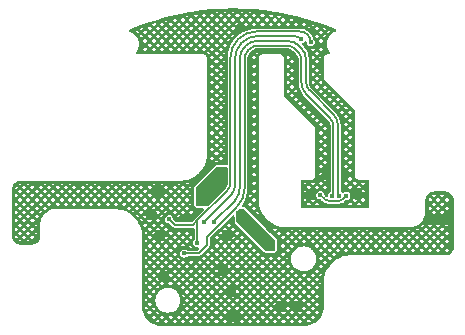
<source format=gbr>
%TF.GenerationSoftware,KiCad,Pcbnew,7.0.1*%
%TF.CreationDate,2024-01-03T23:29:52+00:00*%
%TF.ProjectId,watch_lower,77617463-685f-46c6-9f77-65722e6b6963,rev?*%
%TF.SameCoordinates,Original*%
%TF.FileFunction,Copper,L2,Bot*%
%TF.FilePolarity,Positive*%
%FSLAX46Y46*%
G04 Gerber Fmt 4.6, Leading zero omitted, Abs format (unit mm)*
G04 Created by KiCad (PCBNEW 7.0.1) date 2024-01-03 23:29:52*
%MOMM*%
%LPD*%
G01*
G04 APERTURE LIST*
%TA.AperFunction,ViaPad*%
%ADD10C,0.400000*%
%TD*%
%TA.AperFunction,Conductor*%
%ADD11C,0.150000*%
%TD*%
G04 APERTURE END LIST*
D10*
%TO.N,GND*%
X123000000Y-70000000D03*
X101400000Y-70000000D03*
X109550000Y-77400000D03*
X112250000Y-67850000D03*
X104710000Y-74300000D03*
X105000000Y-71400000D03*
X113500000Y-66200000D03*
X123750000Y-70000000D03*
X98600000Y-69600000D03*
X99100000Y-67600000D03*
X105500000Y-78200000D03*
X114900000Y-66200000D03*
X122250000Y-70000000D03*
X99300000Y-71400000D03*
X99600000Y-74800000D03*
X110900000Y-77400000D03*
X116050000Y-67850000D03*
X105300000Y-76100000D03*
X106150000Y-53850000D03*
%TO.N,+VBAT*%
X102700000Y-68600000D03*
X106100000Y-69400000D03*
X104800000Y-65900000D03*
X104800000Y-67100000D03*
X108700000Y-71800000D03*
X102700000Y-67400000D03*
X102700000Y-68000000D03*
X108200000Y-72100000D03*
X104800000Y-66500000D03*
X108200000Y-71500000D03*
X106100000Y-70000000D03*
X108700000Y-72400000D03*
%TO.N,VBUS*%
X115100000Y-68000000D03*
X112916606Y-67957597D03*
%TO.N,/SCL*%
X111300000Y-54700000D03*
X103100000Y-70200000D03*
%TO.N,/LRA_EN*%
X101398182Y-72900000D03*
X113900000Y-68000000D03*
%TO.N,/SDA*%
X112100000Y-55000000D03*
X100100000Y-70000000D03*
X102500000Y-72000000D03*
%TO.N,/HR_INT*%
X114500000Y-68000000D03*
X103910000Y-70210000D03*
%TD*%
D11*
%TO.N,VBUS*%
X113616116Y-68450000D02*
X114443934Y-68450000D01*
X115100000Y-68001041D02*
X115100000Y-68000000D01*
X114797488Y-68303553D02*
X115100000Y-68001041D01*
X112916606Y-67957597D02*
X113262563Y-68303554D01*
X114443934Y-68450024D02*
G75*
G03*
X114797488Y-68303553I-34J500024D01*
G01*
X113262555Y-68303562D02*
G75*
G03*
X113616116Y-68450000I353545J353562D01*
G01*
%TO.N,/SCL*%
X105700000Y-67020101D02*
X105700000Y-56345584D01*
X103100000Y-70200000D02*
X103100000Y-70197110D01*
X107545584Y-54500000D02*
X110817220Y-54500000D01*
X106227208Y-55072792D02*
X106272792Y-55027208D01*
X103100000Y-70197110D02*
X105366302Y-67930808D01*
X111299992Y-54700008D02*
G75*
G03*
X110817220Y-54500000I-482792J-482692D01*
G01*
X105366323Y-67930826D02*
G75*
G03*
X105699999Y-67020101I-1085023J914026D01*
G01*
X107545584Y-54499989D02*
G75*
G03*
X106272792Y-55027208I16J-1800011D01*
G01*
X106227216Y-55072800D02*
G75*
G03*
X105700000Y-56345584I1272784J-1272800D01*
G01*
%TO.N,/LRA_EN*%
X103300000Y-71500000D02*
X103300000Y-72200000D01*
X110085786Y-55300000D02*
X107614214Y-55300000D01*
X111007107Y-55807107D02*
X110792893Y-55592893D01*
X102600000Y-72900000D02*
X101398182Y-72900000D01*
X111300000Y-58420101D02*
X111300000Y-56514214D01*
X103300000Y-72200000D02*
X102600000Y-72900000D01*
X114000000Y-67900000D02*
X114000000Y-62114214D01*
X105855635Y-68944365D02*
X103300000Y-71500000D01*
X113707107Y-61407107D02*
X111710051Y-59410051D01*
X106500000Y-56414214D02*
X106500000Y-67388730D01*
X106907107Y-55592893D02*
X106792893Y-55707107D01*
X113900000Y-68000000D02*
X114000000Y-67900000D01*
X110792900Y-55592886D02*
G75*
G03*
X110085786Y-55300000I-707100J-707114D01*
G01*
X106792886Y-55707100D02*
G75*
G03*
X106500000Y-56414214I707114J-707100D01*
G01*
X107614214Y-55300010D02*
G75*
G03*
X106907107Y-55592893I-14J-999990D01*
G01*
X113999990Y-62114214D02*
G75*
G03*
X113707107Y-61407107I-999990J14D01*
G01*
X111300000Y-58420101D02*
G75*
G03*
X111710052Y-59410050I1400000J1D01*
G01*
X111299990Y-56514214D02*
G75*
G03*
X111007107Y-55807107I-999990J14D01*
G01*
X105855620Y-68944350D02*
G75*
G03*
X106500000Y-67388730I-1555620J1555650D01*
G01*
%TO.N,/SDA*%
X105007107Y-67592893D02*
X102500000Y-70100000D01*
X105955635Y-54744365D02*
X105944365Y-54755635D01*
X102500000Y-70100000D02*
X102500000Y-70900000D01*
X100100000Y-70000000D02*
X100600000Y-70500000D01*
X111200003Y-54100000D02*
X107511270Y-54100000D01*
X102500000Y-70900000D02*
X102500000Y-72000000D01*
X105300000Y-56311270D02*
X105300000Y-66885786D01*
X100600000Y-70500000D02*
X102100000Y-70500000D01*
X102100000Y-70500000D02*
X102500000Y-70100000D01*
X107511270Y-54099979D02*
G75*
G03*
X105955635Y-54744365I30J-2200021D01*
G01*
X105007114Y-67592900D02*
G75*
G03*
X105300000Y-66885786I-707114J707100D01*
G01*
X112100000Y-55000000D02*
G75*
G03*
X111200003Y-54100000I-900000J0D01*
G01*
X105944380Y-54755650D02*
G75*
G03*
X105300000Y-56311270I1555620J-1555650D01*
G01*
%TO.N,/HR_INT*%
X103910000Y-70210000D02*
X103910000Y-70186241D01*
X111110051Y-55310051D02*
X111289950Y-55489950D01*
X106510051Y-55389949D02*
X106589950Y-55310050D01*
X111700000Y-56479899D02*
X111700000Y-58385786D01*
X106100000Y-67254416D02*
X106100000Y-56379899D01*
X114400000Y-67900000D02*
X114500000Y-68000000D01*
X103910000Y-70186241D02*
X105670936Y-68425305D01*
X107579899Y-54900000D02*
X110120101Y-54900000D01*
X114400000Y-62079899D02*
X114400000Y-67900000D01*
X111992893Y-59092893D02*
X113989950Y-61089950D01*
X105670909Y-68425282D02*
G75*
G03*
X106100000Y-67254416I-1394709J1175182D01*
G01*
X111110050Y-55310052D02*
G75*
G03*
X110120101Y-54900000I-989950J-989948D01*
G01*
X107579899Y-54900000D02*
G75*
G03*
X106589951Y-55310051I1J-1400000D01*
G01*
X111700010Y-58385786D02*
G75*
G03*
X111992893Y-59092893I999990J-14D01*
G01*
X111700000Y-56479899D02*
G75*
G03*
X111289949Y-55489951I-1400000J-1D01*
G01*
X114400000Y-62079899D02*
G75*
G03*
X113989949Y-61089951I-1400000J-1D01*
G01*
X106510052Y-55389950D02*
G75*
G03*
X106100000Y-56379899I989948J-989950D01*
G01*
%TD*%
%TA.AperFunction,Conductor*%
%TO.N,+VBAT*%
G36*
X106397667Y-69105633D02*
G01*
X106421674Y-69121674D01*
X109078326Y-71778326D01*
X109094367Y-71802333D01*
X109100000Y-71830652D01*
X109100000Y-72569348D01*
X109094367Y-72597667D01*
X109078326Y-72621674D01*
X109021674Y-72678326D01*
X108997667Y-72694367D01*
X108969348Y-72700000D01*
X108330652Y-72700000D01*
X108302333Y-72694367D01*
X108278326Y-72678326D01*
X105821674Y-70221674D01*
X105805633Y-70197667D01*
X105800000Y-70169348D01*
X105800000Y-69349558D01*
X105805633Y-69321239D01*
X105821674Y-69297232D01*
X105997232Y-69121674D01*
X106021239Y-69105633D01*
X106049558Y-69100000D01*
X106369348Y-69100000D01*
X106397667Y-69105633D01*
G37*
%TD.AperFunction*%
%TD*%
%TA.AperFunction,Conductor*%
%TO.N,+VBAT*%
G36*
X104997667Y-65605633D02*
G01*
X105021674Y-65621674D01*
X105052826Y-65652826D01*
X105068867Y-65676833D01*
X105074500Y-65705152D01*
X105074500Y-66832315D01*
X105074499Y-66832323D01*
X105074499Y-66882152D01*
X105074143Y-66889404D01*
X105060334Y-67029634D01*
X105057504Y-67043862D01*
X105017664Y-67175202D01*
X105012113Y-67188604D01*
X104947412Y-67309655D01*
X104939352Y-67321718D01*
X104850030Y-67430559D01*
X104845153Y-67435940D01*
X104292865Y-67988229D01*
X103713098Y-68567997D01*
X103402769Y-68878326D01*
X103378762Y-68894367D01*
X103350443Y-68900000D01*
X102530652Y-68900000D01*
X102502333Y-68894367D01*
X102478326Y-68878326D01*
X102421674Y-68821674D01*
X102405633Y-68797667D01*
X102400000Y-68769348D01*
X102400000Y-67330652D01*
X102405633Y-67302333D01*
X102421674Y-67278326D01*
X104078326Y-65621674D01*
X104102333Y-65605633D01*
X104130652Y-65600000D01*
X104969348Y-65600000D01*
X104997667Y-65605633D01*
G37*
%TD.AperFunction*%
%TD*%
%TA.AperFunction,Conductor*%
%TO.N,GND*%
G36*
X106391066Y-52168365D02*
G01*
X106396030Y-52168563D01*
X107283206Y-52221982D01*
X107288130Y-52222377D01*
X108172491Y-52311316D01*
X108177379Y-52311908D01*
X109057427Y-52436217D01*
X109062327Y-52437010D01*
X109767091Y-52565559D01*
X109936664Y-52596489D01*
X109941534Y-52597478D01*
X110808789Y-52791878D01*
X110813579Y-52793053D01*
X111672369Y-53022063D01*
X111677129Y-53023435D01*
X112526031Y-53286679D01*
X112530731Y-53288240D01*
X113368410Y-53585300D01*
X113373009Y-53587035D01*
X114167025Y-53904986D01*
X114191948Y-53914966D01*
X114240957Y-53950512D01*
X114267295Y-54005027D01*
X114264682Y-54065514D01*
X114233740Y-54117554D01*
X114181848Y-54148740D01*
X114096046Y-54174767D01*
X113913551Y-54272314D01*
X113753589Y-54403589D01*
X113622314Y-54563551D01*
X113524769Y-54746043D01*
X113524768Y-54746045D01*
X113524768Y-54746046D01*
X113517898Y-54768692D01*
X113464699Y-54944067D01*
X113444417Y-55149999D01*
X113464699Y-55355932D01*
X113479835Y-55405829D01*
X113524768Y-55553954D01*
X113622315Y-55736450D01*
X113655183Y-55776500D01*
X113712905Y-55846836D01*
X113740119Y-55910322D01*
X113729145Y-55978517D01*
X113683390Y-56030262D01*
X113617051Y-56049500D01*
X113559216Y-56049500D01*
X113530033Y-56045429D01*
X113496188Y-56048565D01*
X113491815Y-56048971D01*
X113480376Y-56049500D01*
X113472156Y-56049500D01*
X113466424Y-56050570D01*
X113464070Y-56051011D01*
X113452740Y-56052591D01*
X113414519Y-56056133D01*
X113391123Y-56063975D01*
X113358495Y-56084177D01*
X113348494Y-56089747D01*
X113314131Y-56106858D01*
X113295153Y-56122617D01*
X113272026Y-56153242D01*
X113264712Y-56162049D01*
X113238853Y-56190415D01*
X113226844Y-56211975D01*
X113216343Y-56248884D01*
X113212704Y-56259741D01*
X113198836Y-56295537D01*
X113195429Y-56319966D01*
X113198971Y-56358182D01*
X113199500Y-56369624D01*
X113199500Y-57937611D01*
X113196756Y-57954431D01*
X113199368Y-58010933D01*
X113199500Y-58016659D01*
X113199500Y-58035673D01*
X113201181Y-58050161D01*
X113202415Y-58076847D01*
X113205213Y-58083184D01*
X113213666Y-58110480D01*
X113214938Y-58117288D01*
X113228997Y-58139994D01*
X113237002Y-58155181D01*
X113247792Y-58179617D01*
X113252688Y-58184513D01*
X113270434Y-58206917D01*
X113274080Y-58212805D01*
X113274081Y-58212806D01*
X113295396Y-58228902D01*
X113308351Y-58240176D01*
X115833181Y-60765006D01*
X115860061Y-60805234D01*
X115869500Y-60852687D01*
X115869500Y-66290784D01*
X115865429Y-66319966D01*
X115868971Y-66358182D01*
X115869500Y-66369624D01*
X115869500Y-66377847D01*
X115871011Y-66385935D01*
X115872591Y-66397262D01*
X115876133Y-66435481D01*
X115883975Y-66458876D01*
X115904178Y-66491505D01*
X115909741Y-66501492D01*
X115914443Y-66510933D01*
X115926862Y-66535874D01*
X115942618Y-66554848D01*
X115973247Y-66577977D01*
X115982059Y-66585295D01*
X115991562Y-66593958D01*
X116010421Y-66611150D01*
X116031971Y-66623154D01*
X116068887Y-66633657D01*
X116079750Y-66637298D01*
X116115538Y-66651163D01*
X116139966Y-66654570D01*
X116141792Y-66654400D01*
X116141793Y-66654401D01*
X116178184Y-66651028D01*
X116189624Y-66650500D01*
X116945500Y-66650500D01*
X117007500Y-66667113D01*
X117052887Y-66712500D01*
X117069500Y-66774500D01*
X117069500Y-68925500D01*
X117052887Y-68987500D01*
X117007500Y-69032887D01*
X116945500Y-69049500D01*
X111394500Y-69049500D01*
X111332500Y-69032887D01*
X111287113Y-68987500D01*
X111270500Y-68925500D01*
X111270500Y-68683350D01*
X111734321Y-68683350D01*
X111827471Y-68776500D01*
X111997555Y-68776500D01*
X112090703Y-68683351D01*
X112442843Y-68683351D01*
X112535992Y-68776500D01*
X112706076Y-68776500D01*
X112799224Y-68683351D01*
X115276927Y-68683351D01*
X115370076Y-68776500D01*
X115540160Y-68776500D01*
X115633309Y-68683350D01*
X115985447Y-68683350D01*
X116078597Y-68776500D01*
X116248681Y-68776500D01*
X116341830Y-68683350D01*
X116693968Y-68683350D01*
X116787118Y-68776500D01*
X116796500Y-68776500D01*
X116796500Y-68580819D01*
X116693968Y-68683350D01*
X116341830Y-68683350D01*
X116163639Y-68505159D01*
X115985447Y-68683350D01*
X115633309Y-68683350D01*
X115462839Y-68512880D01*
X115453551Y-68519628D01*
X115427247Y-68533029D01*
X115276927Y-68683351D01*
X112799224Y-68683351D01*
X112799225Y-68683350D01*
X112624310Y-68508435D01*
X112619969Y-68506223D01*
X112442843Y-68683351D01*
X112090703Y-68683351D01*
X112090704Y-68683350D01*
X111912513Y-68505159D01*
X111734321Y-68683350D01*
X111270500Y-68683350D01*
X111270500Y-68492529D01*
X111543500Y-68492529D01*
X111558252Y-68507281D01*
X111736444Y-68329090D01*
X112088582Y-68329090D01*
X112266773Y-68507281D01*
X112425649Y-68348403D01*
X112419783Y-68342537D01*
X112408194Y-68326587D01*
X112386724Y-68333564D01*
X112269398Y-68352147D01*
X112230602Y-68352147D01*
X112113276Y-68333564D01*
X112091260Y-68326411D01*
X112088582Y-68329090D01*
X111736444Y-68329090D01*
X111558253Y-68150899D01*
X111543500Y-68165652D01*
X111543500Y-68492529D01*
X111270500Y-68492529D01*
X111270500Y-67974829D01*
X111734321Y-67974829D01*
X111776167Y-68016675D01*
X111766436Y-67986724D01*
X111760418Y-67948732D01*
X111734321Y-67974829D01*
X111270500Y-67974829D01*
X111270500Y-67784008D01*
X111543500Y-67784008D01*
X111558252Y-67798760D01*
X111736444Y-67620569D01*
X111558253Y-67442378D01*
X111543500Y-67457131D01*
X111543500Y-67784008D01*
X111270500Y-67784008D01*
X111270500Y-67266308D01*
X111734321Y-67266308D01*
X111912513Y-67444500D01*
X112090704Y-67266308D01*
X112442842Y-67266308D01*
X112597137Y-67420603D01*
X112694579Y-67370954D01*
X112799225Y-67266308D01*
X113151363Y-67266308D01*
X113329555Y-67444500D01*
X113501500Y-67272556D01*
X113501500Y-67260062D01*
X113329555Y-67088117D01*
X113151363Y-67266308D01*
X112799225Y-67266308D01*
X112621034Y-67088117D01*
X112442842Y-67266308D01*
X112090704Y-67266308D01*
X111912513Y-67088117D01*
X111734321Y-67266308D01*
X111270500Y-67266308D01*
X111270500Y-66923500D01*
X111543500Y-66923500D01*
X111543500Y-67075487D01*
X111558252Y-67090239D01*
X111723148Y-66925344D01*
X112101878Y-66925344D01*
X112266773Y-67090239D01*
X112444965Y-66912048D01*
X112797103Y-66912048D01*
X112975294Y-67090239D01*
X113153486Y-66912048D01*
X112975294Y-66733856D01*
X112797103Y-66912048D01*
X112444965Y-66912048D01*
X112409288Y-66876371D01*
X112400473Y-66881830D01*
X112357971Y-66898296D01*
X112354016Y-66899035D01*
X112350418Y-66900827D01*
X112306580Y-66913300D01*
X112249330Y-66918602D01*
X112234452Y-66921386D01*
X112211653Y-66923500D01*
X112196512Y-66923500D01*
X112139251Y-66928807D01*
X112101878Y-66925344D01*
X111723148Y-66925344D01*
X111724992Y-66923500D01*
X111543500Y-66923500D01*
X111270500Y-66923500D01*
X111270500Y-66774500D01*
X111284464Y-66722386D01*
X112607441Y-66722386D01*
X112621034Y-66735979D01*
X112799224Y-66557788D01*
X113151364Y-66557788D01*
X113329555Y-66735979D01*
X113379414Y-66686120D01*
X113363276Y-66683564D01*
X113326380Y-66671576D01*
X113220539Y-66617648D01*
X113189152Y-66594844D01*
X113151730Y-66557422D01*
X113151364Y-66557788D01*
X112799224Y-66557788D01*
X112799225Y-66557787D01*
X112730975Y-66489537D01*
X112714349Y-66532448D01*
X112698614Y-66587762D01*
X112678289Y-66628575D01*
X112675872Y-66631773D01*
X112674425Y-66635512D01*
X112650428Y-66674271D01*
X112611679Y-66716773D01*
X112607441Y-66722386D01*
X111284464Y-66722386D01*
X111287113Y-66712500D01*
X111332500Y-66667113D01*
X111394500Y-66650500D01*
X112110784Y-66650500D01*
X112139966Y-66654570D01*
X112141792Y-66654400D01*
X112141793Y-66654401D01*
X112178184Y-66651028D01*
X112189624Y-66650500D01*
X112197842Y-66650500D01*
X112197844Y-66650500D01*
X112205930Y-66648988D01*
X112217256Y-66647407D01*
X112253660Y-66644035D01*
X112253661Y-66644034D01*
X112255486Y-66643865D01*
X112278868Y-66636028D01*
X112280428Y-66635061D01*
X112280433Y-66635061D01*
X112311528Y-66615806D01*
X112321486Y-66610260D01*
X112354228Y-66593958D01*
X112354230Y-66593955D01*
X112355878Y-66593135D01*
X112374841Y-66577389D01*
X112375950Y-66575920D01*
X112375952Y-66575919D01*
X112397980Y-66546747D01*
X112405282Y-66537953D01*
X112429916Y-66510933D01*
X112429916Y-66510931D01*
X112431154Y-66509574D01*
X112443153Y-66488031D01*
X112453655Y-66451119D01*
X112457296Y-66440254D01*
X112459851Y-66433660D01*
X112470500Y-66406173D01*
X112470500Y-66406171D01*
X112471163Y-66404460D01*
X112474570Y-66380033D01*
X112474367Y-66377847D01*
X112471028Y-66341815D01*
X112470500Y-66330376D01*
X112470500Y-66203527D01*
X112797103Y-66203527D01*
X112975294Y-66381718D01*
X113017380Y-66339632D01*
X113016436Y-66336724D01*
X112997853Y-66219398D01*
X112997853Y-66180602D01*
X113015998Y-66066039D01*
X112975294Y-66025335D01*
X112797103Y-66203527D01*
X112470500Y-66203527D01*
X112470500Y-65793541D01*
X112743500Y-65793541D01*
X112743500Y-65904993D01*
X112799225Y-65849266D01*
X112743500Y-65793541D01*
X112470500Y-65793541D01*
X112470500Y-65788357D01*
X113212272Y-65788357D01*
X113220539Y-65782352D01*
X113326380Y-65728424D01*
X113363276Y-65716436D01*
X113373324Y-65714844D01*
X113329555Y-65671075D01*
X113212272Y-65788357D01*
X112470500Y-65788357D01*
X112470500Y-65495006D01*
X112797103Y-65495006D01*
X112975294Y-65673197D01*
X113153486Y-65495006D01*
X112975294Y-65316814D01*
X112797103Y-65495006D01*
X112470500Y-65495006D01*
X112470500Y-65085020D01*
X112743500Y-65085020D01*
X112743500Y-65196472D01*
X112799225Y-65140745D01*
X113151363Y-65140745D01*
X113329555Y-65318937D01*
X113501500Y-65146993D01*
X113501500Y-65134499D01*
X113329555Y-64962554D01*
X113151363Y-65140745D01*
X112799225Y-65140745D01*
X112743500Y-65085020D01*
X112470500Y-65085020D01*
X112470500Y-64786485D01*
X112797103Y-64786485D01*
X112975294Y-64964676D01*
X113153486Y-64786485D01*
X112975294Y-64608293D01*
X112797103Y-64786485D01*
X112470500Y-64786485D01*
X112470500Y-64376499D01*
X112743500Y-64376499D01*
X112743500Y-64487951D01*
X112799225Y-64432224D01*
X113151363Y-64432224D01*
X113329555Y-64610416D01*
X113501500Y-64438472D01*
X113501500Y-64425978D01*
X113329555Y-64254033D01*
X113151363Y-64432224D01*
X112799225Y-64432224D01*
X112743500Y-64376499D01*
X112470500Y-64376499D01*
X112470500Y-64077964D01*
X112797103Y-64077964D01*
X112975294Y-64256155D01*
X113153486Y-64077964D01*
X112975294Y-63899772D01*
X112797103Y-64077964D01*
X112470500Y-64077964D01*
X112470500Y-63667978D01*
X112743500Y-63667978D01*
X112743500Y-63779430D01*
X112799225Y-63723703D01*
X113151363Y-63723703D01*
X113329555Y-63901895D01*
X113501500Y-63729951D01*
X113501500Y-63717457D01*
X113329555Y-63545512D01*
X113151363Y-63723703D01*
X112799225Y-63723703D01*
X112743500Y-63667978D01*
X112470500Y-63667978D01*
X112470500Y-63369443D01*
X112797103Y-63369443D01*
X112975294Y-63547634D01*
X113153486Y-63369443D01*
X112975294Y-63191251D01*
X112797103Y-63369443D01*
X112470500Y-63369443D01*
X112470500Y-62959457D01*
X112743500Y-62959457D01*
X112743500Y-63070909D01*
X112799225Y-63015182D01*
X113151363Y-63015182D01*
X113329555Y-63193374D01*
X113501500Y-63021430D01*
X113501500Y-63008936D01*
X113329555Y-62836991D01*
X113151363Y-63015182D01*
X112799225Y-63015182D01*
X112743500Y-62959457D01*
X112470500Y-62959457D01*
X112470500Y-62660922D01*
X112797103Y-62660922D01*
X112975294Y-62839113D01*
X113153486Y-62660922D01*
X112975294Y-62482730D01*
X112797103Y-62660922D01*
X112470500Y-62660922D01*
X112470500Y-62402952D01*
X112473243Y-62386131D01*
X112472772Y-62375945D01*
X112472773Y-62375944D01*
X112470631Y-62329628D01*
X112470500Y-62323904D01*
X112470500Y-62304887D01*
X112468817Y-62290389D01*
X112467585Y-62263717D01*
X112464786Y-62257379D01*
X112461747Y-62247565D01*
X112740129Y-62247565D01*
X112741047Y-62267436D01*
X112741385Y-62269242D01*
X112743500Y-62292049D01*
X112743500Y-62320464D01*
X112745352Y-62360535D01*
X112799225Y-62306661D01*
X113151363Y-62306661D01*
X113329555Y-62484853D01*
X113501500Y-62312909D01*
X113501500Y-62300415D01*
X113329555Y-62128470D01*
X113151363Y-62306661D01*
X112799225Y-62306661D01*
X112740129Y-62247565D01*
X112461747Y-62247565D01*
X112456332Y-62230076D01*
X112455061Y-62223276D01*
X112441002Y-62200569D01*
X112432995Y-62185379D01*
X112422206Y-62160944D01*
X112417309Y-62156047D01*
X112399563Y-62133642D01*
X112395919Y-62127757D01*
X112374602Y-62111659D01*
X112361648Y-62100386D01*
X112213663Y-61952401D01*
X112797103Y-61952401D01*
X112975294Y-62130592D01*
X113153486Y-61952401D01*
X112975294Y-61774209D01*
X112797103Y-61952401D01*
X112213663Y-61952401D01*
X111859402Y-61598140D01*
X112442842Y-61598140D01*
X112621034Y-61776332D01*
X112799225Y-61598140D01*
X113151363Y-61598140D01*
X113329554Y-61776331D01*
X113349926Y-61755960D01*
X113345130Y-61750116D01*
X113172259Y-61577245D01*
X113151363Y-61598140D01*
X112799225Y-61598140D01*
X112621034Y-61419949D01*
X112442842Y-61598140D01*
X111859402Y-61598140D01*
X111505142Y-61243880D01*
X112088582Y-61243880D01*
X112266773Y-61422071D01*
X112444965Y-61243880D01*
X112444964Y-61243879D01*
X112797102Y-61243879D01*
X112975294Y-61422071D01*
X112996190Y-61401176D01*
X112817998Y-61222984D01*
X112797102Y-61243879D01*
X112444964Y-61243879D01*
X112266773Y-61065688D01*
X112088582Y-61243880D01*
X111505142Y-61243880D01*
X111150881Y-60889619D01*
X111734321Y-60889619D01*
X111912513Y-61067811D01*
X112090703Y-60889620D01*
X112442843Y-60889620D01*
X112621033Y-61067810D01*
X112641929Y-61046915D01*
X112463738Y-60868724D01*
X112442843Y-60889620D01*
X112090703Y-60889620D01*
X112090704Y-60889619D01*
X111912513Y-60711428D01*
X111734321Y-60889619D01*
X111150881Y-60889619D01*
X110796621Y-60535359D01*
X111380061Y-60535359D01*
X111558252Y-60713550D01*
X111736444Y-60535359D01*
X112088582Y-60535359D01*
X112266773Y-60713550D01*
X112287668Y-60692653D01*
X112109478Y-60514463D01*
X112088582Y-60535359D01*
X111736444Y-60535359D01*
X111558252Y-60357167D01*
X111380061Y-60535359D01*
X110796621Y-60535359D01*
X110442360Y-60181098D01*
X111025800Y-60181098D01*
X111203992Y-60359290D01*
X111382182Y-60181099D01*
X111734322Y-60181099D01*
X111912513Y-60359290D01*
X111933409Y-60338394D01*
X111755217Y-60160202D01*
X111734322Y-60181099D01*
X111382182Y-60181099D01*
X111382183Y-60181098D01*
X111203992Y-60002907D01*
X111025800Y-60181098D01*
X110442360Y-60181098D01*
X110088100Y-59826838D01*
X110671540Y-59826838D01*
X110849731Y-60005029D01*
X111027923Y-59826838D01*
X111380061Y-59826838D01*
X111558252Y-60005029D01*
X111579147Y-59984132D01*
X111400957Y-59805942D01*
X111380061Y-59826838D01*
X111027923Y-59826838D01*
X110849731Y-59648646D01*
X110671540Y-59826838D01*
X110088100Y-59826838D01*
X109836819Y-59575557D01*
X109809939Y-59535329D01*
X109800500Y-59487876D01*
X109800500Y-59472577D01*
X110317279Y-59472577D01*
X110495471Y-59650769D01*
X110673662Y-59472577D01*
X111025800Y-59472577D01*
X111203992Y-59650769D01*
X111230770Y-59623990D01*
X111123017Y-59483562D01*
X111114006Y-59470076D01*
X111082636Y-59415742D01*
X111025800Y-59472577D01*
X110673662Y-59472577D01*
X110495471Y-59294386D01*
X110317279Y-59472577D01*
X109800500Y-59472577D01*
X109800500Y-59228798D01*
X110073500Y-59228798D01*
X110141210Y-59296508D01*
X110319402Y-59118317D01*
X110671540Y-59118317D01*
X110849731Y-59296508D01*
X110961713Y-59184524D01*
X110901507Y-59039172D01*
X110896293Y-59023813D01*
X110882703Y-58973097D01*
X110849731Y-58940125D01*
X110671540Y-59118317D01*
X110319402Y-59118317D01*
X110141210Y-58940125D01*
X110073500Y-59007836D01*
X110073500Y-59228798D01*
X109800500Y-59228798D01*
X109800500Y-58764056D01*
X110317279Y-58764056D01*
X110495471Y-58942248D01*
X110673662Y-58764056D01*
X110495471Y-58585865D01*
X110317279Y-58764056D01*
X109800500Y-58764056D01*
X109800500Y-58520277D01*
X110073500Y-58520277D01*
X110141210Y-58587987D01*
X110319402Y-58409796D01*
X110671540Y-58409796D01*
X110801734Y-58539990D01*
X110801500Y-58536408D01*
X110801500Y-58279837D01*
X110671540Y-58409796D01*
X110319402Y-58409796D01*
X110141210Y-58231604D01*
X110073500Y-58299315D01*
X110073500Y-58520277D01*
X109800500Y-58520277D01*
X109800500Y-58055535D01*
X110317279Y-58055535D01*
X110495471Y-58233727D01*
X110673662Y-58055535D01*
X110495471Y-57877344D01*
X110317279Y-58055535D01*
X109800500Y-58055535D01*
X109800500Y-57811756D01*
X110073500Y-57811756D01*
X110141210Y-57879466D01*
X110319402Y-57701275D01*
X110671540Y-57701275D01*
X110801500Y-57831235D01*
X110801500Y-57571316D01*
X110671540Y-57701275D01*
X110319402Y-57701275D01*
X110141210Y-57523083D01*
X110073500Y-57590794D01*
X110073500Y-57811756D01*
X109800500Y-57811756D01*
X109800500Y-57347014D01*
X110317279Y-57347014D01*
X110495471Y-57525206D01*
X110673662Y-57347014D01*
X110495471Y-57168823D01*
X110317279Y-57347014D01*
X109800500Y-57347014D01*
X109800500Y-57103235D01*
X110073500Y-57103235D01*
X110141210Y-57170945D01*
X110319402Y-56992754D01*
X110671540Y-56992754D01*
X110801500Y-57122714D01*
X110801500Y-56862795D01*
X110671540Y-56992754D01*
X110319402Y-56992754D01*
X110141210Y-56814562D01*
X110073500Y-56882273D01*
X110073500Y-57103235D01*
X109800500Y-57103235D01*
X109800500Y-56638493D01*
X110317279Y-56638493D01*
X110495471Y-56816685D01*
X110673662Y-56638493D01*
X110495471Y-56460302D01*
X110317279Y-56638493D01*
X109800500Y-56638493D01*
X109800500Y-56409216D01*
X109804570Y-56380033D01*
X109804128Y-56375267D01*
X109801028Y-56341815D01*
X109800500Y-56330376D01*
X109800500Y-56322157D01*
X109800432Y-56321793D01*
X109798989Y-56314075D01*
X109797407Y-56302731D01*
X109793866Y-56264515D01*
X109786029Y-56241132D01*
X109785061Y-56239569D01*
X109785061Y-56239567D01*
X109765814Y-56208482D01*
X109760246Y-56198484D01*
X109758705Y-56195390D01*
X109756259Y-56190478D01*
X110056774Y-56190478D01*
X110063301Y-56213420D01*
X110068605Y-56270675D01*
X110071388Y-56285558D01*
X110073500Y-56308348D01*
X110073500Y-56323488D01*
X110078807Y-56380749D01*
X110077172Y-56398386D01*
X110141210Y-56462424D01*
X110319402Y-56284233D01*
X110671540Y-56284233D01*
X110784734Y-56397427D01*
X110762097Y-56322798D01*
X110717121Y-56238651D01*
X110671540Y-56284233D01*
X110319402Y-56284233D01*
X110141211Y-56106042D01*
X110056774Y-56190478D01*
X109756259Y-56190478D01*
X109748579Y-56175052D01*
X109743141Y-56164130D01*
X109727383Y-56145153D01*
X109696750Y-56122020D01*
X109687949Y-56114712D01*
X109660933Y-56090084D01*
X109660932Y-56090083D01*
X109659578Y-56088849D01*
X109638028Y-56076845D01*
X109601122Y-56066345D01*
X109590264Y-56062706D01*
X109554462Y-56048836D01*
X109530033Y-56045429D01*
X109496188Y-56048565D01*
X109491815Y-56048971D01*
X109480376Y-56049500D01*
X108059216Y-56049500D01*
X108030033Y-56045429D01*
X107996188Y-56048565D01*
X107991815Y-56048971D01*
X107980376Y-56049500D01*
X107972156Y-56049500D01*
X107966424Y-56050570D01*
X107964070Y-56051011D01*
X107952740Y-56052591D01*
X107914519Y-56056133D01*
X107891123Y-56063975D01*
X107858495Y-56084177D01*
X107848494Y-56089747D01*
X107814131Y-56106858D01*
X107795153Y-56122617D01*
X107772026Y-56153242D01*
X107764712Y-56162049D01*
X107738853Y-56190415D01*
X107726844Y-56211975D01*
X107716343Y-56248884D01*
X107712704Y-56259741D01*
X107698836Y-56295537D01*
X107695429Y-56319966D01*
X107698971Y-56358182D01*
X107699500Y-56369624D01*
X107699500Y-68282207D01*
X107699493Y-68282250D01*
X107699493Y-68298564D01*
X107699474Y-68298662D01*
X107699484Y-68489094D01*
X107733044Y-68765368D01*
X107799658Y-69035575D01*
X107799659Y-69035578D01*
X107799660Y-69035581D01*
X107825487Y-69103673D01*
X107898357Y-69295798D01*
X108005730Y-69500366D01*
X108027698Y-69542219D01*
X108185797Y-69771256D01*
X108261583Y-69856799D01*
X108370352Y-69979572D01*
X108562343Y-70149659D01*
X108578662Y-70164117D01*
X108807701Y-70322214D01*
X109054125Y-70451552D01*
X109314341Y-70550247D01*
X109584556Y-70616859D01*
X109716160Y-70632844D01*
X109860826Y-70650416D01*
X109860835Y-70650416D01*
X109920497Y-70650418D01*
X109920928Y-70650500D01*
X109943827Y-70650500D01*
X120452405Y-70650500D01*
X120527844Y-70650500D01*
X120602352Y-70650500D01*
X120602354Y-70650500D01*
X120727223Y-70630722D01*
X120804534Y-70618477D01*
X120846098Y-70604972D01*
X121449674Y-70604972D01*
X121477546Y-70632844D01*
X121655738Y-70454653D01*
X121655737Y-70454652D01*
X122007875Y-70454652D01*
X122186067Y-70632844D01*
X122325679Y-70493232D01*
X122269398Y-70502147D01*
X122230602Y-70502147D01*
X122113276Y-70483564D01*
X122076380Y-70471576D01*
X122043166Y-70454653D01*
X122716397Y-70454653D01*
X122894588Y-70632844D01*
X123026394Y-70501038D01*
X123019398Y-70502147D01*
X122980602Y-70502147D01*
X122863276Y-70483564D01*
X122826380Y-70471576D01*
X122793165Y-70454652D01*
X123424917Y-70454652D01*
X123603109Y-70632844D01*
X123733807Y-70502147D01*
X123730602Y-70502147D01*
X123613276Y-70483564D01*
X123576380Y-70471576D01*
X123470539Y-70417648D01*
X123465548Y-70414022D01*
X123424917Y-70454652D01*
X122793165Y-70454652D01*
X122742309Y-70428740D01*
X122716397Y-70454653D01*
X122043166Y-70454653D01*
X122019787Y-70442741D01*
X122007875Y-70454652D01*
X121655737Y-70454652D01*
X121638174Y-70437089D01*
X121531966Y-70543298D01*
X121517170Y-70555935D01*
X121449674Y-70604972D01*
X120846098Y-70604972D01*
X120999219Y-70555220D01*
X121181610Y-70462287D01*
X121347219Y-70341966D01*
X121446228Y-70242957D01*
X121796180Y-70242957D01*
X121831806Y-70278583D01*
X121831871Y-70278518D01*
X121806509Y-70228741D01*
X121796180Y-70242957D01*
X121446228Y-70242957D01*
X121491966Y-70197219D01*
X121612287Y-70031610D01*
X121705220Y-69849219D01*
X121768477Y-69654534D01*
X121800500Y-69452352D01*
X121800500Y-69391871D01*
X122362136Y-69391871D01*
X122540328Y-69570063D01*
X122718519Y-69391871D01*
X123070657Y-69391871D01*
X123242102Y-69563316D01*
X123251041Y-69567870D01*
X123427040Y-69391871D01*
X123779178Y-69391871D01*
X123911934Y-69524627D01*
X123923620Y-69528424D01*
X123926500Y-69529891D01*
X123926500Y-69244550D01*
X123779178Y-69391871D01*
X123427040Y-69391871D01*
X123248849Y-69213680D01*
X123070657Y-69391871D01*
X122718519Y-69391871D01*
X122540328Y-69213680D01*
X122362136Y-69391871D01*
X121800500Y-69391871D01*
X121800500Y-69350000D01*
X121800500Y-69302405D01*
X121800500Y-69103235D01*
X122073500Y-69103235D01*
X122186067Y-69215802D01*
X122364259Y-69037611D01*
X122716397Y-69037611D01*
X122894588Y-69215802D01*
X123072780Y-69037611D01*
X123424918Y-69037611D01*
X123603109Y-69215802D01*
X123781301Y-69037611D01*
X123603109Y-68859419D01*
X123424918Y-69037611D01*
X123072780Y-69037611D01*
X122894588Y-68859419D01*
X122716397Y-69037611D01*
X122364259Y-69037611D01*
X122186067Y-68859419D01*
X122073500Y-68971987D01*
X122073500Y-69103235D01*
X121800500Y-69103235D01*
X121800500Y-68683350D01*
X122362136Y-68683350D01*
X122540328Y-68861542D01*
X122718519Y-68683350D01*
X123070657Y-68683350D01*
X123248849Y-68861542D01*
X123427040Y-68683350D01*
X123779178Y-68683350D01*
X123926500Y-68830672D01*
X123926500Y-68536029D01*
X123779178Y-68683350D01*
X123427040Y-68683350D01*
X123248849Y-68505159D01*
X123070657Y-68683350D01*
X122718519Y-68683350D01*
X122540328Y-68505159D01*
X122362136Y-68683350D01*
X121800500Y-68683350D01*
X121800500Y-68394714D01*
X122073500Y-68394714D01*
X122186067Y-68507281D01*
X122364259Y-68329090D01*
X122716397Y-68329090D01*
X122894588Y-68507281D01*
X123072780Y-68329090D01*
X123424918Y-68329090D01*
X123603109Y-68507281D01*
X123781301Y-68329090D01*
X123603109Y-68150898D01*
X123424918Y-68329090D01*
X123072780Y-68329090D01*
X122894588Y-68150898D01*
X122716397Y-68329090D01*
X122364259Y-68329090D01*
X122186068Y-68150899D01*
X122088682Y-68248283D01*
X122082990Y-68267049D01*
X122073500Y-68363416D01*
X122073500Y-68394714D01*
X121800500Y-68394714D01*
X121800500Y-68356093D01*
X121801097Y-68343940D01*
X121804681Y-68307548D01*
X121812744Y-68225682D01*
X121817483Y-68201856D01*
X121850203Y-68093990D01*
X121859499Y-68071549D01*
X121911196Y-67974830D01*
X122362137Y-67974830D01*
X122540328Y-68153021D01*
X122718518Y-67974830D01*
X123070658Y-67974830D01*
X123248849Y-68153021D01*
X123427040Y-67974829D01*
X123375711Y-67923500D01*
X123121988Y-67923500D01*
X123070658Y-67974830D01*
X122718518Y-67974830D01*
X122718519Y-67974829D01*
X122667190Y-67923500D01*
X122513416Y-67923500D01*
X122417050Y-67932990D01*
X122398284Y-67938682D01*
X122362137Y-67974830D01*
X121911196Y-67974830D01*
X121912632Y-67972144D01*
X121926133Y-67951940D01*
X121928766Y-67948732D01*
X121997635Y-67864814D01*
X122014814Y-67847635D01*
X122101942Y-67776131D01*
X122122144Y-67762632D01*
X122221549Y-67709499D01*
X122243990Y-67700203D01*
X122351856Y-67667483D01*
X122375682Y-67662744D01*
X122475730Y-67652890D01*
X122493940Y-67651097D01*
X122506093Y-67650500D01*
X122547595Y-67650500D01*
X123452405Y-67650500D01*
X123493907Y-67650500D01*
X123506061Y-67651097D01*
X123624317Y-67662744D01*
X123648145Y-67667483D01*
X123756005Y-67700202D01*
X123778453Y-67709501D01*
X123877849Y-67762629D01*
X123898059Y-67776133D01*
X123985179Y-67847630D01*
X124002369Y-67864820D01*
X124073866Y-67951940D01*
X124087370Y-67972150D01*
X124138206Y-68067257D01*
X124140495Y-68071538D01*
X124149798Y-68093997D01*
X124182514Y-68201848D01*
X124187256Y-68225688D01*
X124191330Y-68267049D01*
X124194806Y-68302347D01*
X124198903Y-68343938D01*
X124199500Y-68356093D01*
X124199500Y-72343871D01*
X124198902Y-72356037D01*
X124187244Y-72474289D01*
X124182500Y-72498126D01*
X124149779Y-72605968D01*
X124140477Y-72628423D01*
X124087341Y-72727823D01*
X124073838Y-72748030D01*
X124002339Y-72835151D01*
X123985151Y-72852339D01*
X123898030Y-72923838D01*
X123877823Y-72937341D01*
X123778423Y-72990477D01*
X123755968Y-72999779D01*
X123648126Y-73032500D01*
X123624289Y-73037244D01*
X123522252Y-73047303D01*
X123506035Y-73048902D01*
X123493871Y-73049500D01*
X120556173Y-73049500D01*
X115567803Y-73049500D01*
X115547683Y-73049499D01*
X115500089Y-73049497D01*
X115449047Y-73049495D01*
X115448647Y-73049574D01*
X115360956Y-73049572D01*
X115360934Y-73049572D01*
X115360931Y-73049572D01*
X115084662Y-73083106D01*
X114814429Y-73149703D01*
X114554214Y-73248380D01*
X114307778Y-73377712D01*
X114078732Y-73535802D01*
X113870417Y-73720346D01*
X113685856Y-73928663D01*
X113527761Y-74157697D01*
X113398421Y-74404125D01*
X113299729Y-74664346D01*
X113233123Y-74934568D01*
X113199577Y-75210844D01*
X113199577Y-75270474D01*
X113199500Y-75270886D01*
X113199500Y-77345550D01*
X113199184Y-77354402D01*
X113182823Y-77583004D01*
X113180304Y-77600515D01*
X113132523Y-77820122D01*
X113127539Y-77837094D01*
X113048988Y-78047677D01*
X113041646Y-78063752D01*
X113031564Y-78082217D01*
X112933932Y-78261010D01*
X112924367Y-78275891D01*
X112882056Y-78332413D01*
X112789682Y-78455807D01*
X112778097Y-78469176D01*
X112619176Y-78628097D01*
X112605806Y-78639682D01*
X112429949Y-78771331D01*
X112425893Y-78774367D01*
X112411010Y-78783931D01*
X112213752Y-78891646D01*
X112197677Y-78898988D01*
X111987096Y-78977539D01*
X111970122Y-78982523D01*
X111750515Y-79030304D01*
X111733004Y-79032823D01*
X111529472Y-79047389D01*
X111504399Y-79049184D01*
X111495550Y-79049500D01*
X99504428Y-79049500D01*
X99495582Y-79049184D01*
X99266982Y-79032834D01*
X99249470Y-79030316D01*
X99029862Y-78982543D01*
X99012887Y-78977559D01*
X99012833Y-78977539D01*
X98802311Y-78899019D01*
X98786217Y-78891669D01*
X98588963Y-78783959D01*
X98574080Y-78774394D01*
X98394163Y-78639710D01*
X98380792Y-78628124D01*
X98355312Y-78602644D01*
X98980943Y-78602644D01*
X99095179Y-78716880D01*
X99098308Y-78718048D01*
X99199835Y-78740133D01*
X99337326Y-78602644D01*
X99689464Y-78602644D01*
X99863320Y-78776500D01*
X99871992Y-78776500D01*
X100045847Y-78602644D01*
X100397985Y-78602644D01*
X100571841Y-78776500D01*
X100580513Y-78776500D01*
X100754368Y-78602644D01*
X101106506Y-78602644D01*
X101280362Y-78776500D01*
X101289034Y-78776500D01*
X101462889Y-78602644D01*
X101815027Y-78602644D01*
X101988883Y-78776500D01*
X101997555Y-78776500D01*
X102171410Y-78602644D01*
X102523548Y-78602644D01*
X102697404Y-78776500D01*
X102706076Y-78776500D01*
X102879931Y-78602644D01*
X103232069Y-78602644D01*
X103405925Y-78776500D01*
X103414597Y-78776500D01*
X103588452Y-78602644D01*
X103940590Y-78602644D01*
X104114446Y-78776500D01*
X104123118Y-78776500D01*
X104296973Y-78602644D01*
X104649111Y-78602644D01*
X104822967Y-78776500D01*
X104831639Y-78776500D01*
X104910409Y-78697730D01*
X105452718Y-78697730D01*
X105531488Y-78776500D01*
X105540160Y-78776500D01*
X105632413Y-78684246D01*
X105519398Y-78702147D01*
X105480602Y-78702147D01*
X105452718Y-78697730D01*
X104910409Y-78697730D01*
X105005494Y-78602644D01*
X106066153Y-78602644D01*
X106240009Y-78776500D01*
X106248681Y-78776500D01*
X106422536Y-78602644D01*
X106774674Y-78602644D01*
X106948530Y-78776500D01*
X106957202Y-78776500D01*
X107131057Y-78602644D01*
X107483195Y-78602644D01*
X107657051Y-78776500D01*
X107665723Y-78776500D01*
X107839578Y-78602644D01*
X108191716Y-78602644D01*
X108365572Y-78776500D01*
X108374244Y-78776500D01*
X108548099Y-78602644D01*
X108900237Y-78602644D01*
X109074093Y-78776500D01*
X109082765Y-78776500D01*
X109256620Y-78602644D01*
X109608758Y-78602644D01*
X109782614Y-78776500D01*
X109791286Y-78776500D01*
X109965141Y-78602644D01*
X110317279Y-78602644D01*
X110491135Y-78776500D01*
X110499807Y-78776500D01*
X110673662Y-78602644D01*
X111025800Y-78602644D01*
X111199656Y-78776500D01*
X111208328Y-78776500D01*
X111382183Y-78602644D01*
X111734321Y-78602644D01*
X111858991Y-78727314D01*
X111901663Y-78718030D01*
X112019138Y-78674210D01*
X112090704Y-78602644D01*
X111912513Y-78424453D01*
X111734321Y-78602644D01*
X111382183Y-78602644D01*
X111203992Y-78424453D01*
X111025800Y-78602644D01*
X110673662Y-78602644D01*
X110495471Y-78424453D01*
X110317279Y-78602644D01*
X109965141Y-78602644D01*
X109786950Y-78424453D01*
X109608758Y-78602644D01*
X109256620Y-78602644D01*
X109078429Y-78424453D01*
X108900237Y-78602644D01*
X108548099Y-78602644D01*
X108369908Y-78424453D01*
X108191716Y-78602644D01*
X107839578Y-78602644D01*
X107661387Y-78424453D01*
X107483195Y-78602644D01*
X107131057Y-78602644D01*
X106952866Y-78424453D01*
X106774674Y-78602644D01*
X106422536Y-78602644D01*
X106244345Y-78424453D01*
X106066153Y-78602644D01*
X105005494Y-78602644D01*
X104827303Y-78424453D01*
X104649111Y-78602644D01*
X104296973Y-78602644D01*
X104118782Y-78424453D01*
X103940590Y-78602644D01*
X103588452Y-78602644D01*
X103410261Y-78424453D01*
X103232069Y-78602644D01*
X102879931Y-78602644D01*
X102701740Y-78424453D01*
X102523548Y-78602644D01*
X102171410Y-78602644D01*
X101993219Y-78424453D01*
X101815027Y-78602644D01*
X101462889Y-78602644D01*
X101284698Y-78424453D01*
X101106506Y-78602644D01*
X100754368Y-78602644D01*
X100576177Y-78424453D01*
X100397985Y-78602644D01*
X100045847Y-78602644D01*
X99867656Y-78424453D01*
X99689464Y-78602644D01*
X99337326Y-78602644D01*
X99159135Y-78424453D01*
X98980943Y-78602644D01*
X98355312Y-78602644D01*
X98221875Y-78469207D01*
X98210289Y-78455836D01*
X98075605Y-78275919D01*
X98066040Y-78261036D01*
X98066026Y-78261010D01*
X98059132Y-78248384D01*
X98626683Y-78248384D01*
X98804874Y-78426575D01*
X98983066Y-78248384D01*
X98983065Y-78248383D01*
X99335204Y-78248383D01*
X99513395Y-78426575D01*
X99691587Y-78248384D01*
X99691586Y-78248383D01*
X100043725Y-78248383D01*
X100221916Y-78426575D01*
X100400108Y-78248384D01*
X100752246Y-78248384D01*
X100930437Y-78426575D01*
X101108629Y-78248384D01*
X101460767Y-78248384D01*
X101638958Y-78426575D01*
X101817150Y-78248384D01*
X102169288Y-78248384D01*
X102347479Y-78426575D01*
X102525671Y-78248384D01*
X102877809Y-78248384D01*
X103056000Y-78426575D01*
X103234192Y-78248384D01*
X103586330Y-78248384D01*
X103764521Y-78426575D01*
X103942713Y-78248384D01*
X104294851Y-78248384D01*
X104473042Y-78426575D01*
X104567205Y-78332413D01*
X105984246Y-78332413D01*
X106068276Y-78248384D01*
X106420414Y-78248384D01*
X106598605Y-78426575D01*
X106776797Y-78248384D01*
X107128935Y-78248384D01*
X107307126Y-78426575D01*
X107485318Y-78248384D01*
X107837456Y-78248384D01*
X108015647Y-78426575D01*
X108193839Y-78248384D01*
X108545977Y-78248384D01*
X108724168Y-78426575D01*
X108902360Y-78248384D01*
X109254498Y-78248384D01*
X109432689Y-78426575D01*
X109610881Y-78248384D01*
X109963019Y-78248384D01*
X110141210Y-78426575D01*
X110319402Y-78248384D01*
X110671540Y-78248384D01*
X110849731Y-78426575D01*
X111027923Y-78248384D01*
X111380061Y-78248384D01*
X111558252Y-78426575D01*
X111736444Y-78248384D01*
X112088582Y-78248384D01*
X112266773Y-78426575D01*
X112444965Y-78248384D01*
X112266773Y-78070192D01*
X112088582Y-78248384D01*
X111736444Y-78248384D01*
X111558252Y-78070192D01*
X111380061Y-78248384D01*
X111027923Y-78248384D01*
X110849731Y-78070192D01*
X110671540Y-78248384D01*
X110319402Y-78248384D01*
X110141210Y-78070192D01*
X109963019Y-78248384D01*
X109610881Y-78248384D01*
X109432689Y-78070192D01*
X109254498Y-78248384D01*
X108902360Y-78248384D01*
X108724168Y-78070192D01*
X108545977Y-78248384D01*
X108193839Y-78248384D01*
X108015647Y-78070192D01*
X107837456Y-78248384D01*
X107485318Y-78248384D01*
X107307126Y-78070192D01*
X107128935Y-78248384D01*
X106776797Y-78248384D01*
X106598605Y-78070192D01*
X106420414Y-78248384D01*
X106068276Y-78248384D01*
X106002147Y-78182255D01*
X106002147Y-78219398D01*
X105984246Y-78332413D01*
X104567205Y-78332413D01*
X104651234Y-78248384D01*
X104473042Y-78070192D01*
X104294851Y-78248384D01*
X103942713Y-78248384D01*
X103764521Y-78070192D01*
X103586330Y-78248384D01*
X103234192Y-78248384D01*
X103056000Y-78070192D01*
X102877809Y-78248384D01*
X102525671Y-78248384D01*
X102347479Y-78070192D01*
X102169288Y-78248384D01*
X101817150Y-78248384D01*
X101638958Y-78070192D01*
X101460767Y-78248384D01*
X101108629Y-78248384D01*
X100930437Y-78070192D01*
X100752246Y-78248384D01*
X100400108Y-78248384D01*
X100295222Y-78143498D01*
X100271139Y-78150804D01*
X100247297Y-78155547D01*
X100124463Y-78167645D01*
X100043725Y-78248383D01*
X99691586Y-78248383D01*
X99535287Y-78092084D01*
X99502757Y-78082217D01*
X99501776Y-78081811D01*
X99335204Y-78248383D01*
X98983065Y-78248383D01*
X98804874Y-78070192D01*
X98626683Y-78248384D01*
X98059132Y-78248384D01*
X97958327Y-78063777D01*
X97950983Y-78047694D01*
X97893705Y-77894123D01*
X98272422Y-77894123D01*
X98450614Y-78072315D01*
X98628804Y-77894124D01*
X98980944Y-77894124D01*
X99159135Y-78072315D01*
X99178417Y-78053033D01*
X100556895Y-78053033D01*
X100576177Y-78072315D01*
X100639740Y-78008752D01*
X100556895Y-78053033D01*
X99178417Y-78053033D01*
X99270719Y-77960730D01*
X99251706Y-77948027D01*
X99073383Y-77801683D01*
X98980944Y-77894124D01*
X98628804Y-77894124D01*
X98628805Y-77894123D01*
X98450614Y-77715932D01*
X98272422Y-77894123D01*
X97893705Y-77894123D01*
X97872435Y-77837096D01*
X97867458Y-77820144D01*
X97819683Y-77600529D01*
X97817165Y-77583017D01*
X97802758Y-77381571D01*
X98076454Y-77381571D01*
X98088708Y-77552908D01*
X98119580Y-77694827D01*
X98274545Y-77539863D01*
X98626683Y-77539863D01*
X98804874Y-77718053D01*
X98912187Y-77610741D01*
X98901973Y-77598295D01*
X98888469Y-77578084D01*
X98783968Y-77382578D01*
X98626683Y-77539863D01*
X98274545Y-77539863D01*
X98096354Y-77361672D01*
X98076454Y-77381571D01*
X97802758Y-77381571D01*
X97800816Y-77354418D01*
X97800500Y-77345572D01*
X97800500Y-77185602D01*
X98272422Y-77185602D01*
X98450614Y-77363794D01*
X98628805Y-77185602D01*
X98450614Y-77007411D01*
X98272422Y-77185602D01*
X97800500Y-77185602D01*
X97800500Y-76986679D01*
X98073500Y-76986679D01*
X98096354Y-77009533D01*
X98274545Y-76831342D01*
X98626683Y-76831342D01*
X98672800Y-76877459D01*
X98671293Y-76862154D01*
X98671293Y-76849999D01*
X98944417Y-76849999D01*
X98964699Y-77055932D01*
X98964700Y-77055934D01*
X99024768Y-77253954D01*
X99122315Y-77436450D01*
X99173608Y-77498952D01*
X99253589Y-77596410D01*
X99271052Y-77610741D01*
X99413550Y-77727685D01*
X99596046Y-77825232D01*
X99794066Y-77885300D01*
X100000000Y-77905583D01*
X100116354Y-77894123D01*
X101106506Y-77894123D01*
X101284698Y-78072315D01*
X101462889Y-77894123D01*
X101815027Y-77894123D01*
X101993219Y-78072315D01*
X102171410Y-77894123D01*
X102523548Y-77894123D01*
X102701740Y-78072315D01*
X102879931Y-77894123D01*
X103232069Y-77894123D01*
X103410261Y-78072315D01*
X103588452Y-77894123D01*
X103940590Y-77894123D01*
X104118782Y-78072315D01*
X104296973Y-77894123D01*
X104649111Y-77894123D01*
X104827303Y-78072315D01*
X105005494Y-77894123D01*
X106066153Y-77894123D01*
X106244345Y-78072315D01*
X106422536Y-77894123D01*
X106774674Y-77894123D01*
X106952866Y-78072315D01*
X107131057Y-77894123D01*
X107483195Y-77894123D01*
X107661387Y-78072315D01*
X107839578Y-77894123D01*
X108191716Y-77894123D01*
X108369908Y-78072315D01*
X108548099Y-77894123D01*
X108900237Y-77894123D01*
X109078429Y-78072315D01*
X109255075Y-77895668D01*
X109610303Y-77895668D01*
X109786950Y-78072315D01*
X109965141Y-77894123D01*
X110317279Y-77894123D01*
X110495471Y-78072315D01*
X110673661Y-77894124D01*
X111025801Y-77894124D01*
X111203992Y-78072315D01*
X111382183Y-77894123D01*
X111734321Y-77894123D01*
X111912513Y-78072315D01*
X112090704Y-77894123D01*
X112442842Y-77894123D01*
X112621034Y-78072315D01*
X112799225Y-77894123D01*
X112621034Y-77715932D01*
X112442842Y-77894123D01*
X112090704Y-77894123D01*
X111912513Y-77715932D01*
X111734321Y-77894123D01*
X111382183Y-77894123D01*
X111246876Y-77758816D01*
X111210848Y-77794844D01*
X111179461Y-77817648D01*
X111073620Y-77871576D01*
X111036723Y-77883564D01*
X111036293Y-77883632D01*
X111025801Y-77894124D01*
X110673661Y-77894124D01*
X110673662Y-77894123D01*
X110495471Y-77715932D01*
X110317279Y-77894123D01*
X109965141Y-77894123D01*
X109863355Y-77792337D01*
X109860848Y-77794844D01*
X109829461Y-77817648D01*
X109723620Y-77871576D01*
X109686724Y-77883564D01*
X109610303Y-77895668D01*
X109255075Y-77895668D01*
X109256620Y-77894123D01*
X109078429Y-77715932D01*
X108900237Y-77894123D01*
X108548099Y-77894123D01*
X108369908Y-77715932D01*
X108191716Y-77894123D01*
X107839578Y-77894123D01*
X107661387Y-77715932D01*
X107483195Y-77894123D01*
X107131057Y-77894123D01*
X106952866Y-77715932D01*
X106774674Y-77894123D01*
X106422536Y-77894123D01*
X106244345Y-77715932D01*
X106066153Y-77894123D01*
X105005494Y-77894123D01*
X104827303Y-77715932D01*
X104649111Y-77894123D01*
X104296973Y-77894123D01*
X104118782Y-77715932D01*
X103940590Y-77894123D01*
X103588452Y-77894123D01*
X103410261Y-77715932D01*
X103232069Y-77894123D01*
X102879931Y-77894123D01*
X102701740Y-77715932D01*
X102523548Y-77894123D01*
X102171410Y-77894123D01*
X101993219Y-77715932D01*
X101815027Y-77894123D01*
X101462889Y-77894123D01*
X101284698Y-77715932D01*
X101106506Y-77894123D01*
X100116354Y-77894123D01*
X100205934Y-77885300D01*
X100403954Y-77825232D01*
X100586450Y-77727685D01*
X100746410Y-77596410D01*
X100792817Y-77539863D01*
X101460767Y-77539863D01*
X101638958Y-77718054D01*
X101817150Y-77539863D01*
X102169288Y-77539863D01*
X102347479Y-77718054D01*
X102525671Y-77539863D01*
X102877809Y-77539863D01*
X103056000Y-77718054D01*
X103234192Y-77539863D01*
X103586330Y-77539863D01*
X103764521Y-77718054D01*
X103942713Y-77539863D01*
X104294851Y-77539863D01*
X104473042Y-77718054D01*
X104651234Y-77539863D01*
X105003372Y-77539863D01*
X105181563Y-77718054D01*
X105359755Y-77539863D01*
X105711893Y-77539863D01*
X105890084Y-77718054D01*
X106068276Y-77539863D01*
X106420414Y-77539863D01*
X106598605Y-77718054D01*
X106776797Y-77539863D01*
X107128935Y-77539863D01*
X107307126Y-77718054D01*
X107485318Y-77539863D01*
X107837456Y-77539863D01*
X108015647Y-77718054D01*
X108193839Y-77539863D01*
X108545977Y-77539863D01*
X108724168Y-77718054D01*
X108852174Y-77590049D01*
X110013205Y-77590049D01*
X110141210Y-77718054D01*
X110317528Y-77541737D01*
X111381935Y-77541737D01*
X111558252Y-77718054D01*
X111736444Y-77539863D01*
X112088582Y-77539863D01*
X112266773Y-77718054D01*
X112444965Y-77539863D01*
X112444964Y-77539862D01*
X112797103Y-77539862D01*
X112893204Y-77635964D01*
X112911278Y-77552892D01*
X112921084Y-77415881D01*
X112797103Y-77539862D01*
X112444964Y-77539862D01*
X112266773Y-77361671D01*
X112088582Y-77539863D01*
X111736444Y-77539863D01*
X111558253Y-77361672D01*
X111383633Y-77536290D01*
X111383565Y-77536723D01*
X111381935Y-77541737D01*
X110317528Y-77541737D01*
X110319402Y-77539863D01*
X110141211Y-77361672D01*
X110046249Y-77456632D01*
X110033564Y-77536724D01*
X110021576Y-77573621D01*
X110013205Y-77590049D01*
X108852174Y-77590049D01*
X108902360Y-77539863D01*
X108724168Y-77361671D01*
X108545977Y-77539863D01*
X108193839Y-77539863D01*
X108015647Y-77361671D01*
X107837456Y-77539863D01*
X107485318Y-77539863D01*
X107307126Y-77361671D01*
X107128935Y-77539863D01*
X106776797Y-77539863D01*
X106598605Y-77361671D01*
X106420414Y-77539863D01*
X106068276Y-77539863D01*
X105890084Y-77361671D01*
X105711893Y-77539863D01*
X105359755Y-77539863D01*
X105181563Y-77361671D01*
X105003372Y-77539863D01*
X104651234Y-77539863D01*
X104473042Y-77361671D01*
X104294851Y-77539863D01*
X103942713Y-77539863D01*
X103764521Y-77361671D01*
X103586330Y-77539863D01*
X103234192Y-77539863D01*
X103056000Y-77361671D01*
X102877809Y-77539863D01*
X102525671Y-77539863D01*
X102347479Y-77361671D01*
X102169288Y-77539863D01*
X101817150Y-77539863D01*
X101638958Y-77361671D01*
X101460767Y-77539863D01*
X100792817Y-77539863D01*
X100877685Y-77436450D01*
X100940103Y-77319675D01*
X101240579Y-77319675D01*
X101284698Y-77363794D01*
X101462889Y-77185602D01*
X101815027Y-77185602D01*
X101993219Y-77363794D01*
X102171410Y-77185602D01*
X102523548Y-77185602D01*
X102701740Y-77363794D01*
X102879931Y-77185602D01*
X103232069Y-77185602D01*
X103410261Y-77363794D01*
X103588452Y-77185602D01*
X103940590Y-77185602D01*
X104118782Y-77363794D01*
X104296973Y-77185602D01*
X104649111Y-77185602D01*
X104827303Y-77363794D01*
X105005494Y-77185602D01*
X105357632Y-77185602D01*
X105535824Y-77363794D01*
X105714015Y-77185602D01*
X106066153Y-77185602D01*
X106244345Y-77363794D01*
X106422536Y-77185602D01*
X106774674Y-77185602D01*
X106952866Y-77363794D01*
X107131057Y-77185602D01*
X107483195Y-77185602D01*
X107661387Y-77363794D01*
X107839578Y-77185602D01*
X108191716Y-77185602D01*
X108369908Y-77363794D01*
X108548099Y-77185602D01*
X108900237Y-77185602D01*
X109054331Y-77339696D01*
X109066436Y-77263276D01*
X109078424Y-77226380D01*
X109099201Y-77185602D01*
X110317279Y-77185602D01*
X110413498Y-77281821D01*
X110416436Y-77263276D01*
X110428424Y-77226380D01*
X110481804Y-77121615D01*
X111318196Y-77121615D01*
X111361392Y-77206393D01*
X111382183Y-77185602D01*
X111734321Y-77185602D01*
X111912513Y-77363794D01*
X112090704Y-77185602D01*
X112442842Y-77185602D01*
X112621034Y-77363794D01*
X112799225Y-77185602D01*
X112621034Y-77007411D01*
X112442842Y-77185602D01*
X112090704Y-77185602D01*
X111912513Y-77007411D01*
X111734321Y-77185602D01*
X111382183Y-77185602D01*
X111318196Y-77121615D01*
X110481804Y-77121615D01*
X110482352Y-77120539D01*
X110505156Y-77089152D01*
X110541184Y-77053124D01*
X110495471Y-77007411D01*
X110317279Y-77185602D01*
X109099201Y-77185602D01*
X109132352Y-77120539D01*
X109155156Y-77089152D01*
X109157663Y-77086645D01*
X109078429Y-77007411D01*
X108900237Y-77185602D01*
X108548099Y-77185602D01*
X108369908Y-77007411D01*
X108191716Y-77185602D01*
X107839578Y-77185602D01*
X107661387Y-77007411D01*
X107483195Y-77185602D01*
X107131057Y-77185602D01*
X106952866Y-77007411D01*
X106774674Y-77185602D01*
X106422536Y-77185602D01*
X106244345Y-77007411D01*
X106066153Y-77185602D01*
X105714015Y-77185602D01*
X105535824Y-77007411D01*
X105357632Y-77185602D01*
X105005494Y-77185602D01*
X104827303Y-77007411D01*
X104649111Y-77185602D01*
X104296973Y-77185602D01*
X104118782Y-77007411D01*
X103940590Y-77185602D01*
X103588452Y-77185602D01*
X103410261Y-77007411D01*
X103232069Y-77185602D01*
X102879931Y-77185602D01*
X102701740Y-77007411D01*
X102523548Y-77185602D01*
X102171410Y-77185602D01*
X101993219Y-77007411D01*
X101815027Y-77185602D01*
X101462889Y-77185602D01*
X101311736Y-77034449D01*
X101305547Y-77097297D01*
X101300805Y-77121138D01*
X101240579Y-77319675D01*
X100940103Y-77319675D01*
X100975232Y-77253954D01*
X101035300Y-77055934D01*
X101055583Y-76850000D01*
X101053745Y-76831342D01*
X101460767Y-76831342D01*
X101638958Y-77009533D01*
X101817150Y-76831342D01*
X102169288Y-76831342D01*
X102347479Y-77009533D01*
X102525671Y-76831342D01*
X102877809Y-76831342D01*
X103056000Y-77009533D01*
X103234192Y-76831342D01*
X103586330Y-76831342D01*
X103764521Y-77009533D01*
X103942713Y-76831342D01*
X104294851Y-76831342D01*
X104473042Y-77009533D01*
X104651234Y-76831342D01*
X105003372Y-76831342D01*
X105181563Y-77009533D01*
X105359755Y-76831342D01*
X105711893Y-76831342D01*
X105890084Y-77009533D01*
X106068276Y-76831342D01*
X106420414Y-76831342D01*
X106598605Y-77009533D01*
X106776797Y-76831342D01*
X107128935Y-76831342D01*
X107307126Y-77009533D01*
X107485318Y-76831342D01*
X107837456Y-76831342D01*
X108015647Y-77009533D01*
X108193839Y-76831342D01*
X108545977Y-76831342D01*
X108724168Y-77009533D01*
X108902360Y-76831342D01*
X108902359Y-76831341D01*
X109254498Y-76831341D01*
X109359951Y-76936794D01*
X109376380Y-76928424D01*
X109413276Y-76916436D01*
X109530602Y-76897853D01*
X109544369Y-76897852D01*
X109610879Y-76831342D01*
X109963019Y-76831342D01*
X110141210Y-77009533D01*
X110319402Y-76831342D01*
X110671540Y-76831342D01*
X110758262Y-76918064D01*
X110763276Y-76916436D01*
X110880602Y-76897853D01*
X110919398Y-76897853D01*
X110955666Y-76903597D01*
X111027921Y-76831342D01*
X111380061Y-76831342D01*
X111558252Y-77009533D01*
X111736444Y-76831342D01*
X112088582Y-76831342D01*
X112266773Y-77009533D01*
X112444965Y-76831342D01*
X112797103Y-76831342D01*
X112926500Y-76960738D01*
X112926500Y-76701946D01*
X112797103Y-76831342D01*
X112444965Y-76831342D01*
X112266773Y-76653150D01*
X112088582Y-76831342D01*
X111736444Y-76831342D01*
X111558252Y-76653150D01*
X111380061Y-76831342D01*
X111027921Y-76831342D01*
X111027922Y-76831341D01*
X110849731Y-76653150D01*
X110671540Y-76831342D01*
X110319402Y-76831342D01*
X110141210Y-76653150D01*
X109963019Y-76831342D01*
X109610879Y-76831342D01*
X109610880Y-76831341D01*
X109432689Y-76653150D01*
X109254498Y-76831341D01*
X108902359Y-76831341D01*
X108724168Y-76653150D01*
X108545977Y-76831342D01*
X108193839Y-76831342D01*
X108015647Y-76653150D01*
X107837456Y-76831342D01*
X107485318Y-76831342D01*
X107307126Y-76653150D01*
X107128935Y-76831342D01*
X106776797Y-76831342D01*
X106598605Y-76653150D01*
X106420414Y-76831342D01*
X106068276Y-76831342D01*
X105890084Y-76653150D01*
X105711893Y-76831342D01*
X105359755Y-76831342D01*
X105181563Y-76653150D01*
X105003372Y-76831342D01*
X104651234Y-76831342D01*
X104473042Y-76653150D01*
X104294851Y-76831342D01*
X103942713Y-76831342D01*
X103764521Y-76653150D01*
X103586330Y-76831342D01*
X103234192Y-76831342D01*
X103056000Y-76653150D01*
X102877809Y-76831342D01*
X102525671Y-76831342D01*
X102347479Y-76653150D01*
X102169288Y-76831342D01*
X101817150Y-76831342D01*
X101638958Y-76653150D01*
X101460767Y-76831342D01*
X101053745Y-76831342D01*
X101035300Y-76644066D01*
X100975232Y-76446046D01*
X100924843Y-76351776D01*
X101231811Y-76351776D01*
X101232217Y-76352756D01*
X101300805Y-76578862D01*
X101305547Y-76602703D01*
X101308391Y-76631580D01*
X101462889Y-76477081D01*
X101815027Y-76477081D01*
X101993219Y-76655273D01*
X102171410Y-76477081D01*
X102523548Y-76477081D01*
X102701740Y-76655273D01*
X102879931Y-76477081D01*
X103232069Y-76477081D01*
X103410261Y-76655273D01*
X103588452Y-76477081D01*
X103940590Y-76477081D01*
X104118782Y-76655273D01*
X104296973Y-76477081D01*
X104649111Y-76477081D01*
X104827303Y-76655273D01*
X104905730Y-76576846D01*
X105457397Y-76576846D01*
X105535824Y-76655273D01*
X105714015Y-76477081D01*
X106066153Y-76477081D01*
X106244345Y-76655273D01*
X106422536Y-76477081D01*
X106774674Y-76477081D01*
X106952866Y-76655273D01*
X107131057Y-76477081D01*
X107483195Y-76477081D01*
X107661387Y-76655273D01*
X107839578Y-76477081D01*
X108191716Y-76477081D01*
X108369908Y-76655273D01*
X108548099Y-76477081D01*
X108900237Y-76477081D01*
X109078429Y-76655273D01*
X109256620Y-76477081D01*
X109608758Y-76477081D01*
X109786950Y-76655273D01*
X109965141Y-76477081D01*
X110317279Y-76477081D01*
X110495471Y-76655273D01*
X110673662Y-76477081D01*
X111025800Y-76477081D01*
X111203992Y-76655273D01*
X111382183Y-76477081D01*
X111734321Y-76477081D01*
X111912513Y-76655273D01*
X112090704Y-76477081D01*
X112442842Y-76477081D01*
X112621034Y-76655273D01*
X112799225Y-76477081D01*
X112621034Y-76298890D01*
X112442842Y-76477081D01*
X112090704Y-76477081D01*
X111912513Y-76298890D01*
X111734321Y-76477081D01*
X111382183Y-76477081D01*
X111203992Y-76298890D01*
X111025800Y-76477081D01*
X110673662Y-76477081D01*
X110495471Y-76298890D01*
X110317279Y-76477081D01*
X109965141Y-76477081D01*
X109786950Y-76298890D01*
X109608758Y-76477081D01*
X109256620Y-76477081D01*
X109078429Y-76298890D01*
X108900237Y-76477081D01*
X108548099Y-76477081D01*
X108369908Y-76298890D01*
X108191716Y-76477081D01*
X107839578Y-76477081D01*
X107661387Y-76298890D01*
X107483195Y-76477081D01*
X107131057Y-76477081D01*
X106952866Y-76298890D01*
X106774674Y-76477081D01*
X106422536Y-76477081D01*
X106244345Y-76298890D01*
X106066153Y-76477081D01*
X105714015Y-76477081D01*
X105671313Y-76434379D01*
X105610848Y-76494844D01*
X105579461Y-76517648D01*
X105473620Y-76571576D01*
X105457397Y-76576846D01*
X104905730Y-76576846D01*
X104988442Y-76494134D01*
X104905156Y-76410848D01*
X104882352Y-76379461D01*
X104855839Y-76327426D01*
X104827303Y-76298890D01*
X104649111Y-76477081D01*
X104296973Y-76477081D01*
X104118782Y-76298890D01*
X103940590Y-76477081D01*
X103588452Y-76477081D01*
X103410261Y-76298890D01*
X103232069Y-76477081D01*
X102879931Y-76477081D01*
X102701740Y-76298890D01*
X102523548Y-76477081D01*
X102171410Y-76477081D01*
X101993219Y-76298890D01*
X101815027Y-76477081D01*
X101462889Y-76477081D01*
X101284698Y-76298890D01*
X101231811Y-76351776D01*
X100924843Y-76351776D01*
X100877685Y-76263550D01*
X100812047Y-76183569D01*
X100762193Y-76122821D01*
X101460767Y-76122821D01*
X101638958Y-76301012D01*
X101817150Y-76122821D01*
X102169288Y-76122821D01*
X102347479Y-76301012D01*
X102525671Y-76122821D01*
X102877809Y-76122821D01*
X103056000Y-76301012D01*
X103234192Y-76122821D01*
X103586330Y-76122821D01*
X103764521Y-76301012D01*
X103942713Y-76122821D01*
X104294851Y-76122821D01*
X104473042Y-76301012D01*
X104573789Y-76200266D01*
X105789338Y-76200266D01*
X105890084Y-76301012D01*
X106068276Y-76122821D01*
X106420414Y-76122821D01*
X106598605Y-76301012D01*
X106776797Y-76122821D01*
X107128935Y-76122821D01*
X107307126Y-76301012D01*
X107485318Y-76122821D01*
X107837456Y-76122821D01*
X108015647Y-76301012D01*
X108193839Y-76122821D01*
X108545977Y-76122821D01*
X108724168Y-76301012D01*
X108902360Y-76122821D01*
X109254498Y-76122821D01*
X109432689Y-76301012D01*
X109610881Y-76122821D01*
X109963019Y-76122821D01*
X110141210Y-76301012D01*
X110319402Y-76122821D01*
X110671540Y-76122821D01*
X110849731Y-76301012D01*
X111027923Y-76122821D01*
X111380061Y-76122821D01*
X111558252Y-76301012D01*
X111736444Y-76122821D01*
X112088582Y-76122821D01*
X112266773Y-76301012D01*
X112444965Y-76122821D01*
X112797103Y-76122821D01*
X112926500Y-76252217D01*
X112926500Y-75993425D01*
X112797103Y-76122821D01*
X112444965Y-76122821D01*
X112266773Y-75944629D01*
X112088582Y-76122821D01*
X111736444Y-76122821D01*
X111558252Y-75944629D01*
X111380061Y-76122821D01*
X111027923Y-76122821D01*
X110849731Y-75944629D01*
X110671540Y-76122821D01*
X110319402Y-76122821D01*
X110141210Y-75944629D01*
X109963019Y-76122821D01*
X109610881Y-76122821D01*
X109432689Y-75944629D01*
X109254498Y-76122821D01*
X108902360Y-76122821D01*
X108724168Y-75944629D01*
X108545977Y-76122821D01*
X108193839Y-76122821D01*
X108015647Y-75944629D01*
X107837456Y-76122821D01*
X107485318Y-76122821D01*
X107307126Y-75944629D01*
X107128935Y-76122821D01*
X106776797Y-76122821D01*
X106598605Y-75944629D01*
X106420414Y-76122821D01*
X106068276Y-76122821D01*
X105890084Y-75944629D01*
X105795579Y-76039135D01*
X105802147Y-76080601D01*
X105802147Y-76119398D01*
X105789338Y-76200266D01*
X104573789Y-76200266D01*
X104651234Y-76122821D01*
X104473042Y-75944629D01*
X104294851Y-76122821D01*
X103942713Y-76122821D01*
X103764521Y-75944629D01*
X103586330Y-76122821D01*
X103234192Y-76122821D01*
X103056000Y-75944629D01*
X102877809Y-76122821D01*
X102525671Y-76122821D01*
X102347479Y-75944629D01*
X102169288Y-76122821D01*
X101817150Y-76122821D01*
X101638958Y-75944629D01*
X101460767Y-76122821D01*
X100762193Y-76122821D01*
X100746410Y-76103589D01*
X100648952Y-76023608D01*
X100586450Y-75972315D01*
X100403954Y-75874768D01*
X100304943Y-75844733D01*
X100205932Y-75814699D01*
X100000000Y-75794417D01*
X99794067Y-75814699D01*
X99596043Y-75874769D01*
X99413551Y-75972314D01*
X99253589Y-76103589D01*
X99122314Y-76263551D01*
X99024769Y-76446043D01*
X98964699Y-76644067D01*
X98944417Y-76849999D01*
X98671293Y-76849999D01*
X98671293Y-76837846D01*
X98676877Y-76781148D01*
X98626683Y-76831342D01*
X98274545Y-76831342D01*
X98096354Y-76653151D01*
X98073500Y-76676005D01*
X98073500Y-76986679D01*
X97800500Y-76986679D01*
X97800500Y-76477081D01*
X98272422Y-76477081D01*
X98450614Y-76655273D01*
X98628805Y-76477081D01*
X98450614Y-76298890D01*
X98272422Y-76477081D01*
X97800500Y-76477081D01*
X97800500Y-76278158D01*
X98073500Y-76278158D01*
X98096354Y-76301012D01*
X98274545Y-76122821D01*
X98626683Y-76122821D01*
X98796966Y-76293103D01*
X98888469Y-76121916D01*
X98901973Y-76101706D01*
X98929008Y-76068763D01*
X98804874Y-75944629D01*
X98626683Y-76122821D01*
X98274545Y-76122821D01*
X98096354Y-75944630D01*
X98073500Y-75967484D01*
X98073500Y-76278158D01*
X97800500Y-76278158D01*
X97800500Y-75768560D01*
X98272422Y-75768560D01*
X98450614Y-75946752D01*
X98628805Y-75768560D01*
X98980943Y-75768560D01*
X99093879Y-75881496D01*
X99231494Y-75768560D01*
X101106506Y-75768560D01*
X101284698Y-75946752D01*
X101462889Y-75768560D01*
X101815027Y-75768560D01*
X101993219Y-75946752D01*
X102171410Y-75768560D01*
X102523548Y-75768560D01*
X102701740Y-75946752D01*
X102879931Y-75768560D01*
X103232069Y-75768560D01*
X103410261Y-75946752D01*
X103588452Y-75768560D01*
X103940590Y-75768560D01*
X104118782Y-75946752D01*
X104296973Y-75768560D01*
X104649111Y-75768560D01*
X104823152Y-75942601D01*
X104828424Y-75926380D01*
X104882352Y-75820539D01*
X104905156Y-75789152D01*
X104965621Y-75728687D01*
X104873509Y-75636575D01*
X105489617Y-75636575D01*
X105579461Y-75682352D01*
X105610848Y-75705156D01*
X105694133Y-75788441D01*
X105714015Y-75768560D01*
X106066153Y-75768560D01*
X106244345Y-75946752D01*
X106422536Y-75768560D01*
X106774674Y-75768560D01*
X106952866Y-75946752D01*
X107131057Y-75768560D01*
X107483195Y-75768560D01*
X107661387Y-75946752D01*
X107839578Y-75768560D01*
X108191716Y-75768560D01*
X108369908Y-75946752D01*
X108548099Y-75768560D01*
X108900237Y-75768560D01*
X109078429Y-75946752D01*
X109256620Y-75768560D01*
X109608758Y-75768560D01*
X109786950Y-75946752D01*
X109965141Y-75768560D01*
X110317279Y-75768560D01*
X110495471Y-75946752D01*
X110673662Y-75768560D01*
X111025800Y-75768560D01*
X111203992Y-75946752D01*
X111382183Y-75768560D01*
X111734321Y-75768560D01*
X111912513Y-75946752D01*
X112090704Y-75768560D01*
X112442842Y-75768560D01*
X112621034Y-75946752D01*
X112799225Y-75768560D01*
X112621034Y-75590369D01*
X112442842Y-75768560D01*
X112090704Y-75768560D01*
X111912513Y-75590369D01*
X111734321Y-75768560D01*
X111382183Y-75768560D01*
X111203992Y-75590369D01*
X111025800Y-75768560D01*
X110673662Y-75768560D01*
X110495471Y-75590369D01*
X110317279Y-75768560D01*
X109965141Y-75768560D01*
X109786950Y-75590369D01*
X109608758Y-75768560D01*
X109256620Y-75768560D01*
X109078429Y-75590369D01*
X108900237Y-75768560D01*
X108548099Y-75768560D01*
X108369908Y-75590369D01*
X108191716Y-75768560D01*
X107839578Y-75768560D01*
X107661387Y-75590369D01*
X107483195Y-75768560D01*
X107131057Y-75768560D01*
X106952866Y-75590369D01*
X106774674Y-75768560D01*
X106422536Y-75768560D01*
X106244345Y-75590369D01*
X106066153Y-75768560D01*
X105714015Y-75768560D01*
X105535824Y-75590369D01*
X105489617Y-75636575D01*
X104873509Y-75636575D01*
X104827303Y-75590369D01*
X104649111Y-75768560D01*
X104296973Y-75768560D01*
X104118782Y-75590369D01*
X103940590Y-75768560D01*
X103588452Y-75768560D01*
X103410261Y-75590369D01*
X103232069Y-75768560D01*
X102879931Y-75768560D01*
X102701740Y-75590369D01*
X102523548Y-75768560D01*
X102171410Y-75768560D01*
X101993219Y-75590369D01*
X101815027Y-75768560D01*
X101462889Y-75768560D01*
X101284698Y-75590369D01*
X101106506Y-75768560D01*
X99231494Y-75768560D01*
X99251706Y-75751973D01*
X99271916Y-75738469D01*
X99294932Y-75726166D01*
X99202733Y-75633967D01*
X100532578Y-75633967D01*
X100719905Y-75734097D01*
X100576177Y-75590369D01*
X100532578Y-75633967D01*
X99202733Y-75633967D01*
X99159135Y-75590369D01*
X98980943Y-75768560D01*
X98628805Y-75768560D01*
X98450614Y-75590369D01*
X98272422Y-75768560D01*
X97800500Y-75768560D01*
X97800500Y-75569637D01*
X98073500Y-75569637D01*
X98096354Y-75592491D01*
X98274545Y-75414300D01*
X98626683Y-75414300D01*
X98804874Y-75592491D01*
X98983066Y-75414300D01*
X98983065Y-75414299D01*
X99335203Y-75414299D01*
X99513395Y-75592490D01*
X99691586Y-75414299D01*
X100043725Y-75414299D01*
X100165856Y-75536431D01*
X100247298Y-75544453D01*
X100266195Y-75548211D01*
X100400106Y-75414300D01*
X100752246Y-75414300D01*
X100930437Y-75592491D01*
X101108629Y-75414300D01*
X101460767Y-75414300D01*
X101638958Y-75592491D01*
X101817150Y-75414300D01*
X102169288Y-75414300D01*
X102347479Y-75592491D01*
X102525671Y-75414300D01*
X102877809Y-75414300D01*
X103056000Y-75592491D01*
X103234192Y-75414300D01*
X103586330Y-75414300D01*
X103764521Y-75592491D01*
X103942713Y-75414300D01*
X104294851Y-75414300D01*
X104473042Y-75592491D01*
X104651234Y-75414300D01*
X104651233Y-75414299D01*
X105003372Y-75414299D01*
X105181563Y-75592490D01*
X105359753Y-75414300D01*
X105711893Y-75414300D01*
X105890084Y-75592491D01*
X106068276Y-75414300D01*
X106420414Y-75414300D01*
X106598605Y-75592491D01*
X106776797Y-75414300D01*
X107128935Y-75414300D01*
X107307126Y-75592491D01*
X107485318Y-75414300D01*
X107837456Y-75414300D01*
X108015647Y-75592491D01*
X108193839Y-75414300D01*
X108545977Y-75414300D01*
X108724168Y-75592491D01*
X108902360Y-75414300D01*
X109254498Y-75414300D01*
X109432689Y-75592491D01*
X109610881Y-75414300D01*
X109963019Y-75414300D01*
X110141210Y-75592491D01*
X110319402Y-75414300D01*
X110671540Y-75414300D01*
X110849731Y-75592491D01*
X111027923Y-75414300D01*
X111380061Y-75414300D01*
X111558252Y-75592491D01*
X111736444Y-75414300D01*
X112088582Y-75414300D01*
X112266773Y-75592491D01*
X112444965Y-75414300D01*
X112797103Y-75414300D01*
X112926500Y-75543696D01*
X112926500Y-75284904D01*
X112797103Y-75414300D01*
X112444965Y-75414300D01*
X112266773Y-75236108D01*
X112088582Y-75414300D01*
X111736444Y-75414300D01*
X111558252Y-75236108D01*
X111380061Y-75414300D01*
X111027923Y-75414300D01*
X110849731Y-75236108D01*
X110671540Y-75414300D01*
X110319402Y-75414300D01*
X110141210Y-75236108D01*
X109963019Y-75414300D01*
X109610881Y-75414300D01*
X109432689Y-75236108D01*
X109254498Y-75414300D01*
X108902360Y-75414300D01*
X108724168Y-75236108D01*
X108545977Y-75414300D01*
X108193839Y-75414300D01*
X108015647Y-75236108D01*
X107837456Y-75414300D01*
X107485318Y-75414300D01*
X107307126Y-75236108D01*
X107128935Y-75414300D01*
X106776797Y-75414300D01*
X106598605Y-75236108D01*
X106420414Y-75414300D01*
X106068276Y-75414300D01*
X105890084Y-75236108D01*
X105711893Y-75414300D01*
X105359753Y-75414300D01*
X105359754Y-75414299D01*
X105181563Y-75236108D01*
X105003372Y-75414299D01*
X104651233Y-75414299D01*
X104473042Y-75236108D01*
X104294851Y-75414300D01*
X103942713Y-75414300D01*
X103764521Y-75236108D01*
X103586330Y-75414300D01*
X103234192Y-75414300D01*
X103056000Y-75236108D01*
X102877809Y-75414300D01*
X102525671Y-75414300D01*
X102347479Y-75236108D01*
X102169288Y-75414300D01*
X101817150Y-75414300D01*
X101638958Y-75236108D01*
X101460767Y-75414300D01*
X101108629Y-75414300D01*
X100930437Y-75236108D01*
X100752246Y-75414300D01*
X100400106Y-75414300D01*
X100400107Y-75414299D01*
X100221916Y-75236108D01*
X100043725Y-75414299D01*
X99691586Y-75414299D01*
X99579214Y-75301927D01*
X99465575Y-75283928D01*
X99335203Y-75414299D01*
X98983065Y-75414299D01*
X98804874Y-75236108D01*
X98626683Y-75414300D01*
X98274545Y-75414300D01*
X98096354Y-75236109D01*
X98073500Y-75258963D01*
X98073500Y-75569637D01*
X97800500Y-75569637D01*
X97800500Y-75060039D01*
X98272422Y-75060039D01*
X98450614Y-75238231D01*
X98628805Y-75060039D01*
X98980943Y-75060039D01*
X99159135Y-75238231D01*
X99168786Y-75228580D01*
X99858005Y-75228580D01*
X99867656Y-75238231D01*
X100045847Y-75060039D01*
X100397985Y-75060039D01*
X100576177Y-75238231D01*
X100754368Y-75060039D01*
X101106506Y-75060039D01*
X101284698Y-75238231D01*
X101462889Y-75060039D01*
X101815027Y-75060039D01*
X101993219Y-75238231D01*
X102171410Y-75060039D01*
X102523548Y-75060039D01*
X102701740Y-75238231D01*
X102879931Y-75060039D01*
X103232069Y-75060039D01*
X103410261Y-75238231D01*
X103588452Y-75060039D01*
X103940590Y-75060039D01*
X104118782Y-75238231D01*
X104296973Y-75060039D01*
X104649111Y-75060039D01*
X104827303Y-75238231D01*
X105005494Y-75060039D01*
X105357632Y-75060039D01*
X105535824Y-75238231D01*
X105714015Y-75060039D01*
X106066153Y-75060039D01*
X106244345Y-75238231D01*
X106422536Y-75060039D01*
X106774674Y-75060039D01*
X106952866Y-75238231D01*
X107131057Y-75060039D01*
X107483195Y-75060039D01*
X107661387Y-75238231D01*
X107839578Y-75060039D01*
X108191716Y-75060039D01*
X108369908Y-75238231D01*
X108548099Y-75060039D01*
X108900237Y-75060039D01*
X109078429Y-75238231D01*
X109256620Y-75060039D01*
X109608758Y-75060039D01*
X109786950Y-75238231D01*
X109965141Y-75060039D01*
X110317279Y-75060039D01*
X110495471Y-75238231D01*
X110673662Y-75060039D01*
X111025800Y-75060039D01*
X111203992Y-75238231D01*
X111382183Y-75060039D01*
X111734321Y-75060039D01*
X111912513Y-75238231D01*
X112090704Y-75060039D01*
X112442842Y-75060039D01*
X112621034Y-75238231D01*
X112799225Y-75060039D01*
X112621034Y-74881848D01*
X112442842Y-75060039D01*
X112090704Y-75060039D01*
X111912513Y-74881848D01*
X111734321Y-75060039D01*
X111382183Y-75060039D01*
X111203992Y-74881848D01*
X111025800Y-75060039D01*
X110673662Y-75060039D01*
X110495471Y-74881848D01*
X110317279Y-75060039D01*
X109965141Y-75060039D01*
X109786950Y-74881848D01*
X109608758Y-75060039D01*
X109256620Y-75060039D01*
X109078429Y-74881848D01*
X108900237Y-75060039D01*
X108548099Y-75060039D01*
X108369908Y-74881848D01*
X108191716Y-75060039D01*
X107839578Y-75060039D01*
X107661387Y-74881848D01*
X107483195Y-75060039D01*
X107131057Y-75060039D01*
X106952866Y-74881848D01*
X106774674Y-75060039D01*
X106422536Y-75060039D01*
X106244345Y-74881848D01*
X106066153Y-75060039D01*
X105714015Y-75060039D01*
X105535824Y-74881848D01*
X105357632Y-75060039D01*
X105005494Y-75060039D01*
X104827303Y-74881848D01*
X104649111Y-75060039D01*
X104296973Y-75060039D01*
X104118782Y-74881848D01*
X103940590Y-75060039D01*
X103588452Y-75060039D01*
X103410261Y-74881848D01*
X103232069Y-75060039D01*
X102879931Y-75060039D01*
X102701740Y-74881848D01*
X102523548Y-75060039D01*
X102171410Y-75060039D01*
X101993219Y-74881848D01*
X101815027Y-75060039D01*
X101462889Y-75060039D01*
X101284698Y-74881848D01*
X101106506Y-75060039D01*
X100754368Y-75060039D01*
X100576177Y-74881848D01*
X100397985Y-75060039D01*
X100045847Y-75060039D01*
X100033721Y-75047913D01*
X100017648Y-75079461D01*
X99994844Y-75110848D01*
X99910848Y-75194844D01*
X99879461Y-75217648D01*
X99858005Y-75228580D01*
X99168786Y-75228580D01*
X99245837Y-75151529D01*
X99205156Y-75110848D01*
X99182352Y-75079461D01*
X99128424Y-74973620D01*
X99116436Y-74936724D01*
X99114771Y-74926212D01*
X98980943Y-75060039D01*
X98628805Y-75060039D01*
X98450614Y-74881848D01*
X98272422Y-75060039D01*
X97800500Y-75060039D01*
X97800500Y-74861116D01*
X98073500Y-74861116D01*
X98096354Y-74883970D01*
X98274545Y-74705779D01*
X98626683Y-74705779D01*
X98804874Y-74883970D01*
X98983066Y-74705779D01*
X98942863Y-74665576D01*
X100083928Y-74665576D01*
X100099060Y-74761113D01*
X100221917Y-74883970D01*
X100400108Y-74705779D01*
X100752246Y-74705779D01*
X100930437Y-74883970D01*
X101108629Y-74705779D01*
X101460767Y-74705779D01*
X101638958Y-74883970D01*
X101817150Y-74705779D01*
X102169288Y-74705779D01*
X102347479Y-74883970D01*
X102525671Y-74705779D01*
X102877809Y-74705779D01*
X103056000Y-74883970D01*
X103234192Y-74705779D01*
X103586330Y-74705779D01*
X103764521Y-74883970D01*
X103942713Y-74705779D01*
X103942712Y-74705778D01*
X104294851Y-74705778D01*
X104473042Y-74883970D01*
X104573425Y-74783587D01*
X104573276Y-74783564D01*
X104536380Y-74771576D01*
X104430539Y-74717648D01*
X104415607Y-74706799D01*
X105004392Y-74706799D01*
X105181563Y-74883970D01*
X105359755Y-74705779D01*
X105711893Y-74705779D01*
X105890084Y-74883970D01*
X106068276Y-74705779D01*
X106420414Y-74705779D01*
X106598605Y-74883970D01*
X106776797Y-74705779D01*
X107128935Y-74705779D01*
X107307126Y-74883970D01*
X107485318Y-74705779D01*
X107837456Y-74705779D01*
X108015647Y-74883970D01*
X108193839Y-74705779D01*
X108545977Y-74705779D01*
X108724168Y-74883970D01*
X108902360Y-74705779D01*
X109254498Y-74705779D01*
X109432689Y-74883970D01*
X109610881Y-74705779D01*
X109963019Y-74705779D01*
X110141210Y-74883970D01*
X110319402Y-74705779D01*
X110319401Y-74705778D01*
X110671540Y-74705778D01*
X110849731Y-74883970D01*
X111027923Y-74705779D01*
X111380061Y-74705779D01*
X111558252Y-74883970D01*
X111736444Y-74705779D01*
X112088582Y-74705779D01*
X112266773Y-74883970D01*
X112444965Y-74705779D01*
X112797103Y-74705779D01*
X112966573Y-74875248D01*
X113036819Y-74590261D01*
X113037091Y-74589384D01*
X112975294Y-74527587D01*
X112797103Y-74705779D01*
X112444965Y-74705779D01*
X112266773Y-74527587D01*
X112088582Y-74705779D01*
X111736444Y-74705779D01*
X111691689Y-74661024D01*
X111512154Y-74678707D01*
X111487845Y-74678707D01*
X111414370Y-74671469D01*
X111380061Y-74705779D01*
X111027923Y-74705779D01*
X110849731Y-74527587D01*
X110671540Y-74705778D01*
X110319401Y-74705778D01*
X110141210Y-74527587D01*
X109963019Y-74705779D01*
X109610881Y-74705779D01*
X109432689Y-74527587D01*
X109254498Y-74705779D01*
X108902360Y-74705779D01*
X108724168Y-74527587D01*
X108545977Y-74705779D01*
X108193839Y-74705779D01*
X108015647Y-74527587D01*
X107837456Y-74705779D01*
X107485318Y-74705779D01*
X107307126Y-74527587D01*
X107128935Y-74705779D01*
X106776797Y-74705779D01*
X106598605Y-74527587D01*
X106420414Y-74705779D01*
X106068276Y-74705779D01*
X105890084Y-74527587D01*
X105711893Y-74705779D01*
X105359755Y-74705779D01*
X105181564Y-74527588D01*
X105122219Y-74586932D01*
X105104844Y-74610848D01*
X105020848Y-74694844D01*
X105004392Y-74706799D01*
X104415607Y-74706799D01*
X104399152Y-74694844D01*
X104352469Y-74648161D01*
X104294851Y-74705778D01*
X103942712Y-74705778D01*
X103764521Y-74527587D01*
X103586330Y-74705779D01*
X103234192Y-74705779D01*
X103056000Y-74527587D01*
X102877809Y-74705779D01*
X102525671Y-74705779D01*
X102347479Y-74527587D01*
X102169288Y-74705779D01*
X101817150Y-74705779D01*
X101638958Y-74527587D01*
X101460767Y-74705779D01*
X101108629Y-74705779D01*
X100930437Y-74527587D01*
X100752246Y-74705779D01*
X100400108Y-74705779D01*
X100221917Y-74527588D01*
X100083928Y-74665576D01*
X98942863Y-74665576D01*
X98804874Y-74527587D01*
X98626683Y-74705779D01*
X98274545Y-74705779D01*
X98096354Y-74527588D01*
X98073500Y-74550442D01*
X98073500Y-74861116D01*
X97800500Y-74861116D01*
X97800500Y-74351518D01*
X98272422Y-74351518D01*
X98450614Y-74529710D01*
X98628805Y-74351518D01*
X98980943Y-74351518D01*
X99159135Y-74529710D01*
X99337326Y-74351518D01*
X99300579Y-74314771D01*
X99726212Y-74314771D01*
X99736724Y-74316436D01*
X99773620Y-74328424D01*
X99879461Y-74382352D01*
X99910848Y-74405156D01*
X99951528Y-74445836D01*
X100045847Y-74351518D01*
X100397985Y-74351518D01*
X100576177Y-74529710D01*
X100754368Y-74351518D01*
X101106506Y-74351518D01*
X101284698Y-74529710D01*
X101462889Y-74351518D01*
X101815027Y-74351518D01*
X101993219Y-74529710D01*
X102171410Y-74351518D01*
X102523548Y-74351518D01*
X102701740Y-74529710D01*
X102879931Y-74351518D01*
X103232069Y-74351518D01*
X103410261Y-74529710D01*
X103588452Y-74351518D01*
X103940590Y-74351518D01*
X104118781Y-74529709D01*
X104224430Y-74424060D01*
X104212940Y-74351518D01*
X105357632Y-74351518D01*
X105535824Y-74529710D01*
X105714015Y-74351518D01*
X106066153Y-74351518D01*
X106244345Y-74529710D01*
X106422536Y-74351518D01*
X106774674Y-74351518D01*
X106952866Y-74529710D01*
X107131057Y-74351518D01*
X107483195Y-74351518D01*
X107661387Y-74529710D01*
X107839578Y-74351518D01*
X108191716Y-74351518D01*
X108369908Y-74529710D01*
X108548099Y-74351518D01*
X108900237Y-74351518D01*
X109078429Y-74529710D01*
X109256620Y-74351518D01*
X109608758Y-74351518D01*
X109786950Y-74529710D01*
X109965141Y-74351518D01*
X110317279Y-74351518D01*
X110495471Y-74529710D01*
X110655833Y-74369347D01*
X110569057Y-74298133D01*
X110551867Y-74280943D01*
X110477938Y-74190859D01*
X110317279Y-74351518D01*
X109965141Y-74351518D01*
X109786950Y-74173327D01*
X109608758Y-74351518D01*
X109256620Y-74351518D01*
X109078429Y-74173327D01*
X108900237Y-74351518D01*
X108548099Y-74351518D01*
X108369908Y-74173327D01*
X108191716Y-74351518D01*
X107839578Y-74351518D01*
X107661387Y-74173327D01*
X107483195Y-74351518D01*
X107131057Y-74351518D01*
X106952866Y-74173327D01*
X106774674Y-74351518D01*
X106422536Y-74351518D01*
X106244345Y-74173327D01*
X106066153Y-74351518D01*
X105714015Y-74351518D01*
X105535824Y-74173327D01*
X105357632Y-74351518D01*
X104212940Y-74351518D01*
X104207853Y-74319398D01*
X104207852Y-74280603D01*
X104210341Y-74264886D01*
X104118782Y-74173327D01*
X103940590Y-74351518D01*
X103588452Y-74351518D01*
X103410261Y-74173327D01*
X103232069Y-74351518D01*
X102879931Y-74351518D01*
X102701740Y-74173327D01*
X102523548Y-74351518D01*
X102171410Y-74351518D01*
X101993219Y-74173327D01*
X101815027Y-74351518D01*
X101462889Y-74351518D01*
X101284698Y-74173327D01*
X101106506Y-74351518D01*
X100754368Y-74351518D01*
X100576177Y-74173327D01*
X100397985Y-74351518D01*
X100045847Y-74351518D01*
X99867656Y-74173327D01*
X99726212Y-74314771D01*
X99300579Y-74314771D01*
X99159135Y-74173327D01*
X98980943Y-74351518D01*
X98628805Y-74351518D01*
X98450614Y-74173327D01*
X98272422Y-74351518D01*
X97800500Y-74351518D01*
X97800500Y-74152596D01*
X98073500Y-74152596D01*
X98096353Y-74175449D01*
X98274545Y-73997258D01*
X98626683Y-73997258D01*
X98804874Y-74175449D01*
X98983066Y-73997258D01*
X99335204Y-73997258D01*
X99513395Y-74175449D01*
X99691587Y-73997258D01*
X100043725Y-73997258D01*
X100221916Y-74175449D01*
X100400108Y-73997258D01*
X100752246Y-73997258D01*
X100930437Y-74175449D01*
X101108629Y-73997258D01*
X101460767Y-73997258D01*
X101638958Y-74175449D01*
X101817150Y-73997258D01*
X102169288Y-73997258D01*
X102347479Y-74175449D01*
X102525671Y-73997258D01*
X102877809Y-73997258D01*
X103056000Y-74175449D01*
X103234192Y-73997258D01*
X103586330Y-73997258D01*
X103764521Y-74175449D01*
X103942713Y-73997258D01*
X104294851Y-73997258D01*
X104303200Y-74005607D01*
X104315156Y-73989152D01*
X104361839Y-73942469D01*
X105058161Y-73942469D01*
X105104844Y-73989152D01*
X105127648Y-74020539D01*
X105181576Y-74126380D01*
X105193564Y-74163276D01*
X105193587Y-74163425D01*
X105359755Y-73997258D01*
X105711893Y-73997258D01*
X105890084Y-74175449D01*
X106068276Y-73997258D01*
X106420414Y-73997258D01*
X106598605Y-74175449D01*
X106776797Y-73997258D01*
X107128935Y-73997258D01*
X107307126Y-74175449D01*
X107485318Y-73997258D01*
X107837456Y-73997258D01*
X108015647Y-74175449D01*
X108193839Y-73997258D01*
X108545977Y-73997258D01*
X108724168Y-74175449D01*
X108902360Y-73997258D01*
X109254498Y-73997258D01*
X109432689Y-74175449D01*
X109610881Y-73997258D01*
X109963019Y-73997258D01*
X110141210Y-74175449D01*
X110319401Y-73997257D01*
X110141210Y-73819066D01*
X109963019Y-73997258D01*
X109610881Y-73997258D01*
X109432689Y-73819066D01*
X109254498Y-73997258D01*
X108902360Y-73997258D01*
X108724168Y-73819066D01*
X108545977Y-73997258D01*
X108193839Y-73997258D01*
X108015647Y-73819066D01*
X107837456Y-73997258D01*
X107485318Y-73997258D01*
X107307126Y-73819066D01*
X107128935Y-73997258D01*
X106776797Y-73997258D01*
X106598605Y-73819066D01*
X106420414Y-73997258D01*
X106068276Y-73997258D01*
X105890084Y-73819066D01*
X105711893Y-73997258D01*
X105359755Y-73997258D01*
X105181564Y-73819067D01*
X105058161Y-73942469D01*
X104361839Y-73942469D01*
X104399152Y-73905156D01*
X104430539Y-73882352D01*
X104500620Y-73846644D01*
X104473042Y-73819066D01*
X104294851Y-73997258D01*
X103942713Y-73997258D01*
X103764521Y-73819066D01*
X103586330Y-73997258D01*
X103234192Y-73997258D01*
X103056000Y-73819066D01*
X102877809Y-73997258D01*
X102525671Y-73997258D01*
X102347479Y-73819066D01*
X102169288Y-73997258D01*
X101817150Y-73997258D01*
X101638958Y-73819066D01*
X101460767Y-73997258D01*
X101108629Y-73997258D01*
X100930437Y-73819066D01*
X100752246Y-73997258D01*
X100400108Y-73997258D01*
X100221916Y-73819066D01*
X100043725Y-73997258D01*
X99691587Y-73997258D01*
X99513395Y-73819066D01*
X99335204Y-73997258D01*
X98983066Y-73997258D01*
X98804874Y-73819066D01*
X98626683Y-73997258D01*
X98274545Y-73997258D01*
X98096354Y-73819067D01*
X98073500Y-73841921D01*
X98073500Y-74152596D01*
X97800500Y-74152596D01*
X97800500Y-73642997D01*
X98272422Y-73642997D01*
X98450614Y-73821189D01*
X98628805Y-73642997D01*
X98980943Y-73642997D01*
X99159135Y-73821189D01*
X99337326Y-73642997D01*
X99689464Y-73642997D01*
X99867656Y-73821189D01*
X100045847Y-73642997D01*
X100397985Y-73642997D01*
X100576177Y-73821189D01*
X100754368Y-73642997D01*
X101106506Y-73642997D01*
X101284698Y-73821189D01*
X101462889Y-73642997D01*
X101815027Y-73642997D01*
X101993219Y-73821189D01*
X102171410Y-73642997D01*
X102523548Y-73642997D01*
X102701740Y-73821189D01*
X102879931Y-73642997D01*
X103232069Y-73642997D01*
X103410261Y-73821189D01*
X103588452Y-73642997D01*
X103940590Y-73642997D01*
X104118782Y-73821189D01*
X104296973Y-73642997D01*
X104649111Y-73642997D01*
X104818000Y-73811886D01*
X104834060Y-73814429D01*
X105005494Y-73642997D01*
X105357632Y-73642997D01*
X105535824Y-73821189D01*
X105714015Y-73642997D01*
X106066153Y-73642997D01*
X106244345Y-73821189D01*
X106422536Y-73642997D01*
X106774674Y-73642997D01*
X106952866Y-73821189D01*
X107131057Y-73642997D01*
X107483195Y-73642997D01*
X107661387Y-73821189D01*
X107839578Y-73642997D01*
X108191716Y-73642997D01*
X108369908Y-73821189D01*
X108548099Y-73642997D01*
X108900237Y-73642997D01*
X109078429Y-73821189D01*
X109256620Y-73642997D01*
X109608758Y-73642997D01*
X109786950Y-73821189D01*
X109965141Y-73642997D01*
X109786950Y-73464806D01*
X109608758Y-73642997D01*
X109256620Y-73642997D01*
X109078429Y-73464806D01*
X108900237Y-73642997D01*
X108548099Y-73642997D01*
X108369908Y-73464806D01*
X108191716Y-73642997D01*
X107839578Y-73642997D01*
X107661387Y-73464806D01*
X107483195Y-73642997D01*
X107131057Y-73642997D01*
X106952866Y-73464806D01*
X106774674Y-73642997D01*
X106422536Y-73642997D01*
X106244345Y-73464806D01*
X106066153Y-73642997D01*
X105714015Y-73642997D01*
X105535824Y-73464806D01*
X105357632Y-73642997D01*
X105005494Y-73642997D01*
X104827303Y-73464806D01*
X104649111Y-73642997D01*
X104296973Y-73642997D01*
X104118782Y-73464806D01*
X103940590Y-73642997D01*
X103588452Y-73642997D01*
X103410261Y-73464806D01*
X103232069Y-73642997D01*
X102879931Y-73642997D01*
X102701740Y-73464806D01*
X102523548Y-73642997D01*
X102171410Y-73642997D01*
X101993219Y-73464806D01*
X101815027Y-73642997D01*
X101462889Y-73642997D01*
X101342315Y-73522423D01*
X101242836Y-73506667D01*
X101106506Y-73642997D01*
X100754368Y-73642997D01*
X100576177Y-73464806D01*
X100397985Y-73642997D01*
X100045847Y-73642997D01*
X99867656Y-73464806D01*
X99689464Y-73642997D01*
X99337326Y-73642997D01*
X99159135Y-73464806D01*
X98980943Y-73642997D01*
X98628805Y-73642997D01*
X98450614Y-73464806D01*
X98272422Y-73642997D01*
X97800500Y-73642997D01*
X97800500Y-73444075D01*
X98073500Y-73444075D01*
X98096353Y-73466928D01*
X98274545Y-73288737D01*
X98626683Y-73288737D01*
X98804874Y-73466928D01*
X98983066Y-73288737D01*
X99335204Y-73288737D01*
X99513395Y-73466928D01*
X99691587Y-73288737D01*
X100043725Y-73288737D01*
X100221916Y-73466928D01*
X100400108Y-73288737D01*
X100752246Y-73288737D01*
X100930437Y-73466928D01*
X100998863Y-73398500D01*
X102279051Y-73398500D01*
X102347479Y-73466928D01*
X102415909Y-73398500D01*
X102279051Y-73398500D01*
X100998863Y-73398500D01*
X101006891Y-73390472D01*
X100924376Y-73307957D01*
X102897029Y-73307957D01*
X103056000Y-73466928D01*
X103234192Y-73288737D01*
X103586330Y-73288737D01*
X103764521Y-73466928D01*
X103942713Y-73288737D01*
X104294851Y-73288737D01*
X104473042Y-73466928D01*
X104651234Y-73288737D01*
X105003372Y-73288737D01*
X105181563Y-73466928D01*
X105359755Y-73288737D01*
X105711893Y-73288737D01*
X105890084Y-73466928D01*
X106068276Y-73288737D01*
X106420414Y-73288737D01*
X106598605Y-73466928D01*
X106776797Y-73288737D01*
X107128935Y-73288737D01*
X107307126Y-73466928D01*
X107485318Y-73288737D01*
X107837456Y-73288737D01*
X108015647Y-73466928D01*
X108193839Y-73288737D01*
X108545977Y-73288737D01*
X108724168Y-73466928D01*
X108902360Y-73288737D01*
X109254498Y-73288737D01*
X109432689Y-73466928D01*
X109610881Y-73288737D01*
X109963019Y-73288737D01*
X110141209Y-73466927D01*
X110177989Y-73430147D01*
X110171293Y-73362154D01*
X110171293Y-73350000D01*
X110444417Y-73350000D01*
X110464699Y-73555932D01*
X110464700Y-73555934D01*
X110524768Y-73753954D01*
X110622315Y-73936450D01*
X110627255Y-73942469D01*
X110753589Y-74096410D01*
X110822053Y-74152596D01*
X110913550Y-74227685D01*
X111096046Y-74325232D01*
X111294066Y-74385300D01*
X111500000Y-74405583D01*
X111705934Y-74385300D01*
X111817300Y-74351518D01*
X112442842Y-74351518D01*
X112621034Y-74529710D01*
X112799225Y-74351518D01*
X112621034Y-74173327D01*
X112442842Y-74351518D01*
X111817300Y-74351518D01*
X111903954Y-74325232D01*
X112086450Y-74227685D01*
X112246410Y-74096410D01*
X112327781Y-73997258D01*
X112797103Y-73997258D01*
X112975294Y-74175449D01*
X113153486Y-73997258D01*
X112975294Y-73819066D01*
X112797103Y-73997258D01*
X112327781Y-73997258D01*
X112377685Y-73936450D01*
X112475232Y-73753954D01*
X112506690Y-73650249D01*
X112791974Y-73650249D01*
X112799225Y-73642997D01*
X113151363Y-73642997D01*
X113329555Y-73821189D01*
X113507746Y-73642997D01*
X113329555Y-73464806D01*
X113151363Y-73642997D01*
X112799225Y-73642997D01*
X112795349Y-73639121D01*
X112791974Y-73650249D01*
X112506690Y-73650249D01*
X112535300Y-73555934D01*
X112555583Y-73350000D01*
X112547149Y-73264370D01*
X112821469Y-73264370D01*
X112826794Y-73318428D01*
X112975294Y-73466928D01*
X113153486Y-73288737D01*
X113505624Y-73288737D01*
X113683815Y-73466928D01*
X113862007Y-73288737D01*
X113683815Y-73110545D01*
X113505624Y-73288737D01*
X113153486Y-73288737D01*
X112975295Y-73110546D01*
X112821469Y-73264370D01*
X112547149Y-73264370D01*
X112535300Y-73144066D01*
X112475232Y-72946046D01*
X112436655Y-72873874D01*
X112738623Y-72873874D01*
X112766832Y-72966868D01*
X112799225Y-72934476D01*
X113151363Y-72934476D01*
X113329555Y-73112668D01*
X113507746Y-72934476D01*
X113859884Y-72934476D01*
X114038076Y-73112668D01*
X114216267Y-72934476D01*
X114568405Y-72934476D01*
X114580407Y-72946478D01*
X114726063Y-72891244D01*
X114740360Y-72886789D01*
X114850064Y-72859752D01*
X114766884Y-72776572D01*
X115434830Y-72776572D01*
X115443402Y-72776572D01*
X115443778Y-72776500D01*
X116143424Y-72776500D01*
X116183854Y-72776500D01*
X116851945Y-72776500D01*
X116892375Y-72776500D01*
X117560466Y-72776500D01*
X117600896Y-72776500D01*
X118268987Y-72776500D01*
X118309417Y-72776500D01*
X118977508Y-72776500D01*
X119017938Y-72776500D01*
X119686029Y-72776500D01*
X119726459Y-72776500D01*
X120394550Y-72776500D01*
X120434980Y-72776500D01*
X121103071Y-72776500D01*
X121143501Y-72776500D01*
X121811592Y-72776500D01*
X121852022Y-72776500D01*
X122520113Y-72776500D01*
X122560543Y-72776500D01*
X123228634Y-72776500D01*
X123269064Y-72776500D01*
X123248849Y-72756285D01*
X123228634Y-72776500D01*
X122560543Y-72776500D01*
X122540328Y-72756285D01*
X122520113Y-72776500D01*
X121852022Y-72776500D01*
X121831807Y-72756285D01*
X121811592Y-72776500D01*
X121143501Y-72776500D01*
X121123286Y-72756285D01*
X121103071Y-72776500D01*
X120434980Y-72776500D01*
X120414765Y-72756285D01*
X120394550Y-72776500D01*
X119726459Y-72776500D01*
X119706244Y-72756285D01*
X119686029Y-72776500D01*
X119017938Y-72776500D01*
X118997723Y-72756285D01*
X118977508Y-72776500D01*
X118309417Y-72776500D01*
X118289202Y-72756285D01*
X118268987Y-72776500D01*
X117600896Y-72776500D01*
X117580681Y-72756285D01*
X117560466Y-72776500D01*
X116892375Y-72776500D01*
X116872160Y-72756285D01*
X116851945Y-72776500D01*
X116183854Y-72776500D01*
X116163639Y-72756285D01*
X116143424Y-72776500D01*
X115443778Y-72776500D01*
X115443804Y-72776495D01*
X115475329Y-72776496D01*
X115455118Y-72756285D01*
X115434830Y-72776572D01*
X114766884Y-72776572D01*
X114746597Y-72756285D01*
X114568405Y-72934476D01*
X114216267Y-72934476D01*
X114038076Y-72756285D01*
X113859884Y-72934476D01*
X113507746Y-72934476D01*
X113329555Y-72756285D01*
X113151363Y-72934476D01*
X112799225Y-72934476D01*
X112738623Y-72873874D01*
X112436655Y-72873874D01*
X112377685Y-72763550D01*
X112286543Y-72652492D01*
X112246410Y-72603589D01*
X112217929Y-72580216D01*
X112797103Y-72580216D01*
X112975294Y-72758407D01*
X113153486Y-72580216D01*
X113505624Y-72580216D01*
X113683815Y-72758407D01*
X113862007Y-72580216D01*
X114214145Y-72580216D01*
X114392336Y-72758407D01*
X114570528Y-72580216D01*
X114922666Y-72580216D01*
X115100857Y-72758407D01*
X115279049Y-72580216D01*
X115631187Y-72580216D01*
X115809378Y-72758407D01*
X115987570Y-72580216D01*
X116339708Y-72580216D01*
X116517899Y-72758407D01*
X116696091Y-72580216D01*
X117048229Y-72580216D01*
X117226420Y-72758407D01*
X117404612Y-72580216D01*
X117756750Y-72580216D01*
X117934941Y-72758407D01*
X118113133Y-72580216D01*
X118465271Y-72580216D01*
X118643462Y-72758407D01*
X118821654Y-72580216D01*
X119173792Y-72580216D01*
X119351983Y-72758407D01*
X119530175Y-72580216D01*
X119882313Y-72580216D01*
X120060504Y-72758407D01*
X120238696Y-72580216D01*
X120590834Y-72580216D01*
X120769025Y-72758407D01*
X120947217Y-72580216D01*
X121299355Y-72580216D01*
X121477546Y-72758407D01*
X121655738Y-72580216D01*
X122007876Y-72580216D01*
X122186067Y-72758407D01*
X122364259Y-72580216D01*
X122716397Y-72580216D01*
X122894588Y-72758407D01*
X123072780Y-72580216D01*
X123424918Y-72580216D01*
X123603109Y-72758407D01*
X123781301Y-72580216D01*
X123603109Y-72402024D01*
X123424918Y-72580216D01*
X123072780Y-72580216D01*
X122894588Y-72402024D01*
X122716397Y-72580216D01*
X122364259Y-72580216D01*
X122186067Y-72402024D01*
X122007876Y-72580216D01*
X121655738Y-72580216D01*
X121477546Y-72402024D01*
X121299355Y-72580216D01*
X120947217Y-72580216D01*
X120769025Y-72402024D01*
X120590834Y-72580216D01*
X120238696Y-72580216D01*
X120060504Y-72402024D01*
X119882313Y-72580216D01*
X119530175Y-72580216D01*
X119351983Y-72402024D01*
X119173792Y-72580216D01*
X118821654Y-72580216D01*
X118643462Y-72402024D01*
X118465271Y-72580216D01*
X118113133Y-72580216D01*
X117934941Y-72402024D01*
X117756750Y-72580216D01*
X117404612Y-72580216D01*
X117226420Y-72402024D01*
X117048229Y-72580216D01*
X116696091Y-72580216D01*
X116517899Y-72402024D01*
X116339708Y-72580216D01*
X115987570Y-72580216D01*
X115809378Y-72402024D01*
X115631187Y-72580216D01*
X115279049Y-72580216D01*
X115100857Y-72402024D01*
X114922666Y-72580216D01*
X114570528Y-72580216D01*
X114392336Y-72402024D01*
X114214145Y-72580216D01*
X113862007Y-72580216D01*
X113683815Y-72402024D01*
X113505624Y-72580216D01*
X113153486Y-72580216D01*
X112975294Y-72402024D01*
X112797103Y-72580216D01*
X112217929Y-72580216D01*
X112117546Y-72497835D01*
X112086450Y-72472315D01*
X111903954Y-72374768D01*
X111802099Y-72343871D01*
X111705932Y-72314699D01*
X111500000Y-72294417D01*
X111294067Y-72314699D01*
X111096043Y-72374769D01*
X110913551Y-72472314D01*
X110753589Y-72603589D01*
X110622314Y-72763551D01*
X110524769Y-72946043D01*
X110464699Y-73144067D01*
X110444417Y-73350000D01*
X110171293Y-73350000D01*
X110171293Y-73337846D01*
X110188975Y-73158310D01*
X110141210Y-73110545D01*
X109963019Y-73288737D01*
X109610881Y-73288737D01*
X109432689Y-73110545D01*
X109254498Y-73288737D01*
X108902360Y-73288737D01*
X108742123Y-73128500D01*
X108706215Y-73128500D01*
X108545977Y-73288737D01*
X108193839Y-73288737D01*
X108015647Y-73110545D01*
X107837456Y-73288737D01*
X107485318Y-73288737D01*
X107307126Y-73110545D01*
X107128935Y-73288737D01*
X106776797Y-73288737D01*
X106598605Y-73110545D01*
X106420414Y-73288737D01*
X106068276Y-73288737D01*
X105890084Y-73110545D01*
X105711893Y-73288737D01*
X105359755Y-73288737D01*
X105181563Y-73110545D01*
X105003372Y-73288737D01*
X104651234Y-73288737D01*
X104473042Y-73110545D01*
X104294851Y-73288737D01*
X103942713Y-73288737D01*
X103764521Y-73110545D01*
X103586330Y-73288737D01*
X103234192Y-73288737D01*
X103075218Y-73129763D01*
X102998900Y-73206083D01*
X102991917Y-73218181D01*
X102957409Y-73256508D01*
X102924749Y-73280235D01*
X102897029Y-73307957D01*
X100924376Y-73307957D01*
X100901359Y-73284940D01*
X100878555Y-73253553D01*
X100847796Y-73193186D01*
X100752246Y-73288737D01*
X100400108Y-73288737D01*
X100221916Y-73110545D01*
X100043725Y-73288737D01*
X99691587Y-73288737D01*
X99513395Y-73110545D01*
X99335204Y-73288737D01*
X98983066Y-73288737D01*
X98804874Y-73110545D01*
X98626683Y-73288737D01*
X98274545Y-73288737D01*
X98096354Y-73110546D01*
X98073500Y-73133400D01*
X98073500Y-73444075D01*
X97800500Y-73444075D01*
X97800500Y-72934476D01*
X98272422Y-72934476D01*
X98450614Y-73112668D01*
X98628805Y-72934476D01*
X98980943Y-72934476D01*
X99159135Y-73112668D01*
X99337326Y-72934476D01*
X99689464Y-72934476D01*
X99867656Y-73112668D01*
X100045847Y-72934476D01*
X100397985Y-72934476D01*
X100576176Y-73112667D01*
X100754368Y-72934476D01*
X100576177Y-72756285D01*
X100397985Y-72934476D01*
X100045847Y-72934476D01*
X99867656Y-72756285D01*
X99689464Y-72934476D01*
X99337326Y-72934476D01*
X99159135Y-72756285D01*
X98980943Y-72934476D01*
X98628805Y-72934476D01*
X98450614Y-72756285D01*
X98272422Y-72934476D01*
X97800500Y-72934476D01*
X97800500Y-72735554D01*
X98073500Y-72735554D01*
X98096353Y-72758407D01*
X98274545Y-72580216D01*
X98626683Y-72580216D01*
X98804874Y-72758407D01*
X98983066Y-72580216D01*
X99335204Y-72580216D01*
X99513395Y-72758407D01*
X99691587Y-72580216D01*
X100043725Y-72580216D01*
X100221916Y-72758407D01*
X100400108Y-72580216D01*
X100752246Y-72580216D01*
X100824522Y-72652492D01*
X100878555Y-72546447D01*
X100901359Y-72515060D01*
X100972416Y-72444003D01*
X100930437Y-72402024D01*
X100752246Y-72580216D01*
X100400108Y-72580216D01*
X100221916Y-72402024D01*
X100043725Y-72580216D01*
X99691587Y-72580216D01*
X99513395Y-72402024D01*
X99335204Y-72580216D01*
X98983066Y-72580216D01*
X98804874Y-72402024D01*
X98626683Y-72580216D01*
X98274545Y-72580216D01*
X98096354Y-72402025D01*
X98073500Y-72424879D01*
X98073500Y-72735554D01*
X97800500Y-72735554D01*
X97800500Y-72225955D01*
X98272422Y-72225955D01*
X98450614Y-72404147D01*
X98628805Y-72225955D01*
X98980943Y-72225955D01*
X99159135Y-72404147D01*
X99337326Y-72225955D01*
X99689464Y-72225955D01*
X99867656Y-72404147D01*
X100045847Y-72225955D01*
X100397985Y-72225955D01*
X100576177Y-72404147D01*
X100754368Y-72225955D01*
X101106506Y-72225955D01*
X101188237Y-72307686D01*
X101222504Y-72296553D01*
X101378783Y-72271800D01*
X101417044Y-72271799D01*
X101462889Y-72225955D01*
X101815027Y-72225955D01*
X101990572Y-72401500D01*
X101995865Y-72401500D01*
X102007800Y-72389563D01*
X102003177Y-72384940D01*
X101980373Y-72353553D01*
X101908541Y-72212573D01*
X101896553Y-72175678D01*
X101892280Y-72148703D01*
X101815027Y-72225955D01*
X101462889Y-72225955D01*
X101284698Y-72047764D01*
X101106506Y-72225955D01*
X100754368Y-72225955D01*
X100576177Y-72047764D01*
X100397985Y-72225955D01*
X100045847Y-72225955D01*
X99867656Y-72047764D01*
X99689464Y-72225955D01*
X99337326Y-72225955D01*
X99159135Y-72047764D01*
X98980943Y-72225955D01*
X98628805Y-72225955D01*
X98450614Y-72047764D01*
X98272422Y-72225955D01*
X97800500Y-72225955D01*
X97800500Y-72027033D01*
X98073500Y-72027033D01*
X98096353Y-72049886D01*
X98274545Y-71871695D01*
X98626683Y-71871695D01*
X98804874Y-72049886D01*
X98958939Y-71895822D01*
X99359331Y-71895822D01*
X99513395Y-72049886D01*
X99691587Y-71871695D01*
X100043725Y-71871695D01*
X100221916Y-72049886D01*
X100400108Y-71871695D01*
X100752246Y-71871695D01*
X100930437Y-72049886D01*
X101108629Y-71871695D01*
X101460767Y-71871695D01*
X101638958Y-72049886D01*
X101817150Y-71871695D01*
X101638958Y-71693503D01*
X101460767Y-71871695D01*
X101108629Y-71871695D01*
X100930437Y-71693503D01*
X100752246Y-71871695D01*
X100400108Y-71871695D01*
X100221916Y-71693503D01*
X100043725Y-71871695D01*
X99691587Y-71871695D01*
X99612792Y-71792900D01*
X99610848Y-71794844D01*
X99579461Y-71817648D01*
X99473620Y-71871576D01*
X99436724Y-71883564D01*
X99359331Y-71895822D01*
X98958939Y-71895822D01*
X98983066Y-71871695D01*
X98804874Y-71693503D01*
X98626683Y-71871695D01*
X98274545Y-71871695D01*
X98096354Y-71693504D01*
X98073500Y-71716358D01*
X98073500Y-72027033D01*
X97800500Y-72027033D01*
X97800500Y-71517434D01*
X98272422Y-71517434D01*
X98450614Y-71695626D01*
X98555444Y-71590795D01*
X99762825Y-71590795D01*
X99867656Y-71695626D01*
X100045847Y-71517434D01*
X100397985Y-71517434D01*
X100576177Y-71695626D01*
X100754368Y-71517434D01*
X101106506Y-71517434D01*
X101284698Y-71695626D01*
X101462889Y-71517434D01*
X101815027Y-71517434D01*
X101968109Y-71670516D01*
X101980374Y-71646446D01*
X102001500Y-71617369D01*
X102001500Y-71347524D01*
X101993219Y-71339243D01*
X101815027Y-71517434D01*
X101462889Y-71517434D01*
X101284698Y-71339243D01*
X101106506Y-71517434D01*
X100754368Y-71517434D01*
X100576177Y-71339243D01*
X100397985Y-71517434D01*
X100045847Y-71517434D01*
X99867656Y-71339243D01*
X99802147Y-71404752D01*
X99802147Y-71419398D01*
X99783564Y-71536724D01*
X99771576Y-71573621D01*
X99762825Y-71590795D01*
X98555444Y-71590795D01*
X98628805Y-71517434D01*
X98450614Y-71339243D01*
X98272422Y-71517434D01*
X97800500Y-71517434D01*
X97800500Y-71511061D01*
X97800547Y-71510764D01*
X97800547Y-71495119D01*
X97800576Y-71494973D01*
X97800577Y-71443726D01*
X97800579Y-71304570D01*
X97768226Y-71038105D01*
X98043230Y-71038105D01*
X98072675Y-71280613D01*
X98073579Y-71295562D01*
X98073578Y-71318590D01*
X98096353Y-71341365D01*
X98274545Y-71163174D01*
X98626683Y-71163174D01*
X98804177Y-71340668D01*
X98816436Y-71263276D01*
X98828424Y-71226380D01*
X98860629Y-71163174D01*
X100043725Y-71163174D01*
X100221916Y-71341365D01*
X100400108Y-71163174D01*
X100752246Y-71163174D01*
X100930437Y-71341365D01*
X101108629Y-71163174D01*
X101460767Y-71163174D01*
X101638958Y-71341365D01*
X101817150Y-71163174D01*
X101652476Y-70998500D01*
X101625442Y-70998500D01*
X101460767Y-71163174D01*
X101108629Y-71163174D01*
X100943955Y-70998500D01*
X100916921Y-70998500D01*
X100752246Y-71163174D01*
X100400108Y-71163174D01*
X100221916Y-70984982D01*
X100043725Y-71163174D01*
X98860629Y-71163174D01*
X98882352Y-71120539D01*
X98905156Y-71089152D01*
X98907100Y-71087208D01*
X98804874Y-70984982D01*
X98626683Y-71163174D01*
X98274545Y-71163174D01*
X98096354Y-70984983D01*
X98043230Y-71038105D01*
X97768226Y-71038105D01*
X97767034Y-71028286D01*
X97712965Y-70808913D01*
X98272422Y-70808913D01*
X98450614Y-70987105D01*
X98628805Y-70808913D01*
X98980943Y-70808913D01*
X99109204Y-70937174D01*
X99126381Y-70928423D01*
X99163276Y-70916436D01*
X99242322Y-70903916D01*
X99337326Y-70808913D01*
X99689464Y-70808913D01*
X99867656Y-70987105D01*
X100045847Y-70808913D01*
X99867656Y-70630722D01*
X99689464Y-70808913D01*
X99337326Y-70808913D01*
X99159135Y-70630722D01*
X98980943Y-70808913D01*
X98628805Y-70808913D01*
X98450614Y-70630722D01*
X98272422Y-70808913D01*
X97712965Y-70808913D01*
X97700431Y-70758059D01*
X97601740Y-70497832D01*
X97579077Y-70454652D01*
X97918161Y-70454652D01*
X98096353Y-70632844D01*
X98274545Y-70454653D01*
X98626683Y-70454653D01*
X98804874Y-70632844D01*
X98983066Y-70454653D01*
X99335204Y-70454653D01*
X99513395Y-70632844D01*
X99682238Y-70464001D01*
X99603177Y-70384940D01*
X99580373Y-70353554D01*
X99569865Y-70332931D01*
X99513395Y-70276461D01*
X99335204Y-70454653D01*
X98983066Y-70454653D01*
X98804874Y-70276461D01*
X98626683Y-70454653D01*
X98274545Y-70454653D01*
X98096353Y-70276461D01*
X97918161Y-70454652D01*
X97579077Y-70454652D01*
X97472402Y-70251398D01*
X97314301Y-70022351D01*
X97312163Y-70019938D01*
X97644355Y-70019938D01*
X97702196Y-70103733D01*
X97709944Y-70116549D01*
X97776780Y-70243896D01*
X97920283Y-70100393D01*
X98272423Y-70100393D01*
X98450614Y-70278584D01*
X98628491Y-70100706D01*
X98619400Y-70102147D01*
X98580602Y-70102147D01*
X98569522Y-70100392D01*
X98980943Y-70100392D01*
X99159135Y-70278584D01*
X99337326Y-70100392D01*
X99236933Y-69999999D01*
X99745130Y-69999999D01*
X99762499Y-70109660D01*
X99812904Y-70208587D01*
X99891412Y-70287095D01*
X99990338Y-70337500D01*
X100042135Y-70345704D01*
X100100000Y-70354869D01*
X100100000Y-70354868D01*
X100102937Y-70355334D01*
X100139834Y-70367322D01*
X100171220Y-70390126D01*
X100434075Y-70652981D01*
X100438544Y-70657690D01*
X100464493Y-70686509D01*
X100483153Y-70694817D01*
X100500246Y-70704097D01*
X100517383Y-70715226D01*
X100517934Y-70715313D01*
X100519269Y-70715525D01*
X100550316Y-70724721D01*
X100552066Y-70725500D01*
X100552068Y-70725500D01*
X100572495Y-70725500D01*
X100591892Y-70727027D01*
X100595731Y-70727634D01*
X100612066Y-70730222D01*
X100613921Y-70729724D01*
X100646013Y-70725500D01*
X102090838Y-70725500D01*
X102097328Y-70725670D01*
X102156990Y-70728797D01*
X102216210Y-70747469D01*
X102258953Y-70792511D01*
X102274500Y-70852627D01*
X102274500Y-71678456D01*
X102265061Y-71725909D01*
X102238180Y-71766138D01*
X102212904Y-71791412D01*
X102162499Y-71890339D01*
X102145130Y-72000000D01*
X102162499Y-72109660D01*
X102212904Y-72208587D01*
X102291412Y-72287095D01*
X102390339Y-72337500D01*
X102499998Y-72354869D01*
X102499999Y-72354868D01*
X102500000Y-72354869D01*
X102510682Y-72353177D01*
X102572084Y-72358980D01*
X102623095Y-72393646D01*
X102651095Y-72448599D01*
X102649159Y-72510244D01*
X102617763Y-72563331D01*
X102542911Y-72638183D01*
X102502686Y-72665061D01*
X102455233Y-72674500D01*
X101719726Y-72674500D01*
X101672273Y-72665061D01*
X101632044Y-72638180D01*
X101606769Y-72612904D01*
X101507842Y-72562499D01*
X101398181Y-72545130D01*
X101288521Y-72562499D01*
X101189594Y-72612904D01*
X101111086Y-72691412D01*
X101060681Y-72790339D01*
X101043312Y-72899999D01*
X101060681Y-73009660D01*
X101111086Y-73108587D01*
X101189594Y-73187095D01*
X101288521Y-73237500D01*
X101398181Y-73254869D01*
X101398181Y-73254868D01*
X101398182Y-73254869D01*
X101507843Y-73237500D01*
X101606769Y-73187095D01*
X101632044Y-73161820D01*
X101672273Y-73134939D01*
X101719726Y-73125500D01*
X102590838Y-73125500D01*
X102597329Y-73125670D01*
X102636062Y-73127700D01*
X102636062Y-73127699D01*
X102636064Y-73127700D01*
X102655138Y-73120377D01*
X102673782Y-73114854D01*
X102693768Y-73110607D01*
X102695315Y-73109482D01*
X102723766Y-73094034D01*
X102725560Y-73093346D01*
X102740001Y-73078904D01*
X102754797Y-73066266D01*
X102771323Y-73054260D01*
X102772285Y-73052592D01*
X102791985Y-73026919D01*
X102865210Y-72953694D01*
X103251287Y-72953694D01*
X103410261Y-73112668D01*
X103588452Y-72934476D01*
X103940590Y-72934476D01*
X104118782Y-73112668D01*
X104296973Y-72934476D01*
X104649111Y-72934476D01*
X104827303Y-73112668D01*
X105005494Y-72934476D01*
X105357632Y-72934476D01*
X105535824Y-73112668D01*
X105714015Y-72934476D01*
X106066153Y-72934476D01*
X106244345Y-73112668D01*
X106422536Y-72934476D01*
X106774674Y-72934476D01*
X106952866Y-73112668D01*
X107131057Y-72934476D01*
X107483195Y-72934476D01*
X107661387Y-73112668D01*
X107839578Y-72934476D01*
X109608758Y-72934476D01*
X109786950Y-73112668D01*
X109965141Y-72934476D01*
X109786950Y-72756285D01*
X109608758Y-72934476D01*
X107839578Y-72934476D01*
X107661387Y-72756285D01*
X107483195Y-72934476D01*
X107131057Y-72934476D01*
X106952866Y-72756285D01*
X106774674Y-72934476D01*
X106422536Y-72934476D01*
X106244345Y-72756285D01*
X106066153Y-72934476D01*
X105714015Y-72934476D01*
X105535824Y-72756285D01*
X105357632Y-72934476D01*
X105005494Y-72934476D01*
X104827303Y-72756285D01*
X104649111Y-72934476D01*
X104296973Y-72934476D01*
X104118782Y-72756285D01*
X103940590Y-72934476D01*
X103588452Y-72934476D01*
X103429478Y-72775502D01*
X103251287Y-72953694D01*
X102865210Y-72953694D01*
X103219469Y-72599434D01*
X103605548Y-72599434D01*
X103764521Y-72758407D01*
X103942713Y-72580216D01*
X104294851Y-72580216D01*
X104473042Y-72758407D01*
X104651234Y-72580216D01*
X105003372Y-72580216D01*
X105181563Y-72758407D01*
X105359755Y-72580216D01*
X105711893Y-72580216D01*
X105890084Y-72758407D01*
X106068276Y-72580216D01*
X106420414Y-72580216D01*
X106598605Y-72758407D01*
X106776797Y-72580216D01*
X107128935Y-72580216D01*
X107307126Y-72758407D01*
X107485318Y-72580216D01*
X107307126Y-72402024D01*
X107128935Y-72580216D01*
X106776797Y-72580216D01*
X106598605Y-72402024D01*
X106420414Y-72580216D01*
X106068276Y-72580216D01*
X105890084Y-72402024D01*
X105711893Y-72580216D01*
X105359755Y-72580216D01*
X105181563Y-72402024D01*
X105003372Y-72580216D01*
X104651234Y-72580216D01*
X104473042Y-72402024D01*
X104294851Y-72580216D01*
X103942713Y-72580216D01*
X103764522Y-72402025D01*
X103760740Y-72405806D01*
X103739446Y-72438592D01*
X103723031Y-72475470D01*
X103692716Y-72517196D01*
X103643248Y-72561733D01*
X103605548Y-72599434D01*
X103219469Y-72599434D01*
X103452990Y-72365913D01*
X103457659Y-72361482D01*
X103486509Y-72335507D01*
X103494821Y-72316836D01*
X103504096Y-72299753D01*
X103515225Y-72282618D01*
X103515525Y-72280722D01*
X103524720Y-72249683D01*
X103525500Y-72247932D01*
X103525500Y-72227506D01*
X103525622Y-72225955D01*
X103940590Y-72225955D01*
X104118782Y-72404147D01*
X104296973Y-72225955D01*
X104649111Y-72225955D01*
X104827303Y-72404147D01*
X105005494Y-72225955D01*
X105357632Y-72225955D01*
X105535824Y-72404147D01*
X105714015Y-72225955D01*
X106066153Y-72225955D01*
X106244345Y-72404147D01*
X106422536Y-72225955D01*
X106774674Y-72225955D01*
X106952866Y-72404147D01*
X107131057Y-72225955D01*
X106952866Y-72047764D01*
X106774674Y-72225955D01*
X106422536Y-72225955D01*
X106244345Y-72047764D01*
X106066153Y-72225955D01*
X105714015Y-72225955D01*
X105535824Y-72047764D01*
X105357632Y-72225955D01*
X105005494Y-72225955D01*
X104827303Y-72047764D01*
X104649111Y-72225955D01*
X104296973Y-72225955D01*
X104118782Y-72047764D01*
X103940590Y-72225955D01*
X103525622Y-72225955D01*
X103527027Y-72208106D01*
X103530222Y-72187935D01*
X103529724Y-72186078D01*
X103525500Y-72153987D01*
X103525500Y-71727482D01*
X103798500Y-71727482D01*
X103798500Y-72015909D01*
X103942713Y-71871695D01*
X104294851Y-71871695D01*
X104473042Y-72049886D01*
X104622755Y-71900174D01*
X105031851Y-71900174D01*
X105181563Y-72049886D01*
X105359755Y-71871695D01*
X105711893Y-71871695D01*
X105890084Y-72049886D01*
X106068276Y-71871695D01*
X106420414Y-71871695D01*
X106598605Y-72049886D01*
X106776797Y-71871695D01*
X106598605Y-71693503D01*
X106420414Y-71871695D01*
X106068276Y-71871695D01*
X105890084Y-71693503D01*
X105711893Y-71871695D01*
X105359755Y-71871695D01*
X105294663Y-71806603D01*
X105279461Y-71817648D01*
X105173620Y-71871576D01*
X105136724Y-71883564D01*
X105031851Y-71900174D01*
X104622755Y-71900174D01*
X104651234Y-71871695D01*
X104473042Y-71693503D01*
X104294851Y-71871695D01*
X103942713Y-71871695D01*
X103798500Y-71727482D01*
X103525500Y-71727482D01*
X103525500Y-71644768D01*
X103534939Y-71597315D01*
X103561819Y-71557087D01*
X103577992Y-71540914D01*
X103964070Y-71540914D01*
X104118782Y-71695626D01*
X104202526Y-71611882D01*
X105452080Y-71611882D01*
X105535824Y-71695626D01*
X105714015Y-71517434D01*
X106066153Y-71517434D01*
X106244345Y-71695626D01*
X106422536Y-71517434D01*
X106244345Y-71339243D01*
X106066153Y-71517434D01*
X105714015Y-71517434D01*
X105535824Y-71339243D01*
X105501096Y-71373970D01*
X105502147Y-71380601D01*
X105502147Y-71419398D01*
X105483564Y-71536724D01*
X105471576Y-71573620D01*
X105452080Y-71611882D01*
X104202526Y-71611882D01*
X104296973Y-71517434D01*
X104142262Y-71362723D01*
X103964070Y-71540914D01*
X103577992Y-71540914D01*
X103932252Y-71186654D01*
X104318331Y-71186654D01*
X104473042Y-71341365D01*
X104509906Y-71304501D01*
X104516436Y-71263275D01*
X104528424Y-71226380D01*
X104560629Y-71163174D01*
X105711893Y-71163174D01*
X105890084Y-71341365D01*
X106068276Y-71163174D01*
X105890084Y-70984982D01*
X105711893Y-71163174D01*
X104560629Y-71163174D01*
X104582352Y-71120539D01*
X104593396Y-71105336D01*
X104496522Y-71008462D01*
X104318331Y-71186654D01*
X103932252Y-71186654D01*
X104286513Y-70832393D01*
X104672591Y-70832393D01*
X104788117Y-70947919D01*
X104826380Y-70928424D01*
X104863275Y-70916436D01*
X104904500Y-70909906D01*
X105005494Y-70808913D01*
X105357632Y-70808913D01*
X105535824Y-70987105D01*
X105714015Y-70808913D01*
X105535824Y-70630722D01*
X105357632Y-70808913D01*
X105005494Y-70808913D01*
X104850783Y-70654202D01*
X104672591Y-70832393D01*
X104286513Y-70832393D01*
X104640773Y-70478133D01*
X105026852Y-70478133D01*
X105181563Y-70632844D01*
X105359755Y-70454653D01*
X105205043Y-70299941D01*
X105026852Y-70478133D01*
X104640773Y-70478133D01*
X105432819Y-69686087D01*
X105482182Y-69655837D01*
X105539898Y-69651295D01*
X105593385Y-69673450D01*
X105630985Y-69717473D01*
X105644500Y-69773768D01*
X105644500Y-70169348D01*
X105647488Y-70199690D01*
X105653120Y-70228004D01*
X105676338Y-70284056D01*
X105692378Y-70308061D01*
X105692381Y-70308065D01*
X105711719Y-70331629D01*
X108168371Y-72788281D01*
X108191935Y-72807619D01*
X108191938Y-72807621D01*
X108215943Y-72823661D01*
X108271995Y-72846879D01*
X108300309Y-72852511D01*
X108300310Y-72852511D01*
X108300315Y-72852512D01*
X108330652Y-72855500D01*
X108969348Y-72855500D01*
X108999685Y-72852512D01*
X109028004Y-72846879D01*
X109084058Y-72823660D01*
X109108065Y-72807619D01*
X109131629Y-72788281D01*
X109188281Y-72731629D01*
X109207619Y-72708065D01*
X109223660Y-72684058D01*
X109227300Y-72675272D01*
X109515824Y-72675272D01*
X109610881Y-72580216D01*
X109963019Y-72580216D01*
X110141210Y-72758407D01*
X110319402Y-72580216D01*
X110141210Y-72402024D01*
X109963019Y-72580216D01*
X109610881Y-72580216D01*
X109528500Y-72497835D01*
X109528500Y-72576668D01*
X109527903Y-72588822D01*
X109523480Y-72633729D01*
X109521694Y-72645766D01*
X109515824Y-72675272D01*
X109227300Y-72675272D01*
X109246879Y-72628004D01*
X109252511Y-72599690D01*
X109252510Y-72599690D01*
X109252512Y-72599685D01*
X109255500Y-72569348D01*
X109255500Y-72225955D01*
X109608758Y-72225955D01*
X109786950Y-72404147D01*
X109965141Y-72225955D01*
X110317279Y-72225955D01*
X110495471Y-72404147D01*
X110673662Y-72225955D01*
X112442842Y-72225955D01*
X112621034Y-72404147D01*
X112799225Y-72225955D01*
X113151363Y-72225955D01*
X113329555Y-72404147D01*
X113507746Y-72225955D01*
X113859884Y-72225955D01*
X114038076Y-72404147D01*
X114216267Y-72225955D01*
X114568405Y-72225955D01*
X114746597Y-72404147D01*
X114924788Y-72225955D01*
X115276926Y-72225955D01*
X115455118Y-72404147D01*
X115633309Y-72225955D01*
X115985447Y-72225955D01*
X116163639Y-72404147D01*
X116341830Y-72225955D01*
X116693968Y-72225955D01*
X116872160Y-72404147D01*
X117050351Y-72225955D01*
X117402489Y-72225955D01*
X117580681Y-72404147D01*
X117758872Y-72225955D01*
X118111010Y-72225955D01*
X118289202Y-72404147D01*
X118467393Y-72225955D01*
X118819531Y-72225955D01*
X118997723Y-72404147D01*
X119175914Y-72225955D01*
X119528052Y-72225955D01*
X119706244Y-72404147D01*
X119884435Y-72225955D01*
X120236573Y-72225955D01*
X120414765Y-72404147D01*
X120592956Y-72225955D01*
X120945094Y-72225955D01*
X121123286Y-72404147D01*
X121301477Y-72225955D01*
X121653615Y-72225955D01*
X121831807Y-72404147D01*
X122009998Y-72225955D01*
X122362136Y-72225955D01*
X122540328Y-72404147D01*
X122718519Y-72225955D01*
X123070657Y-72225955D01*
X123248849Y-72404147D01*
X123427040Y-72225955D01*
X123779178Y-72225955D01*
X123923203Y-72369980D01*
X123926500Y-72336544D01*
X123926500Y-72078634D01*
X123779178Y-72225955D01*
X123427040Y-72225955D01*
X123248849Y-72047764D01*
X123070657Y-72225955D01*
X122718519Y-72225955D01*
X122540328Y-72047764D01*
X122362136Y-72225955D01*
X122009998Y-72225955D01*
X121831807Y-72047764D01*
X121653615Y-72225955D01*
X121301477Y-72225955D01*
X121123286Y-72047764D01*
X120945094Y-72225955D01*
X120592956Y-72225955D01*
X120414765Y-72047764D01*
X120236573Y-72225955D01*
X119884435Y-72225955D01*
X119706244Y-72047764D01*
X119528052Y-72225955D01*
X119175914Y-72225955D01*
X118997723Y-72047764D01*
X118819531Y-72225955D01*
X118467393Y-72225955D01*
X118289202Y-72047764D01*
X118111010Y-72225955D01*
X117758872Y-72225955D01*
X117580681Y-72047764D01*
X117402489Y-72225955D01*
X117050351Y-72225955D01*
X116872160Y-72047764D01*
X116693968Y-72225955D01*
X116341830Y-72225955D01*
X116163639Y-72047764D01*
X115985447Y-72225955D01*
X115633309Y-72225955D01*
X115455118Y-72047764D01*
X115276926Y-72225955D01*
X114924788Y-72225955D01*
X114746597Y-72047764D01*
X114568405Y-72225955D01*
X114216267Y-72225955D01*
X114038076Y-72047764D01*
X113859884Y-72225955D01*
X113507746Y-72225955D01*
X113329555Y-72047764D01*
X113151363Y-72225955D01*
X112799225Y-72225955D01*
X112621034Y-72047764D01*
X112442842Y-72225955D01*
X110673662Y-72225955D01*
X110529473Y-72081766D01*
X111878510Y-72081766D01*
X111976125Y-72111376D01*
X111912513Y-72047764D01*
X111878510Y-72081766D01*
X110529473Y-72081766D01*
X110508354Y-72060647D01*
X111191109Y-72060647D01*
X111210878Y-72054650D01*
X111203992Y-72047764D01*
X111191109Y-72060647D01*
X110508354Y-72060647D01*
X110495471Y-72047764D01*
X110317279Y-72225955D01*
X109965141Y-72225955D01*
X109786950Y-72047764D01*
X109608758Y-72225955D01*
X109255500Y-72225955D01*
X109255500Y-71830652D01*
X109252512Y-71800315D01*
X109249717Y-71786263D01*
X109525449Y-71786263D01*
X109527903Y-71811178D01*
X109528500Y-71823332D01*
X109528500Y-71954076D01*
X109610881Y-71871695D01*
X109963019Y-71871695D01*
X110141210Y-72049886D01*
X110319402Y-71871695D01*
X110671540Y-71871695D01*
X110849731Y-72049886D01*
X111027923Y-71871695D01*
X111380061Y-71871695D01*
X111531571Y-72023205D01*
X111580149Y-72027989D01*
X111736444Y-71871695D01*
X112088582Y-71871695D01*
X112266773Y-72049886D01*
X112444965Y-71871695D01*
X112797103Y-71871695D01*
X112975294Y-72049886D01*
X113153486Y-71871695D01*
X113505624Y-71871695D01*
X113683815Y-72049886D01*
X113862007Y-71871695D01*
X114214145Y-71871695D01*
X114392336Y-72049886D01*
X114570528Y-71871695D01*
X114922666Y-71871695D01*
X115100857Y-72049886D01*
X115279049Y-71871695D01*
X115631187Y-71871695D01*
X115809378Y-72049886D01*
X115987570Y-71871695D01*
X116339708Y-71871695D01*
X116517899Y-72049886D01*
X116696091Y-71871695D01*
X117048229Y-71871695D01*
X117226420Y-72049886D01*
X117404612Y-71871695D01*
X117756750Y-71871695D01*
X117934941Y-72049886D01*
X118113133Y-71871695D01*
X118465271Y-71871695D01*
X118643462Y-72049886D01*
X118821654Y-71871695D01*
X119173792Y-71871695D01*
X119351983Y-72049886D01*
X119530175Y-71871695D01*
X119882313Y-71871695D01*
X120060504Y-72049886D01*
X120238696Y-71871695D01*
X120590834Y-71871695D01*
X120769025Y-72049886D01*
X120947217Y-71871695D01*
X121299355Y-71871695D01*
X121477546Y-72049886D01*
X121655738Y-71871695D01*
X122007876Y-71871695D01*
X122186067Y-72049886D01*
X122364259Y-71871695D01*
X122716397Y-71871695D01*
X122894588Y-72049886D01*
X123072780Y-71871695D01*
X123424918Y-71871695D01*
X123603109Y-72049886D01*
X123781301Y-71871695D01*
X123603109Y-71693503D01*
X123424918Y-71871695D01*
X123072780Y-71871695D01*
X122894588Y-71693503D01*
X122716397Y-71871695D01*
X122364259Y-71871695D01*
X122186067Y-71693503D01*
X122007876Y-71871695D01*
X121655738Y-71871695D01*
X121477546Y-71693503D01*
X121299355Y-71871695D01*
X120947217Y-71871695D01*
X120769025Y-71693503D01*
X120590834Y-71871695D01*
X120238696Y-71871695D01*
X120060504Y-71693503D01*
X119882313Y-71871695D01*
X119530175Y-71871695D01*
X119351983Y-71693503D01*
X119173792Y-71871695D01*
X118821654Y-71871695D01*
X118643462Y-71693503D01*
X118465271Y-71871695D01*
X118113133Y-71871695D01*
X117934941Y-71693503D01*
X117756750Y-71871695D01*
X117404612Y-71871695D01*
X117226420Y-71693503D01*
X117048229Y-71871695D01*
X116696091Y-71871695D01*
X116517899Y-71693503D01*
X116339708Y-71871695D01*
X115987570Y-71871695D01*
X115809378Y-71693503D01*
X115631187Y-71871695D01*
X115279049Y-71871695D01*
X115100857Y-71693503D01*
X114922666Y-71871695D01*
X114570528Y-71871695D01*
X114392336Y-71693503D01*
X114214145Y-71871695D01*
X113862007Y-71871695D01*
X113683815Y-71693503D01*
X113505624Y-71871695D01*
X113153486Y-71871695D01*
X112975294Y-71693503D01*
X112797103Y-71871695D01*
X112444965Y-71871695D01*
X112266773Y-71693503D01*
X112088582Y-71871695D01*
X111736444Y-71871695D01*
X111558252Y-71693503D01*
X111380061Y-71871695D01*
X111027923Y-71871695D01*
X110849731Y-71693503D01*
X110671540Y-71871695D01*
X110319402Y-71871695D01*
X110141210Y-71693503D01*
X109963019Y-71871695D01*
X109610881Y-71871695D01*
X109525449Y-71786263D01*
X109249717Y-71786263D01*
X109246879Y-71771996D01*
X109246879Y-71771995D01*
X109223661Y-71715943D01*
X109207621Y-71691938D01*
X109190041Y-71670516D01*
X109188281Y-71668371D01*
X109037344Y-71517434D01*
X109608758Y-71517434D01*
X109786950Y-71695626D01*
X109965141Y-71517434D01*
X110317279Y-71517434D01*
X110495471Y-71695626D01*
X110673662Y-71517434D01*
X111025800Y-71517434D01*
X111203992Y-71695626D01*
X111382183Y-71517434D01*
X111734321Y-71517434D01*
X111912513Y-71695626D01*
X112090704Y-71517434D01*
X112442842Y-71517434D01*
X112621034Y-71695626D01*
X112799225Y-71517434D01*
X113151363Y-71517434D01*
X113329555Y-71695626D01*
X113507746Y-71517434D01*
X113859884Y-71517434D01*
X114038076Y-71695626D01*
X114216267Y-71517434D01*
X114568405Y-71517434D01*
X114746597Y-71695626D01*
X114924788Y-71517434D01*
X115276926Y-71517434D01*
X115455118Y-71695626D01*
X115633309Y-71517434D01*
X115985447Y-71517434D01*
X116163639Y-71695626D01*
X116341830Y-71517434D01*
X116693968Y-71517434D01*
X116872160Y-71695626D01*
X117050351Y-71517434D01*
X117402489Y-71517434D01*
X117580681Y-71695626D01*
X117758872Y-71517434D01*
X118111010Y-71517434D01*
X118289202Y-71695626D01*
X118467393Y-71517434D01*
X118819531Y-71517434D01*
X118997723Y-71695626D01*
X119175914Y-71517434D01*
X119528052Y-71517434D01*
X119706244Y-71695626D01*
X119884435Y-71517434D01*
X120236573Y-71517434D01*
X120414765Y-71695626D01*
X120592956Y-71517434D01*
X120945094Y-71517434D01*
X121123286Y-71695626D01*
X121301477Y-71517434D01*
X121653615Y-71517434D01*
X121831807Y-71695626D01*
X122009998Y-71517434D01*
X122362136Y-71517434D01*
X122540328Y-71695626D01*
X122718519Y-71517434D01*
X123070657Y-71517434D01*
X123248849Y-71695626D01*
X123427040Y-71517434D01*
X123779178Y-71517434D01*
X123926500Y-71664756D01*
X123926500Y-71370113D01*
X123779178Y-71517434D01*
X123427040Y-71517434D01*
X123248849Y-71339243D01*
X123070657Y-71517434D01*
X122718519Y-71517434D01*
X122540328Y-71339243D01*
X122362136Y-71517434D01*
X122009998Y-71517434D01*
X121831807Y-71339243D01*
X121653615Y-71517434D01*
X121301477Y-71517434D01*
X121123286Y-71339243D01*
X120945094Y-71517434D01*
X120592956Y-71517434D01*
X120414765Y-71339243D01*
X120236573Y-71517434D01*
X119884435Y-71517434D01*
X119706244Y-71339243D01*
X119528052Y-71517434D01*
X119175914Y-71517434D01*
X118997723Y-71339243D01*
X118819531Y-71517434D01*
X118467393Y-71517434D01*
X118289202Y-71339243D01*
X118111010Y-71517434D01*
X117758872Y-71517434D01*
X117580681Y-71339243D01*
X117402489Y-71517434D01*
X117050351Y-71517434D01*
X116872160Y-71339243D01*
X116693968Y-71517434D01*
X116341830Y-71517434D01*
X116163639Y-71339243D01*
X115985447Y-71517434D01*
X115633309Y-71517434D01*
X115455118Y-71339243D01*
X115276926Y-71517434D01*
X114924788Y-71517434D01*
X114746597Y-71339243D01*
X114568405Y-71517434D01*
X114216267Y-71517434D01*
X114038076Y-71339243D01*
X113859884Y-71517434D01*
X113507746Y-71517434D01*
X113329555Y-71339243D01*
X113151363Y-71517434D01*
X112799225Y-71517434D01*
X112621034Y-71339243D01*
X112442842Y-71517434D01*
X112090704Y-71517434D01*
X111912513Y-71339243D01*
X111734321Y-71517434D01*
X111382183Y-71517434D01*
X111203992Y-71339243D01*
X111025800Y-71517434D01*
X110673662Y-71517434D01*
X110495471Y-71339243D01*
X110317279Y-71517434D01*
X109965141Y-71517434D01*
X109786950Y-71339243D01*
X109608758Y-71517434D01*
X109037344Y-71517434D01*
X108683084Y-71163174D01*
X109254498Y-71163174D01*
X109432689Y-71341365D01*
X109610881Y-71163174D01*
X109963019Y-71163174D01*
X110141210Y-71341365D01*
X110319402Y-71163174D01*
X110671540Y-71163174D01*
X110849731Y-71341365D01*
X111027923Y-71163174D01*
X111380061Y-71163174D01*
X111558252Y-71341365D01*
X111736444Y-71163174D01*
X112088582Y-71163174D01*
X112266773Y-71341365D01*
X112444965Y-71163174D01*
X112797103Y-71163174D01*
X112975294Y-71341365D01*
X113153486Y-71163174D01*
X113505624Y-71163174D01*
X113683815Y-71341365D01*
X113862007Y-71163174D01*
X114214145Y-71163174D01*
X114392336Y-71341365D01*
X114570528Y-71163174D01*
X114922666Y-71163174D01*
X115100857Y-71341365D01*
X115279049Y-71163174D01*
X115631187Y-71163174D01*
X115809378Y-71341365D01*
X115987570Y-71163174D01*
X116339708Y-71163174D01*
X116517899Y-71341365D01*
X116696091Y-71163174D01*
X117048229Y-71163174D01*
X117226420Y-71341365D01*
X117404612Y-71163174D01*
X117756750Y-71163174D01*
X117934941Y-71341365D01*
X118113133Y-71163174D01*
X118465271Y-71163174D01*
X118643462Y-71341365D01*
X118821654Y-71163174D01*
X119173792Y-71163174D01*
X119351983Y-71341365D01*
X119530175Y-71163174D01*
X119882313Y-71163174D01*
X120060504Y-71341365D01*
X120238696Y-71163174D01*
X120590834Y-71163174D01*
X120769025Y-71341365D01*
X120947217Y-71163174D01*
X121299355Y-71163174D01*
X121477546Y-71341365D01*
X121655738Y-71163174D01*
X122007876Y-71163174D01*
X122186067Y-71341365D01*
X122364259Y-71163174D01*
X122716397Y-71163174D01*
X122894588Y-71341365D01*
X123072780Y-71163174D01*
X123424918Y-71163174D01*
X123603109Y-71341365D01*
X123781301Y-71163174D01*
X123603109Y-70984982D01*
X123424918Y-71163174D01*
X123072780Y-71163174D01*
X122894588Y-70984982D01*
X122716397Y-71163174D01*
X122364259Y-71163174D01*
X122186067Y-70984982D01*
X122007876Y-71163174D01*
X121655738Y-71163174D01*
X121477546Y-70984982D01*
X121299355Y-71163174D01*
X120947217Y-71163174D01*
X120769025Y-70984982D01*
X120590834Y-71163174D01*
X120238696Y-71163174D01*
X120060504Y-70984982D01*
X119882313Y-71163174D01*
X119530175Y-71163174D01*
X119351983Y-70984982D01*
X119173792Y-71163174D01*
X118821654Y-71163174D01*
X118643462Y-70984982D01*
X118465271Y-71163174D01*
X118113133Y-71163174D01*
X117934941Y-70984982D01*
X117756750Y-71163174D01*
X117404612Y-71163174D01*
X117226420Y-70984982D01*
X117048229Y-71163174D01*
X116696091Y-71163174D01*
X116517899Y-70984982D01*
X116339708Y-71163174D01*
X115987570Y-71163174D01*
X115809378Y-70984982D01*
X115631187Y-71163174D01*
X115279049Y-71163174D01*
X115100857Y-70984982D01*
X114922666Y-71163174D01*
X114570528Y-71163174D01*
X114392336Y-70984982D01*
X114214145Y-71163174D01*
X113862007Y-71163174D01*
X113683815Y-70984982D01*
X113505624Y-71163174D01*
X113153486Y-71163174D01*
X112975294Y-70984982D01*
X112797103Y-71163174D01*
X112444965Y-71163174D01*
X112266773Y-70984982D01*
X112088582Y-71163174D01*
X111736444Y-71163174D01*
X111558252Y-70984982D01*
X111380061Y-71163174D01*
X111027923Y-71163174D01*
X110849731Y-70984982D01*
X110671540Y-71163174D01*
X110319402Y-71163174D01*
X110141210Y-70984982D01*
X109963019Y-71163174D01*
X109610881Y-71163174D01*
X109432689Y-70984982D01*
X109254498Y-71163174D01*
X108683084Y-71163174D01*
X108328824Y-70808914D01*
X108900238Y-70808914D01*
X109078429Y-70987105D01*
X109158854Y-70906680D01*
X109706525Y-70906680D01*
X109786950Y-70987105D01*
X109850555Y-70923500D01*
X110431866Y-70923500D01*
X110495471Y-70987105D01*
X110559076Y-70923500D01*
X111140387Y-70923500D01*
X111203992Y-70987105D01*
X111267597Y-70923500D01*
X111848908Y-70923500D01*
X111912513Y-70987105D01*
X111976118Y-70923500D01*
X112557429Y-70923500D01*
X112621034Y-70987105D01*
X112684639Y-70923500D01*
X113265950Y-70923500D01*
X113329555Y-70987105D01*
X113393160Y-70923500D01*
X113974471Y-70923500D01*
X114038076Y-70987105D01*
X114101681Y-70923500D01*
X114682992Y-70923500D01*
X114746597Y-70987105D01*
X114810202Y-70923500D01*
X115391513Y-70923500D01*
X115455118Y-70987105D01*
X115518723Y-70923500D01*
X116100034Y-70923500D01*
X116163639Y-70987105D01*
X116227244Y-70923500D01*
X116808555Y-70923500D01*
X116872160Y-70987105D01*
X116935765Y-70923500D01*
X117517076Y-70923500D01*
X117580681Y-70987105D01*
X117644286Y-70923500D01*
X118225597Y-70923500D01*
X118289202Y-70987105D01*
X118352807Y-70923500D01*
X118934118Y-70923500D01*
X118997723Y-70987105D01*
X119061328Y-70923500D01*
X119642639Y-70923500D01*
X119706244Y-70987105D01*
X119769849Y-70923500D01*
X120351160Y-70923500D01*
X120414765Y-70987105D01*
X120478370Y-70923500D01*
X120351160Y-70923500D01*
X119769849Y-70923500D01*
X119642639Y-70923500D01*
X119061328Y-70923500D01*
X118934118Y-70923500D01*
X118352807Y-70923500D01*
X118225597Y-70923500D01*
X117644286Y-70923500D01*
X117517076Y-70923500D01*
X116935765Y-70923500D01*
X116808555Y-70923500D01*
X116227244Y-70923500D01*
X116100034Y-70923500D01*
X115518723Y-70923500D01*
X115391513Y-70923500D01*
X114810202Y-70923500D01*
X114682992Y-70923500D01*
X114101681Y-70923500D01*
X113974471Y-70923500D01*
X113393160Y-70923500D01*
X113265950Y-70923500D01*
X112684639Y-70923500D01*
X112557429Y-70923500D01*
X111976118Y-70923500D01*
X111848908Y-70923500D01*
X111267597Y-70923500D01*
X111140387Y-70923500D01*
X110559076Y-70923500D01*
X110431866Y-70923500D01*
X109850555Y-70923500D01*
X109850706Y-70923349D01*
X109836858Y-70922511D01*
X109706525Y-70906680D01*
X109158854Y-70906680D01*
X109218172Y-70847362D01*
X120983543Y-70847362D01*
X121123286Y-70987105D01*
X121301477Y-70808913D01*
X121653615Y-70808913D01*
X121831807Y-70987105D01*
X122009998Y-70808913D01*
X122362136Y-70808913D01*
X122540328Y-70987105D01*
X122718519Y-70808913D01*
X123070657Y-70808913D01*
X123248849Y-70987105D01*
X123427040Y-70808913D01*
X123779178Y-70808913D01*
X123926500Y-70956235D01*
X123926500Y-70661592D01*
X123779178Y-70808913D01*
X123427040Y-70808913D01*
X123248849Y-70630722D01*
X123070657Y-70808913D01*
X122718519Y-70808913D01*
X122540328Y-70630722D01*
X122362136Y-70808913D01*
X122009998Y-70808913D01*
X121831807Y-70630722D01*
X121653615Y-70808913D01*
X121301477Y-70808913D01*
X121234365Y-70741801D01*
X121112711Y-70803788D01*
X121094734Y-70811234D01*
X120983543Y-70847362D01*
X109218172Y-70847362D01*
X109249981Y-70815553D01*
X109240250Y-70813155D01*
X109225954Y-70808700D01*
X108989959Y-70719192D01*
X108900238Y-70808914D01*
X108328824Y-70808914D01*
X108034690Y-70514780D01*
X108606104Y-70514780D01*
X108724168Y-70632844D01*
X108754436Y-70602575D01*
X108672849Y-70559753D01*
X108660036Y-70552007D01*
X108606104Y-70514780D01*
X108034690Y-70514780D01*
X106911781Y-69391871D01*
X107483195Y-69391871D01*
X107661387Y-69570063D01*
X107709000Y-69522449D01*
X107652442Y-69414693D01*
X107646296Y-69401039D01*
X107598924Y-69276142D01*
X107483195Y-69391871D01*
X106911781Y-69391871D01*
X106557521Y-69037611D01*
X107128935Y-69037611D01*
X107307126Y-69215802D01*
X107485317Y-69037610D01*
X107307126Y-68859419D01*
X107128935Y-69037611D01*
X106557521Y-69037611D01*
X106531629Y-69011719D01*
X106508065Y-68992381D01*
X106508061Y-68992378D01*
X106484056Y-68976338D01*
X106428004Y-68953120D01*
X106399691Y-68947488D01*
X106397107Y-68947234D01*
X106395569Y-68946668D01*
X106393711Y-68946299D01*
X106393769Y-68946006D01*
X106338574Y-68925709D01*
X106297921Y-68878414D01*
X106285434Y-68817311D01*
X106304269Y-68757858D01*
X106351087Y-68683350D01*
X106774674Y-68683350D01*
X106952866Y-68861542D01*
X107131057Y-68683350D01*
X106952866Y-68505159D01*
X106774674Y-68683350D01*
X106351087Y-68683350D01*
X106356007Y-68675520D01*
X106426187Y-68563832D01*
X106539236Y-68329090D01*
X107128935Y-68329090D01*
X107307126Y-68507281D01*
X107426478Y-68387927D01*
X107426474Y-68293785D01*
X107426493Y-68293685D01*
X107426493Y-68278171D01*
X107426500Y-68278128D01*
X107426500Y-68270272D01*
X107307126Y-68150898D01*
X107128935Y-68329090D01*
X106539236Y-68329090D01*
X106544390Y-68318387D01*
X106619186Y-68104641D01*
X106904486Y-68104641D01*
X106952866Y-68153021D01*
X107131057Y-67974829D01*
X106967914Y-67811686D01*
X106965339Y-67834542D01*
X106963010Y-67848251D01*
X106904486Y-68104641D01*
X106619186Y-68104641D01*
X106634369Y-68061251D01*
X106694993Y-67795657D01*
X106714723Y-67620569D01*
X107128935Y-67620569D01*
X107307126Y-67798760D01*
X107426500Y-67679387D01*
X107426500Y-67561751D01*
X107307126Y-67442377D01*
X107128935Y-67620569D01*
X106714723Y-67620569D01*
X106717651Y-67594582D01*
X106725498Y-67524948D01*
X106725498Y-67491334D01*
X106725498Y-67461324D01*
X106725500Y-67461316D01*
X106725500Y-67370209D01*
X106725501Y-67329452D01*
X106725500Y-67329436D01*
X106725500Y-67133751D01*
X106998500Y-67133751D01*
X106998500Y-67326359D01*
X106998502Y-67326373D01*
X106998500Y-67370222D01*
X106998500Y-67398866D01*
X107131057Y-67266308D01*
X106998500Y-67133751D01*
X106725500Y-67133751D01*
X106725500Y-66912048D01*
X107128935Y-66912048D01*
X107307126Y-67090239D01*
X107426500Y-66970866D01*
X107426500Y-66853230D01*
X107307126Y-66733856D01*
X107128935Y-66912048D01*
X106725500Y-66912048D01*
X106725500Y-66425230D01*
X106998500Y-66425230D01*
X106998500Y-66690345D01*
X107131057Y-66557787D01*
X106998500Y-66425230D01*
X106725500Y-66425230D01*
X106725500Y-66203527D01*
X107128935Y-66203527D01*
X107307126Y-66381718D01*
X107426500Y-66262345D01*
X107426500Y-66144709D01*
X107307126Y-66025335D01*
X107128935Y-66203527D01*
X106725500Y-66203527D01*
X106725500Y-65716709D01*
X106998500Y-65716709D01*
X106998500Y-65981824D01*
X107131057Y-65849266D01*
X106998500Y-65716709D01*
X106725500Y-65716709D01*
X106725500Y-65495006D01*
X107128935Y-65495006D01*
X107307126Y-65673197D01*
X107426500Y-65553824D01*
X107426500Y-65436188D01*
X107307126Y-65316814D01*
X107128935Y-65495006D01*
X106725500Y-65495006D01*
X106725500Y-65008188D01*
X106998500Y-65008188D01*
X106998500Y-65273303D01*
X107131057Y-65140745D01*
X106998500Y-65008188D01*
X106725500Y-65008188D01*
X106725500Y-64786485D01*
X107128935Y-64786485D01*
X107307126Y-64964676D01*
X107426500Y-64845303D01*
X107426500Y-64727667D01*
X107307126Y-64608293D01*
X107128935Y-64786485D01*
X106725500Y-64786485D01*
X106725500Y-64299667D01*
X106998500Y-64299667D01*
X106998500Y-64564782D01*
X107131057Y-64432224D01*
X106998500Y-64299667D01*
X106725500Y-64299667D01*
X106725500Y-64077964D01*
X107128935Y-64077964D01*
X107307126Y-64256155D01*
X107426500Y-64136782D01*
X107426500Y-64019146D01*
X107307126Y-63899772D01*
X107128935Y-64077964D01*
X106725500Y-64077964D01*
X106725500Y-63591146D01*
X106998500Y-63591146D01*
X106998500Y-63856261D01*
X107131057Y-63723703D01*
X106998500Y-63591146D01*
X106725500Y-63591146D01*
X106725500Y-63369443D01*
X107128935Y-63369443D01*
X107307126Y-63547634D01*
X107426500Y-63428261D01*
X107426500Y-63310625D01*
X107307126Y-63191251D01*
X107128935Y-63369443D01*
X106725500Y-63369443D01*
X106725500Y-62882625D01*
X106998500Y-62882625D01*
X106998500Y-63147740D01*
X107131057Y-63015182D01*
X106998500Y-62882625D01*
X106725500Y-62882625D01*
X106725500Y-62660922D01*
X107128935Y-62660922D01*
X107307126Y-62839113D01*
X107426500Y-62719740D01*
X107426500Y-62602104D01*
X107307126Y-62482730D01*
X107128935Y-62660922D01*
X106725500Y-62660922D01*
X106725500Y-62174104D01*
X106998500Y-62174104D01*
X106998500Y-62439219D01*
X107131057Y-62306661D01*
X106998500Y-62174104D01*
X106725500Y-62174104D01*
X106725500Y-61952401D01*
X107128935Y-61952401D01*
X107307126Y-62130592D01*
X107426500Y-62011219D01*
X107426500Y-61893583D01*
X107307126Y-61774209D01*
X107128935Y-61952401D01*
X106725500Y-61952401D01*
X106725500Y-61465583D01*
X106998500Y-61465583D01*
X106998500Y-61730698D01*
X107131057Y-61598140D01*
X106998500Y-61465583D01*
X106725500Y-61465583D01*
X106725500Y-61243880D01*
X107128935Y-61243880D01*
X107307126Y-61422071D01*
X107426500Y-61302698D01*
X107426500Y-61185062D01*
X107307126Y-61065688D01*
X107128935Y-61243880D01*
X106725500Y-61243880D01*
X106725500Y-60757062D01*
X106998500Y-60757062D01*
X106998500Y-61022177D01*
X107131057Y-60889619D01*
X106998500Y-60757062D01*
X106725500Y-60757062D01*
X106725500Y-60535359D01*
X107128935Y-60535359D01*
X107307126Y-60713550D01*
X107426500Y-60594177D01*
X107426500Y-60476541D01*
X107307126Y-60357167D01*
X107128935Y-60535359D01*
X106725500Y-60535359D01*
X106725500Y-60048541D01*
X106998500Y-60048541D01*
X106998500Y-60313656D01*
X107131057Y-60181098D01*
X106998500Y-60048541D01*
X106725500Y-60048541D01*
X106725500Y-59826838D01*
X107128935Y-59826838D01*
X107307126Y-60005029D01*
X107426500Y-59885656D01*
X107426500Y-59768020D01*
X107307126Y-59648646D01*
X107128935Y-59826838D01*
X106725500Y-59826838D01*
X106725500Y-59340020D01*
X106998500Y-59340020D01*
X106998500Y-59605135D01*
X107131057Y-59472577D01*
X106998500Y-59340020D01*
X106725500Y-59340020D01*
X106725500Y-59118317D01*
X107128935Y-59118317D01*
X107307126Y-59296508D01*
X107426500Y-59177135D01*
X107426500Y-59059499D01*
X107307126Y-58940125D01*
X107128935Y-59118317D01*
X106725500Y-59118317D01*
X106725500Y-58631499D01*
X106998500Y-58631499D01*
X106998500Y-58896614D01*
X107131057Y-58764056D01*
X106998500Y-58631499D01*
X106725500Y-58631499D01*
X106725500Y-58409796D01*
X107128935Y-58409796D01*
X107307126Y-58587987D01*
X107426500Y-58468614D01*
X107426500Y-58350978D01*
X107307126Y-58231604D01*
X107128935Y-58409796D01*
X106725500Y-58409796D01*
X106725500Y-57922978D01*
X106998500Y-57922978D01*
X106998500Y-58188093D01*
X107131057Y-58055535D01*
X106998500Y-57922978D01*
X106725500Y-57922978D01*
X106725500Y-57701275D01*
X107128935Y-57701275D01*
X107307126Y-57879466D01*
X107426500Y-57760093D01*
X107426500Y-57642457D01*
X107307126Y-57523083D01*
X107128935Y-57701275D01*
X106725500Y-57701275D01*
X106725500Y-57214457D01*
X106998500Y-57214457D01*
X106998500Y-57479572D01*
X107131057Y-57347014D01*
X106998500Y-57214457D01*
X106725500Y-57214457D01*
X106725500Y-56992754D01*
X107128935Y-56992754D01*
X107307126Y-57170945D01*
X107426500Y-57051572D01*
X107426500Y-56933936D01*
X107307126Y-56814562D01*
X107128935Y-56992754D01*
X106725500Y-56992754D01*
X106725500Y-56505936D01*
X106998500Y-56505936D01*
X106998500Y-56771051D01*
X107131057Y-56638493D01*
X106998500Y-56505936D01*
X106725500Y-56505936D01*
X106725500Y-56459068D01*
X106725501Y-56459066D01*
X106725500Y-56420299D01*
X106726097Y-56408147D01*
X106738300Y-56284233D01*
X107128935Y-56284233D01*
X107307126Y-56462424D01*
X107423661Y-56345889D01*
X107421193Y-56319251D01*
X107425397Y-56273875D01*
X107426500Y-56269998D01*
X107426500Y-56265975D01*
X107432887Y-56231802D01*
X107307126Y-56106041D01*
X107128935Y-56284233D01*
X106738300Y-56284233D01*
X106739183Y-56275263D01*
X106743925Y-56251425D01*
X106755453Y-56213420D01*
X106780908Y-56129502D01*
X106790204Y-56107057D01*
X106850271Y-55994676D01*
X106863762Y-55974486D01*
X106900292Y-55929972D01*
X107483195Y-55929972D01*
X107547888Y-55994665D01*
X107558320Y-55983221D01*
X107592975Y-55937334D01*
X107626634Y-55906647D01*
X107630074Y-55904515D01*
X107632803Y-55901524D01*
X107669151Y-55874079D01*
X107720636Y-55848439D01*
X107743741Y-55834135D01*
X107726470Y-55816864D01*
X109721866Y-55816864D01*
X109737763Y-55821388D01*
X109778552Y-55841698D01*
X109781767Y-55844126D01*
X109785537Y-55845587D01*
X109824271Y-55869572D01*
X109866772Y-55908318D01*
X109912666Y-55942975D01*
X109931490Y-55963623D01*
X109965141Y-55929972D01*
X110317279Y-55929972D01*
X110495471Y-56108164D01*
X110549325Y-56054310D01*
X110449812Y-55954797D01*
X110363678Y-55884110D01*
X110363328Y-55883923D01*
X110317279Y-55929972D01*
X109965141Y-55929972D01*
X109833669Y-55798500D01*
X109740231Y-55798500D01*
X109721866Y-55816864D01*
X107726470Y-55816864D01*
X107708106Y-55798500D01*
X107676585Y-55798500D01*
X107676577Y-55798501D01*
X107627720Y-55798500D01*
X107613242Y-55799925D01*
X107483195Y-55929972D01*
X106900292Y-55929972D01*
X106948413Y-55871334D01*
X106956568Y-55862336D01*
X107062267Y-55756636D01*
X107071263Y-55748484D01*
X107174487Y-55663773D01*
X107194686Y-55650276D01*
X107307057Y-55590215D01*
X107329506Y-55580917D01*
X107451427Y-55543934D01*
X107475265Y-55539193D01*
X107608252Y-55526096D01*
X107620400Y-55525500D01*
X107659066Y-55525501D01*
X107659068Y-55525500D01*
X110040932Y-55525500D01*
X110040934Y-55525501D01*
X110079699Y-55525500D01*
X110091850Y-55526096D01*
X110224734Y-55539183D01*
X110248574Y-55543925D01*
X110281637Y-55553954D01*
X110370493Y-55580907D01*
X110392945Y-55590206D01*
X110505318Y-55650268D01*
X110525518Y-55663765D01*
X110611073Y-55733976D01*
X110628661Y-55748410D01*
X110637678Y-55756583D01*
X110843342Y-55962247D01*
X110851515Y-55971264D01*
X110936221Y-56074481D01*
X110949726Y-56094693D01*
X111009782Y-56207053D01*
X111019084Y-56229512D01*
X111056064Y-56351427D01*
X111060806Y-56375267D01*
X111073902Y-56508248D01*
X111074499Y-56520401D01*
X111074499Y-56573498D01*
X111074500Y-56573506D01*
X111074500Y-58526642D01*
X111096394Y-58692946D01*
X111102313Y-58737901D01*
X111157463Y-58943722D01*
X111239006Y-59140584D01*
X111345547Y-59325119D01*
X111475263Y-59494168D01*
X111506495Y-59525399D01*
X111506501Y-59525407D01*
X113543346Y-61562252D01*
X113551519Y-61571269D01*
X113636221Y-61674481D01*
X113649726Y-61694693D01*
X113709782Y-61807053D01*
X113719084Y-61829512D01*
X113756064Y-61951427D01*
X113760806Y-61975267D01*
X113773902Y-62108248D01*
X113774499Y-62120401D01*
X113774499Y-62173498D01*
X113774500Y-62173506D01*
X113774500Y-67594582D01*
X113756228Y-67659371D01*
X113706796Y-67705066D01*
X113691412Y-67712904D01*
X113612904Y-67791412D01*
X113562499Y-67890339D01*
X113546664Y-67990313D01*
X113518481Y-68051446D01*
X113462508Y-68088845D01*
X113395243Y-68091488D01*
X113336510Y-68058595D01*
X113306732Y-68028817D01*
X113283928Y-67997431D01*
X113271940Y-67960534D01*
X113267577Y-67932990D01*
X113254106Y-67847936D01*
X113254106Y-67847935D01*
X113203701Y-67749009D01*
X113125193Y-67670501D01*
X113026266Y-67620096D01*
X112916606Y-67602727D01*
X112806945Y-67620096D01*
X112708018Y-67670501D01*
X112629510Y-67749009D01*
X112579105Y-67847936D01*
X112561736Y-67957597D01*
X112579105Y-68067257D01*
X112629510Y-68166184D01*
X112708018Y-68244692D01*
X112806944Y-68295097D01*
X112828834Y-68298564D01*
X112916606Y-68312466D01*
X112916607Y-68312465D01*
X112919544Y-68312931D01*
X112956441Y-68324919D01*
X112987827Y-68347723D01*
X113057165Y-68417061D01*
X113057172Y-68417071D01*
X113066787Y-68426686D01*
X113066818Y-68426731D01*
X113103106Y-68463017D01*
X113103106Y-68463018D01*
X113119440Y-68479351D01*
X113153636Y-68513545D01*
X113173592Y-68526878D01*
X113272464Y-68592939D01*
X113404500Y-68647625D01*
X113544667Y-68675502D01*
X113616123Y-68675500D01*
X114373635Y-68675500D01*
X114373659Y-68675504D01*
X114392554Y-68675503D01*
X114392674Y-68675526D01*
X114443949Y-68675523D01*
X114443949Y-68675524D01*
X114515406Y-68675520D01*
X114655570Y-68647630D01*
X114787601Y-68592932D01*
X114906424Y-68513528D01*
X114949149Y-68470797D01*
X115030020Y-68389925D01*
X115061400Y-68367127D01*
X115098297Y-68355139D01*
X115209661Y-68337500D01*
X115224993Y-68329688D01*
X115631785Y-68329688D01*
X115809378Y-68507281D01*
X115973549Y-68343110D01*
X115913276Y-68333564D01*
X115899506Y-68329090D01*
X116339708Y-68329090D01*
X116517899Y-68507281D01*
X116696091Y-68329090D01*
X116517899Y-68150898D01*
X116339708Y-68329090D01*
X115899506Y-68329090D01*
X115876380Y-68321576D01*
X115770539Y-68267648D01*
X115739152Y-68244844D01*
X115727292Y-68232984D01*
X115633030Y-68327245D01*
X115631785Y-68329688D01*
X115224993Y-68329688D01*
X115308587Y-68287095D01*
X115387095Y-68208587D01*
X115416489Y-68150898D01*
X115437500Y-68109661D01*
X115454869Y-68000000D01*
X115450882Y-67974829D01*
X116693968Y-67974829D01*
X116796500Y-68077361D01*
X116796500Y-67872298D01*
X116693968Y-67974829D01*
X115450882Y-67974829D01*
X115437500Y-67890339D01*
X115419687Y-67855379D01*
X115387095Y-67791412D01*
X115308587Y-67712904D01*
X115209660Y-67662499D01*
X115100000Y-67645130D01*
X114990339Y-67662499D01*
X114891412Y-67712904D01*
X114887681Y-67716636D01*
X114832094Y-67748730D01*
X114767906Y-67748730D01*
X114712319Y-67716636D01*
X114708587Y-67712904D01*
X114693204Y-67705066D01*
X114643772Y-67659371D01*
X114625500Y-67594582D01*
X114625500Y-67527292D01*
X116432984Y-67527292D01*
X116444844Y-67539152D01*
X116467648Y-67570539D01*
X116521576Y-67676380D01*
X116533564Y-67713276D01*
X116543110Y-67773550D01*
X116696091Y-67620569D01*
X116517900Y-67442378D01*
X116432984Y-67527292D01*
X114625500Y-67527292D01*
X114625500Y-67240020D01*
X114898500Y-67240020D01*
X114898500Y-67292596D01*
X114924788Y-67266308D01*
X115276926Y-67266308D01*
X115455118Y-67444500D01*
X115633309Y-67266308D01*
X115985447Y-67266308D01*
X116066992Y-67347853D01*
X116069398Y-67347853D01*
X116186724Y-67366436D01*
X116223620Y-67378424D01*
X116227657Y-67380481D01*
X116341830Y-67266308D01*
X116693968Y-67266308D01*
X116796500Y-67368840D01*
X116796500Y-67163777D01*
X116693968Y-67266308D01*
X116341830Y-67266308D01*
X116163639Y-67088117D01*
X115985447Y-67266308D01*
X115633309Y-67266308D01*
X115455118Y-67088117D01*
X115276926Y-67266308D01*
X114924788Y-67266308D01*
X114898500Y-67240020D01*
X114625500Y-67240020D01*
X114625500Y-66912048D01*
X114922666Y-66912048D01*
X115100857Y-67090239D01*
X115279049Y-66912048D01*
X115631187Y-66912048D01*
X115809378Y-67090239D01*
X115976118Y-66923500D01*
X116351160Y-66923500D01*
X116517899Y-67090239D01*
X116684639Y-66923500D01*
X116351160Y-66923500D01*
X115976118Y-66923500D01*
X115987570Y-66912048D01*
X115962842Y-66887320D01*
X115932240Y-66878614D01*
X115891446Y-66858302D01*
X115888232Y-66855874D01*
X115884481Y-66854422D01*
X115845729Y-66830429D01*
X115803229Y-66791684D01*
X115773785Y-66769449D01*
X115631187Y-66912048D01*
X115279049Y-66912048D01*
X115100857Y-66733856D01*
X114922666Y-66912048D01*
X114625500Y-66912048D01*
X114625500Y-66557787D01*
X115276926Y-66557787D01*
X115455118Y-66735979D01*
X115630477Y-66560619D01*
X115626894Y-66551372D01*
X115455118Y-66379596D01*
X115276926Y-66557787D01*
X114625500Y-66557787D01*
X114625500Y-65849266D01*
X115276926Y-65849266D01*
X115455118Y-66027458D01*
X115596500Y-65886077D01*
X115596500Y-65812457D01*
X115455118Y-65671075D01*
X115276926Y-65849266D01*
X114625500Y-65849266D01*
X114625500Y-65495006D01*
X114922666Y-65495006D01*
X115100857Y-65673197D01*
X115279049Y-65495006D01*
X115100857Y-65316814D01*
X114922666Y-65495006D01*
X114625500Y-65495006D01*
X114625500Y-65114457D01*
X114898500Y-65114457D01*
X114898500Y-65167035D01*
X114924788Y-65140745D01*
X115276926Y-65140745D01*
X115455118Y-65318937D01*
X115596500Y-65177556D01*
X115596500Y-65103936D01*
X115455118Y-64962554D01*
X115276926Y-65140745D01*
X114924788Y-65140745D01*
X114898500Y-65114457D01*
X114625500Y-65114457D01*
X114625500Y-64786485D01*
X114922666Y-64786485D01*
X115100857Y-64964676D01*
X115279049Y-64786485D01*
X115100857Y-64608293D01*
X114922666Y-64786485D01*
X114625500Y-64786485D01*
X114625500Y-64405936D01*
X114898500Y-64405936D01*
X114898500Y-64458514D01*
X114924788Y-64432224D01*
X115276926Y-64432224D01*
X115455118Y-64610416D01*
X115596500Y-64469035D01*
X115596500Y-64395415D01*
X115455118Y-64254033D01*
X115276926Y-64432224D01*
X114924788Y-64432224D01*
X114898500Y-64405936D01*
X114625500Y-64405936D01*
X114625500Y-64077964D01*
X114922666Y-64077964D01*
X115100857Y-64256155D01*
X115279049Y-64077964D01*
X115100857Y-63899772D01*
X114922666Y-64077964D01*
X114625500Y-64077964D01*
X114625500Y-63697415D01*
X114898500Y-63697415D01*
X114898500Y-63749993D01*
X114924788Y-63723703D01*
X115276926Y-63723703D01*
X115455118Y-63901895D01*
X115596500Y-63760514D01*
X115596500Y-63686894D01*
X115455118Y-63545512D01*
X115276926Y-63723703D01*
X114924788Y-63723703D01*
X114898500Y-63697415D01*
X114625500Y-63697415D01*
X114625500Y-63369443D01*
X114922666Y-63369443D01*
X115100857Y-63547634D01*
X115279049Y-63369443D01*
X115100857Y-63191251D01*
X114922666Y-63369443D01*
X114625500Y-63369443D01*
X114625500Y-62988894D01*
X114898500Y-62988894D01*
X114898500Y-63041472D01*
X114924788Y-63015182D01*
X115276926Y-63015182D01*
X115455118Y-63193374D01*
X115596500Y-63051993D01*
X115596500Y-62978373D01*
X115455118Y-62836991D01*
X115276926Y-63015182D01*
X114924788Y-63015182D01*
X114898500Y-62988894D01*
X114625500Y-62988894D01*
X114625500Y-62660922D01*
X114922666Y-62660922D01*
X115100857Y-62839113D01*
X115279049Y-62660922D01*
X115100857Y-62482730D01*
X114922666Y-62660922D01*
X114625500Y-62660922D01*
X114625500Y-62280373D01*
X114898500Y-62280373D01*
X114898500Y-62332951D01*
X114924788Y-62306661D01*
X115276926Y-62306661D01*
X115455118Y-62484853D01*
X115596500Y-62343472D01*
X115596500Y-62269852D01*
X115455118Y-62128470D01*
X115276926Y-62306661D01*
X114924788Y-62306661D01*
X114898500Y-62280373D01*
X114625500Y-62280373D01*
X114625500Y-61973358D01*
X114622741Y-61952401D01*
X114922666Y-61952401D01*
X115100857Y-62130592D01*
X115279049Y-61952401D01*
X115100858Y-61774210D01*
X114922666Y-61952401D01*
X114622741Y-61952401D01*
X114614997Y-61893583D01*
X114597687Y-61762099D01*
X114542538Y-61556278D01*
X114509857Y-61477379D01*
X114804027Y-61477379D01*
X114855066Y-61667861D01*
X114924788Y-61598140D01*
X115276926Y-61598140D01*
X115455118Y-61776332D01*
X115596500Y-61634951D01*
X115596500Y-61561331D01*
X115455118Y-61419949D01*
X115276926Y-61598140D01*
X114924788Y-61598140D01*
X114804027Y-61477379D01*
X114509857Y-61477379D01*
X114460995Y-61359417D01*
X114394290Y-61243880D01*
X114922666Y-61243880D01*
X115100857Y-61422071D01*
X115279049Y-61243880D01*
X115100857Y-61065688D01*
X114922666Y-61243880D01*
X114394290Y-61243880D01*
X114354454Y-61174883D01*
X114224738Y-61005834D01*
X114193508Y-60974604D01*
X114193500Y-60974594D01*
X114108525Y-60889619D01*
X114568405Y-60889619D01*
X114746597Y-61067811D01*
X114924787Y-60889620D01*
X115276927Y-60889620D01*
X115455118Y-61067811D01*
X115596500Y-60926430D01*
X115596500Y-60914405D01*
X115424320Y-60742225D01*
X115276927Y-60889620D01*
X114924787Y-60889620D01*
X114924788Y-60889619D01*
X114746597Y-60711428D01*
X114568405Y-60889619D01*
X114108525Y-60889619D01*
X113754264Y-60535359D01*
X114214145Y-60535359D01*
X114392336Y-60713550D01*
X114570528Y-60535359D01*
X114922666Y-60535359D01*
X115100857Y-60713550D01*
X115248250Y-60566155D01*
X115070060Y-60387965D01*
X114922666Y-60535359D01*
X114570528Y-60535359D01*
X114392336Y-60357167D01*
X114214145Y-60535359D01*
X113754264Y-60535359D01*
X113400003Y-60181098D01*
X113859884Y-60181098D01*
X114038076Y-60359290D01*
X114216266Y-60181099D01*
X114568406Y-60181099D01*
X114746597Y-60359290D01*
X114893991Y-60211896D01*
X114715799Y-60033704D01*
X114568406Y-60181099D01*
X114216266Y-60181099D01*
X114216267Y-60181098D01*
X114038076Y-60002907D01*
X113859884Y-60181098D01*
X113400003Y-60181098D01*
X113045743Y-59826838D01*
X113505624Y-59826838D01*
X113683815Y-60005029D01*
X113862007Y-59826838D01*
X114214145Y-59826838D01*
X114392336Y-60005029D01*
X114539729Y-59857634D01*
X114361539Y-59679444D01*
X114214145Y-59826838D01*
X113862007Y-59826838D01*
X113683815Y-59648646D01*
X113505624Y-59826838D01*
X113045743Y-59826838D01*
X112691482Y-59472577D01*
X113151363Y-59472577D01*
X113329555Y-59650769D01*
X113507745Y-59472578D01*
X113859885Y-59472578D01*
X114038076Y-59650769D01*
X114185470Y-59503375D01*
X114007278Y-59325183D01*
X113859885Y-59472578D01*
X113507745Y-59472578D01*
X113507746Y-59472577D01*
X113329555Y-59294386D01*
X113151363Y-59472577D01*
X112691482Y-59472577D01*
X112337222Y-59118317D01*
X112797103Y-59118317D01*
X112975294Y-59296508D01*
X113153486Y-59118317D01*
X113505624Y-59118317D01*
X113683815Y-59296508D01*
X113831208Y-59149113D01*
X113653018Y-58970923D01*
X113505624Y-59118317D01*
X113153486Y-59118317D01*
X112975294Y-58940125D01*
X112797103Y-59118317D01*
X112337222Y-59118317D01*
X112156656Y-58937751D01*
X112148483Y-58928734D01*
X112122123Y-58896614D01*
X112063778Y-58825518D01*
X112050273Y-58805306D01*
X112028225Y-58764056D01*
X112442842Y-58764056D01*
X112621034Y-58942248D01*
X112799224Y-58764057D01*
X113151364Y-58764057D01*
X113329555Y-58942248D01*
X113476949Y-58794854D01*
X113298757Y-58616662D01*
X113151364Y-58764057D01*
X112799224Y-58764057D01*
X112799225Y-58764056D01*
X112621034Y-58585865D01*
X112442842Y-58764056D01*
X112028225Y-58764056D01*
X112020233Y-58749104D01*
X111990215Y-58692942D01*
X111980915Y-58670487D01*
X111964588Y-58616662D01*
X111943935Y-58548572D01*
X111939193Y-58524732D01*
X111935120Y-58483371D01*
X111926096Y-58391748D01*
X111925500Y-58379596D01*
X111925500Y-58372277D01*
X112198500Y-58372277D01*
X112209440Y-58483371D01*
X112230026Y-58551240D01*
X112266773Y-58587987D01*
X112444965Y-58409796D01*
X112797103Y-58409796D01*
X112975294Y-58587987D01*
X113122687Y-58440592D01*
X113122625Y-58440530D01*
X113087335Y-58413880D01*
X113056636Y-58380205D01*
X113047425Y-58365330D01*
X113035064Y-58352970D01*
X113009308Y-58315374D01*
X112991442Y-58274914D01*
X112968707Y-58238192D01*
X112797103Y-58409796D01*
X112444965Y-58409796D01*
X112266773Y-58231604D01*
X112198500Y-58299878D01*
X112198500Y-58323417D01*
X112198501Y-58323423D01*
X112198500Y-58372277D01*
X111925500Y-58372277D01*
X111925500Y-58365330D01*
X111925501Y-58340934D01*
X111925500Y-58340932D01*
X111925500Y-58055535D01*
X112442842Y-58055535D01*
X112621034Y-58233727D01*
X112799225Y-58055535D01*
X112621034Y-57877344D01*
X112442842Y-58055535D01*
X111925500Y-58055535D01*
X111925500Y-57811193D01*
X112198500Y-57811193D01*
X112266773Y-57879466D01*
X112444965Y-57701275D01*
X112797103Y-57701275D01*
X112926500Y-57830672D01*
X112926500Y-57571879D01*
X112797103Y-57701275D01*
X112444965Y-57701275D01*
X112266773Y-57523083D01*
X112198500Y-57591357D01*
X112198500Y-57811193D01*
X111925500Y-57811193D01*
X111925500Y-57347014D01*
X112442842Y-57347014D01*
X112621034Y-57525206D01*
X112799225Y-57347014D01*
X112621034Y-57168823D01*
X112442842Y-57347014D01*
X111925500Y-57347014D01*
X111925500Y-57102672D01*
X112198500Y-57102672D01*
X112266773Y-57170945D01*
X112444965Y-56992754D01*
X112797103Y-56992754D01*
X112926500Y-57122151D01*
X112926500Y-56863358D01*
X112797103Y-56992754D01*
X112444965Y-56992754D01*
X112266773Y-56814562D01*
X112198500Y-56882836D01*
X112198500Y-57102672D01*
X111925500Y-57102672D01*
X111925500Y-56638493D01*
X112442842Y-56638493D01*
X112621034Y-56816685D01*
X112799225Y-56638493D01*
X112621034Y-56460302D01*
X112442842Y-56638493D01*
X111925500Y-56638493D01*
X111925500Y-56456197D01*
X111925500Y-56373358D01*
X111902070Y-56195390D01*
X112177425Y-56195390D01*
X112197439Y-56347406D01*
X112198500Y-56363592D01*
X112198500Y-56394151D01*
X112266773Y-56462424D01*
X112444965Y-56284233D01*
X112797103Y-56284233D01*
X112926500Y-56413630D01*
X112926500Y-56376512D01*
X112921193Y-56319251D01*
X112925397Y-56273875D01*
X112926500Y-56269998D01*
X112926500Y-56265975D01*
X112934872Y-56221184D01*
X112955648Y-56167548D01*
X112971387Y-56112238D01*
X112973656Y-56107680D01*
X112797103Y-56284233D01*
X112444965Y-56284233D01*
X112266773Y-56106041D01*
X112177425Y-56195390D01*
X111902070Y-56195390D01*
X111897687Y-56162099D01*
X111842538Y-55956278D01*
X111831642Y-55929972D01*
X112442842Y-55929972D01*
X112621034Y-56108164D01*
X112799225Y-55929972D01*
X112697763Y-55828510D01*
X113252825Y-55828510D01*
X113269533Y-55818167D01*
X113312003Y-55801712D01*
X113315979Y-55800967D01*
X113319606Y-55799163D01*
X113342763Y-55792575D01*
X113323952Y-55757383D01*
X113252825Y-55828510D01*
X112697763Y-55828510D01*
X112621034Y-55751781D01*
X112442842Y-55929972D01*
X111831642Y-55929972D01*
X111760995Y-55759417D01*
X111759359Y-55756583D01*
X111683526Y-55625236D01*
X112138106Y-55625236D01*
X112266773Y-55753903D01*
X112444965Y-55575712D01*
X112797103Y-55575712D01*
X112975294Y-55753903D01*
X113153486Y-55575712D01*
X112975294Y-55397520D01*
X112797103Y-55575712D01*
X112444965Y-55575712D01*
X112410709Y-55541456D01*
X112312573Y-55591459D01*
X112275678Y-55603447D01*
X112138106Y-55625236D01*
X111683526Y-55625236D01*
X111654456Y-55574886D01*
X111638396Y-55553956D01*
X111524738Y-55405834D01*
X111507989Y-55389085D01*
X111507983Y-55389076D01*
X111498340Y-55379433D01*
X112600824Y-55379433D01*
X112621034Y-55399643D01*
X112799225Y-55221451D01*
X113151363Y-55221451D01*
X113179948Y-55250036D01*
X113174822Y-55197992D01*
X113151363Y-55221451D01*
X112799225Y-55221451D01*
X112710284Y-55132510D01*
X112703447Y-55175678D01*
X112691459Y-55212573D01*
X112619627Y-55353553D01*
X112600824Y-55379433D01*
X111498340Y-55379433D01*
X111403461Y-55284554D01*
X111403454Y-55284549D01*
X111362571Y-55243666D01*
X111332321Y-55194303D01*
X111327779Y-55136586D01*
X111349935Y-55083099D01*
X111393959Y-55045499D01*
X111409657Y-55037500D01*
X111409661Y-55037500D01*
X111508587Y-54987095D01*
X111538939Y-54956743D01*
X111597673Y-54923849D01*
X111664938Y-54926492D01*
X111720911Y-54963891D01*
X111749094Y-55025024D01*
X111762499Y-55109661D01*
X111812904Y-55208587D01*
X111891412Y-55287095D01*
X111976595Y-55330497D01*
X111990339Y-55337500D01*
X112100000Y-55354869D01*
X112209661Y-55337500D01*
X112308587Y-55287095D01*
X112387095Y-55208587D01*
X112437500Y-55109661D01*
X112454869Y-55000000D01*
X112437500Y-54890339D01*
X112425706Y-54867191D01*
X112797103Y-54867191D01*
X112975294Y-55045382D01*
X113153486Y-54867191D01*
X112975294Y-54688999D01*
X112797103Y-54867191D01*
X112425706Y-54867191D01*
X112408738Y-54833890D01*
X112387095Y-54791412D01*
X112303891Y-54708208D01*
X112275050Y-54662937D01*
X112223946Y-54522526D01*
X112189567Y-54462980D01*
X112492792Y-54462980D01*
X112520286Y-54538523D01*
X112596823Y-54615060D01*
X112619627Y-54646447D01*
X112635181Y-54676974D01*
X112799225Y-54512930D01*
X113151363Y-54512930D01*
X113274638Y-54636205D01*
X113277086Y-54630297D01*
X113388469Y-54421916D01*
X113399789Y-54404973D01*
X113329555Y-54334739D01*
X113151363Y-54512930D01*
X112799225Y-54512930D01*
X112621034Y-54334739D01*
X112492792Y-54462980D01*
X112189567Y-54462980D01*
X112125478Y-54351974D01*
X112006226Y-54209856D01*
X111998890Y-54201113D01*
X111967495Y-54174769D01*
X111848028Y-54074523D01*
X111776154Y-54033027D01*
X112214225Y-54033027D01*
X112342987Y-54186480D01*
X112355385Y-54204186D01*
X112371513Y-54232121D01*
X112444965Y-54158670D01*
X112797103Y-54158670D01*
X112975294Y-54336861D01*
X113153486Y-54158670D01*
X113505624Y-54158670D01*
X113558939Y-54211985D01*
X113569057Y-54201867D01*
X113751706Y-54051973D01*
X113753866Y-54050529D01*
X113725656Y-54022319D01*
X113665901Y-53998392D01*
X113505624Y-54158670D01*
X113153486Y-54158670D01*
X112975294Y-53980478D01*
X112797103Y-54158670D01*
X112444965Y-54158670D01*
X112266774Y-53980479D01*
X112214225Y-54033027D01*
X111776154Y-54033027D01*
X111677478Y-53976057D01*
X111677477Y-53976056D01*
X111677476Y-53976056D01*
X111518963Y-53918361D01*
X111492415Y-53908698D01*
X111298472Y-53874500D01*
X111247936Y-53874500D01*
X111247935Y-53874500D01*
X107570562Y-53874500D01*
X107570554Y-53874499D01*
X107562649Y-53874499D01*
X107562543Y-53874478D01*
X107375052Y-53874480D01*
X107104342Y-53904985D01*
X106838740Y-53965610D01*
X106581609Y-54055589D01*
X106336152Y-54173797D01*
X106105489Y-54318736D01*
X105892500Y-54488592D01*
X105844342Y-54536751D01*
X105796181Y-54584914D01*
X105796179Y-54584916D01*
X105747284Y-54633809D01*
X105747226Y-54633896D01*
X105688612Y-54692509D01*
X105518754Y-54905500D01*
X105373815Y-55136163D01*
X105255608Y-55381617D01*
X105165631Y-55638746D01*
X105105006Y-55904346D01*
X105074501Y-56175052D01*
X105074500Y-56248884D01*
X105074500Y-56263336D01*
X105074500Y-56263338D01*
X105074500Y-56278707D01*
X105074500Y-56311267D01*
X105074500Y-56336108D01*
X105074499Y-56370553D01*
X105074500Y-56370562D01*
X105074500Y-65320500D01*
X105057887Y-65382500D01*
X105012500Y-65427887D01*
X104950500Y-65444500D01*
X104130652Y-65444500D01*
X104100309Y-65447488D01*
X104071995Y-65453120D01*
X104015943Y-65476338D01*
X103991938Y-65492378D01*
X103968368Y-65511721D01*
X102311721Y-67168368D01*
X102292378Y-67191938D01*
X102276338Y-67215943D01*
X102253120Y-67271995D01*
X102247488Y-67300309D01*
X102244500Y-67330652D01*
X102244500Y-68769348D01*
X102247488Y-68799690D01*
X102253120Y-68828004D01*
X102276338Y-68884056D01*
X102292378Y-68908061D01*
X102292381Y-68908065D01*
X102311719Y-68931629D01*
X102368371Y-68988281D01*
X102391935Y-69007619D01*
X102391938Y-69007621D01*
X102415943Y-69023661D01*
X102471995Y-69046879D01*
X102500309Y-69052511D01*
X102500310Y-69052511D01*
X102500315Y-69052512D01*
X102530652Y-69055500D01*
X102926233Y-69055500D01*
X102982528Y-69069015D01*
X103026551Y-69106615D01*
X103048706Y-69160102D01*
X103044164Y-69217818D01*
X103013914Y-69267181D01*
X102347014Y-69934078D01*
X102342309Y-69938544D01*
X102303723Y-69973288D01*
X102294747Y-69986346D01*
X102042911Y-70238183D01*
X102002686Y-70265061D01*
X101955233Y-70274500D01*
X100744767Y-70274500D01*
X100697314Y-70265061D01*
X100657086Y-70238181D01*
X100490126Y-70071221D01*
X100467322Y-70039835D01*
X100455334Y-70002938D01*
X100454275Y-69996254D01*
X100437500Y-69890339D01*
X100437500Y-69890338D01*
X100387095Y-69791412D01*
X100341815Y-69746132D01*
X100752246Y-69746132D01*
X100910003Y-69903889D01*
X100916436Y-69863276D01*
X100928424Y-69826380D01*
X100982352Y-69720539D01*
X101005156Y-69689152D01*
X101028402Y-69665905D01*
X100930437Y-69567940D01*
X100752246Y-69746132D01*
X100341815Y-69746132D01*
X100308587Y-69712904D01*
X100209660Y-69662499D01*
X100100000Y-69645130D01*
X99990339Y-69662499D01*
X99891412Y-69712904D01*
X99812904Y-69791412D01*
X99762499Y-69890339D01*
X99745130Y-69999999D01*
X99236933Y-69999999D01*
X99159135Y-69922201D01*
X98980943Y-70100392D01*
X98569522Y-70100392D01*
X98463276Y-70083564D01*
X98426380Y-70071576D01*
X98343479Y-70029336D01*
X98272423Y-70100393D01*
X97920283Y-70100393D01*
X97920284Y-70100392D01*
X97742093Y-69922201D01*
X97644355Y-70019938D01*
X97312163Y-70019938D01*
X97129744Y-69814032D01*
X97129741Y-69814030D01*
X97129740Y-69814028D01*
X96921425Y-69629480D01*
X96917832Y-69627000D01*
X97328773Y-69627000D01*
X97496186Y-69815969D01*
X97566024Y-69746132D01*
X97918162Y-69746132D01*
X98096353Y-69924323D01*
X98168466Y-69852209D01*
X98128424Y-69773620D01*
X98119493Y-69746132D01*
X99335204Y-69746132D01*
X99485182Y-69896110D01*
X99496553Y-69824322D01*
X99508541Y-69787427D01*
X99580373Y-69646447D01*
X99585224Y-69639769D01*
X99513395Y-69567940D01*
X99335204Y-69746132D01*
X98119493Y-69746132D01*
X98116436Y-69736724D01*
X98097853Y-69619398D01*
X98097853Y-69580602D01*
X98099379Y-69570966D01*
X98096353Y-69567940D01*
X97918162Y-69746132D01*
X97566024Y-69746132D01*
X97387833Y-69567941D01*
X97328773Y-69627000D01*
X96917832Y-69627000D01*
X96869961Y-69593958D01*
X96692373Y-69471380D01*
X96445937Y-69342045D01*
X96359385Y-69309222D01*
X96938029Y-69309222D01*
X97083919Y-69409921D01*
X97095707Y-69419156D01*
X97142777Y-69460856D01*
X97211763Y-69391871D01*
X97563901Y-69391871D01*
X97742093Y-69570063D01*
X97920284Y-69391871D01*
X97871891Y-69343478D01*
X99029335Y-69343478D01*
X99071576Y-69426380D01*
X99083564Y-69463276D01*
X99089438Y-69500366D01*
X99159135Y-69570063D01*
X99337326Y-69391871D01*
X99689464Y-69391871D01*
X99767327Y-69469734D01*
X99887427Y-69408541D01*
X99924322Y-69396553D01*
X99953881Y-69391871D01*
X100397985Y-69391871D01*
X100576177Y-69570063D01*
X100754368Y-69391871D01*
X101106506Y-69391871D01*
X101238968Y-69524333D01*
X101263276Y-69516436D01*
X101352446Y-69502312D01*
X101462889Y-69391871D01*
X101815027Y-69391871D01*
X101993219Y-69570063D01*
X102171410Y-69391871D01*
X101993219Y-69213680D01*
X101815027Y-69391871D01*
X101462889Y-69391871D01*
X101284698Y-69213680D01*
X101106506Y-69391871D01*
X100754368Y-69391871D01*
X100576177Y-69213680D01*
X100397985Y-69391871D01*
X99953881Y-69391871D01*
X100033272Y-69379296D01*
X99867656Y-69213680D01*
X99689464Y-69391871D01*
X99337326Y-69391871D01*
X99159134Y-69213679D01*
X99029335Y-69343478D01*
X97871891Y-69343478D01*
X97742093Y-69213680D01*
X97563901Y-69391871D01*
X97211763Y-69391871D01*
X97033572Y-69213680D01*
X96938029Y-69309222D01*
X96359385Y-69309222D01*
X96341409Y-69302405D01*
X96185701Y-69243356D01*
X95915483Y-69176760D01*
X95639198Y-69143219D01*
X95639196Y-69143219D01*
X95546424Y-69143221D01*
X95500038Y-69143223D01*
X95432882Y-69143223D01*
X95432718Y-69143250D01*
X90551413Y-69143250D01*
X90551156Y-69143199D01*
X90397642Y-69143200D01*
X90195461Y-69175223D01*
X90000764Y-69238486D01*
X89818369Y-69331425D01*
X89652756Y-69451755D01*
X89508010Y-69596509D01*
X89387693Y-69762122D01*
X89294761Y-69944526D01*
X89276739Y-70000000D01*
X89241114Y-70109660D01*
X89231509Y-70139224D01*
X89199496Y-70341408D01*
X89199500Y-70433660D01*
X89199500Y-71437709D01*
X89198902Y-71449870D01*
X89187255Y-71568056D01*
X89182513Y-71591892D01*
X89149793Y-71699751D01*
X89140492Y-71722206D01*
X89117010Y-71766138D01*
X89087359Y-71821609D01*
X89073855Y-71841818D01*
X89002352Y-71928947D01*
X88985167Y-71946133D01*
X88964715Y-71962919D01*
X88898046Y-72017636D01*
X88877838Y-72031141D01*
X88778440Y-72084276D01*
X88755987Y-72093578D01*
X88648130Y-72126306D01*
X88624291Y-72131050D01*
X88506547Y-72142658D01*
X88494381Y-72143256D01*
X87506133Y-72143256D01*
X87493968Y-72142658D01*
X87375722Y-72131001D01*
X87351884Y-72126257D01*
X87244043Y-72093536D01*
X87221588Y-72084234D01*
X87122196Y-72031102D01*
X87101987Y-72017597D01*
X87014869Y-71946097D01*
X86997682Y-71928910D01*
X86960468Y-71883564D01*
X86926186Y-71841791D01*
X86919928Y-71832425D01*
X87329617Y-71832425D01*
X87337344Y-71836556D01*
X87417106Y-71860756D01*
X87513459Y-71870256D01*
X87645291Y-71870256D01*
X88000308Y-71870256D01*
X88353812Y-71870256D01*
X88177060Y-71693504D01*
X88000308Y-71870256D01*
X87645291Y-71870256D01*
X87468538Y-71693503D01*
X87329617Y-71832425D01*
X86919928Y-71832425D01*
X86912683Y-71821582D01*
X86907122Y-71811178D01*
X86859554Y-71722186D01*
X86850253Y-71699733D01*
X86849007Y-71695626D01*
X86817534Y-71591883D01*
X86812793Y-71568046D01*
X86801104Y-71449419D01*
X86800506Y-71437259D01*
X86800506Y-71429935D01*
X87073506Y-71429935D01*
X87083037Y-71526671D01*
X87107236Y-71606436D01*
X87140756Y-71669146D01*
X87292469Y-71517434D01*
X87644607Y-71517434D01*
X87822799Y-71695626D01*
X88000990Y-71517434D01*
X88353128Y-71517434D01*
X88531320Y-71695626D01*
X88709511Y-71517434D01*
X88531320Y-71339243D01*
X88353128Y-71517434D01*
X88000990Y-71517434D01*
X87822799Y-71339243D01*
X87644607Y-71517434D01*
X87292469Y-71517434D01*
X87114278Y-71339243D01*
X87073506Y-71380015D01*
X87073506Y-71429935D01*
X86800506Y-71429935D01*
X86800506Y-71163174D01*
X87290347Y-71163174D01*
X87468539Y-71341365D01*
X87646730Y-71163174D01*
X87998868Y-71163174D01*
X88177060Y-71341365D01*
X88355251Y-71163174D01*
X88707389Y-71163174D01*
X88885581Y-71341365D01*
X88926500Y-71300447D01*
X88926500Y-71025902D01*
X88885581Y-70984983D01*
X88707389Y-71163174D01*
X88355251Y-71163174D01*
X88177060Y-70984983D01*
X87998868Y-71163174D01*
X87646730Y-71163174D01*
X87468539Y-70984983D01*
X87290347Y-71163174D01*
X86800506Y-71163174D01*
X86800506Y-70946333D01*
X87073506Y-70946333D01*
X87114278Y-70987105D01*
X87292469Y-70808913D01*
X87644607Y-70808913D01*
X87822799Y-70987105D01*
X88000990Y-70808913D01*
X88353128Y-70808913D01*
X88531320Y-70987105D01*
X88709511Y-70808913D01*
X88531320Y-70630722D01*
X88353128Y-70808913D01*
X88000990Y-70808913D01*
X87822799Y-70630722D01*
X87644607Y-70808913D01*
X87292469Y-70808913D01*
X87114278Y-70630722D01*
X87073506Y-70671494D01*
X87073506Y-70946333D01*
X86800506Y-70946333D01*
X86800506Y-70454653D01*
X87290347Y-70454653D01*
X87468539Y-70632844D01*
X87646730Y-70454653D01*
X87998868Y-70454653D01*
X88177060Y-70632844D01*
X88355251Y-70454653D01*
X88707389Y-70454653D01*
X88885581Y-70632844D01*
X88926500Y-70591926D01*
X88926500Y-70433671D01*
X88926496Y-70329696D01*
X88927394Y-70318275D01*
X88885581Y-70276462D01*
X88707389Y-70454653D01*
X88355251Y-70454653D01*
X88177060Y-70276462D01*
X87998868Y-70454653D01*
X87646730Y-70454653D01*
X87468539Y-70276462D01*
X87290347Y-70454653D01*
X86800506Y-70454653D01*
X86800506Y-70237812D01*
X87073506Y-70237812D01*
X87114278Y-70278584D01*
X87292469Y-70100392D01*
X87644607Y-70100392D01*
X87822799Y-70278584D01*
X88000990Y-70100392D01*
X88353128Y-70100392D01*
X88531320Y-70278584D01*
X88709511Y-70100392D01*
X88531320Y-69922201D01*
X88353128Y-70100392D01*
X88000990Y-70100392D01*
X87822799Y-69922201D01*
X87644607Y-70100392D01*
X87292469Y-70100392D01*
X87114278Y-69922201D01*
X87073506Y-69962973D01*
X87073506Y-70237812D01*
X86800506Y-70237812D01*
X86800506Y-69746132D01*
X87290347Y-69746132D01*
X87468539Y-69924323D01*
X87646730Y-69746132D01*
X87998868Y-69746132D01*
X88177060Y-69924323D01*
X88355251Y-69746132D01*
X88707389Y-69746132D01*
X88885580Y-69924323D01*
X89063771Y-69746131D01*
X88885581Y-69567941D01*
X88707389Y-69746132D01*
X88355251Y-69746132D01*
X88177060Y-69567941D01*
X87998868Y-69746132D01*
X87646730Y-69746132D01*
X87468539Y-69567941D01*
X87290347Y-69746132D01*
X86800506Y-69746132D01*
X86800506Y-69529291D01*
X87073506Y-69529291D01*
X87114278Y-69570063D01*
X87292469Y-69391871D01*
X87644607Y-69391871D01*
X87822799Y-69570063D01*
X88000990Y-69391871D01*
X88353128Y-69391871D01*
X88531320Y-69570063D01*
X88709511Y-69391871D01*
X89061649Y-69391871D01*
X89210848Y-69541070D01*
X89294038Y-69426563D01*
X89306674Y-69411767D01*
X89372298Y-69346137D01*
X89239841Y-69213680D01*
X89061649Y-69391871D01*
X88709511Y-69391871D01*
X88531320Y-69213680D01*
X88353128Y-69391871D01*
X88000990Y-69391871D01*
X87822799Y-69213680D01*
X87644607Y-69391871D01*
X87292469Y-69391871D01*
X87114278Y-69213680D01*
X87073506Y-69254452D01*
X87073506Y-69529291D01*
X86800506Y-69529291D01*
X86800506Y-69037611D01*
X87290347Y-69037611D01*
X87468539Y-69215802D01*
X87646730Y-69037611D01*
X87998868Y-69037611D01*
X88177060Y-69215802D01*
X88355251Y-69037611D01*
X88707389Y-69037611D01*
X88885581Y-69215802D01*
X89063772Y-69037611D01*
X89415910Y-69037611D01*
X89559998Y-69181699D01*
X89667388Y-69103673D01*
X89683977Y-69093507D01*
X89750076Y-69059825D01*
X89772291Y-69037611D01*
X96501120Y-69037611D01*
X96555388Y-69091879D01*
X96564822Y-69096125D01*
X96718392Y-69176721D01*
X96857503Y-69037611D01*
X97209641Y-69037611D01*
X97387832Y-69215802D01*
X97566024Y-69037611D01*
X97918162Y-69037611D01*
X98096353Y-69215802D01*
X98274545Y-69037611D01*
X98626683Y-69037611D01*
X98699632Y-69110560D01*
X98736725Y-69116436D01*
X98773620Y-69128424D01*
X98852209Y-69168466D01*
X98983064Y-69037611D01*
X99335204Y-69037611D01*
X99513395Y-69215802D01*
X99691587Y-69037611D01*
X100043725Y-69037611D01*
X100221916Y-69215802D01*
X100400108Y-69037611D01*
X100752246Y-69037611D01*
X100930437Y-69215802D01*
X101108629Y-69037611D01*
X101460767Y-69037611D01*
X101638958Y-69215802D01*
X101817150Y-69037611D01*
X101638958Y-68859419D01*
X101460767Y-69037611D01*
X101108629Y-69037611D01*
X100930437Y-68859419D01*
X100752246Y-69037611D01*
X100400108Y-69037611D01*
X100221916Y-68859419D01*
X100043725Y-69037611D01*
X99691587Y-69037611D01*
X99513395Y-68859419D01*
X99335204Y-69037611D01*
X98983064Y-69037611D01*
X98983065Y-69037610D01*
X98804874Y-68859419D01*
X98626683Y-69037611D01*
X98274545Y-69037611D01*
X98096353Y-68859419D01*
X97918162Y-69037611D01*
X97566024Y-69037611D01*
X97387832Y-68859419D01*
X97209641Y-69037611D01*
X96857503Y-69037611D01*
X96679311Y-68859419D01*
X96501120Y-69037611D01*
X89772291Y-69037611D01*
X89772292Y-69037610D01*
X89637842Y-68903160D01*
X95927050Y-68903160D01*
X95957328Y-68906836D01*
X95972056Y-68909535D01*
X96036882Y-68925511D01*
X95970791Y-68859420D01*
X95927050Y-68903160D01*
X89637842Y-68903160D01*
X89620751Y-68886069D01*
X90275973Y-68886069D01*
X90321984Y-68878781D01*
X90313453Y-68870250D01*
X91000314Y-68870250D01*
X91021974Y-68870250D01*
X91708835Y-68870250D01*
X91730495Y-68870250D01*
X92417356Y-68870250D01*
X92439016Y-68870250D01*
X93125877Y-68870250D01*
X93147537Y-68870250D01*
X93834398Y-68870250D01*
X93856058Y-68870250D01*
X94542919Y-68870250D01*
X94564579Y-68870250D01*
X95251440Y-68870250D01*
X95273100Y-68870250D01*
X95262269Y-68859419D01*
X95251440Y-68870250D01*
X94564579Y-68870250D01*
X94553748Y-68859419D01*
X94542919Y-68870250D01*
X93856058Y-68870250D01*
X93845227Y-68859419D01*
X93834398Y-68870250D01*
X93147537Y-68870250D01*
X93136706Y-68859419D01*
X93125877Y-68870250D01*
X92439016Y-68870250D01*
X92428185Y-68859419D01*
X92417356Y-68870250D01*
X91730495Y-68870250D01*
X91719664Y-68859419D01*
X91708835Y-68870250D01*
X91021974Y-68870250D01*
X91011143Y-68859419D01*
X91000314Y-68870250D01*
X90313453Y-68870250D01*
X90302622Y-68859419D01*
X90275973Y-68886069D01*
X89620751Y-68886069D01*
X89594101Y-68859419D01*
X89415910Y-69037611D01*
X89063772Y-69037611D01*
X88885581Y-68859420D01*
X88707389Y-69037611D01*
X88355251Y-69037611D01*
X88177060Y-68859420D01*
X87998868Y-69037611D01*
X87646730Y-69037611D01*
X87468539Y-68859420D01*
X87290347Y-69037611D01*
X86800506Y-69037611D01*
X86800506Y-68820770D01*
X87073506Y-68820770D01*
X87114278Y-68861542D01*
X87292469Y-68683350D01*
X87644607Y-68683350D01*
X87822799Y-68861542D01*
X88000990Y-68683350D01*
X88353128Y-68683350D01*
X88531320Y-68861542D01*
X88709511Y-68683350D01*
X89061649Y-68683350D01*
X89239841Y-68861542D01*
X89418032Y-68683350D01*
X89770170Y-68683350D01*
X89948362Y-68861542D01*
X90126553Y-68683350D01*
X90478691Y-68683350D01*
X90656883Y-68861542D01*
X90835074Y-68683350D01*
X91187212Y-68683350D01*
X91365404Y-68861542D01*
X91543595Y-68683350D01*
X91895733Y-68683350D01*
X92073925Y-68861542D01*
X92252116Y-68683350D01*
X92604254Y-68683350D01*
X92782446Y-68861542D01*
X92960637Y-68683350D01*
X93312775Y-68683350D01*
X93490967Y-68861542D01*
X93669158Y-68683350D01*
X94021296Y-68683350D01*
X94199488Y-68861542D01*
X94377679Y-68683350D01*
X94729817Y-68683350D01*
X94908009Y-68861542D01*
X95086200Y-68683350D01*
X95438338Y-68683350D01*
X95616529Y-68861541D01*
X95794721Y-68683350D01*
X96146859Y-68683350D01*
X96325051Y-68861542D01*
X96503242Y-68683350D01*
X96855380Y-68683350D01*
X97033572Y-68861542D01*
X97211763Y-68683350D01*
X97563901Y-68683350D01*
X97742093Y-68861542D01*
X97920284Y-68683350D01*
X98272422Y-68683350D01*
X98450614Y-68861542D01*
X98628805Y-68683350D01*
X98980943Y-68683350D01*
X99159135Y-68861542D01*
X99337326Y-68683350D01*
X99689464Y-68683350D01*
X99867656Y-68861542D01*
X100045847Y-68683350D01*
X100397985Y-68683350D01*
X100576177Y-68861542D01*
X100754368Y-68683350D01*
X101106506Y-68683350D01*
X101284698Y-68861542D01*
X101462889Y-68683350D01*
X101815027Y-68683350D01*
X101978520Y-68846843D01*
X101978306Y-68845766D01*
X101976520Y-68833729D01*
X101972097Y-68788822D01*
X101971500Y-68776668D01*
X101971500Y-68526878D01*
X101815027Y-68683350D01*
X101462889Y-68683350D01*
X101284698Y-68505159D01*
X101106506Y-68683350D01*
X100754368Y-68683350D01*
X100576177Y-68505159D01*
X100397985Y-68683350D01*
X100045847Y-68683350D01*
X99867656Y-68505159D01*
X99689464Y-68683350D01*
X99337326Y-68683350D01*
X99159135Y-68505159D01*
X98980943Y-68683350D01*
X98628805Y-68683350D01*
X98450614Y-68505159D01*
X98272422Y-68683350D01*
X97920284Y-68683350D01*
X97742093Y-68505159D01*
X97563901Y-68683350D01*
X97211763Y-68683350D01*
X97033572Y-68505159D01*
X96855380Y-68683350D01*
X96503242Y-68683350D01*
X96325051Y-68505159D01*
X96146859Y-68683350D01*
X95794721Y-68683350D01*
X95616530Y-68505159D01*
X95438338Y-68683350D01*
X95086200Y-68683350D01*
X94908009Y-68505159D01*
X94729817Y-68683350D01*
X94377679Y-68683350D01*
X94199488Y-68505159D01*
X94021296Y-68683350D01*
X93669158Y-68683350D01*
X93490967Y-68505159D01*
X93312775Y-68683350D01*
X92960637Y-68683350D01*
X92782446Y-68505159D01*
X92604254Y-68683350D01*
X92252116Y-68683350D01*
X92073925Y-68505159D01*
X91895733Y-68683350D01*
X91543595Y-68683350D01*
X91365404Y-68505159D01*
X91187212Y-68683350D01*
X90835074Y-68683350D01*
X90656883Y-68505159D01*
X90478691Y-68683350D01*
X90126553Y-68683350D01*
X89948362Y-68505159D01*
X89770170Y-68683350D01*
X89418032Y-68683350D01*
X89239841Y-68505159D01*
X89061649Y-68683350D01*
X88709511Y-68683350D01*
X88531320Y-68505159D01*
X88353128Y-68683350D01*
X88000990Y-68683350D01*
X87822799Y-68505159D01*
X87644607Y-68683350D01*
X87292469Y-68683350D01*
X87114278Y-68505159D01*
X87073506Y-68545931D01*
X87073506Y-68820770D01*
X86800506Y-68820770D01*
X86800506Y-68329090D01*
X87290347Y-68329090D01*
X87468539Y-68507281D01*
X87646730Y-68329090D01*
X87998868Y-68329090D01*
X88177060Y-68507281D01*
X88355251Y-68329090D01*
X88707389Y-68329090D01*
X88885581Y-68507281D01*
X89063772Y-68329090D01*
X89415910Y-68329090D01*
X89594101Y-68507281D01*
X89772293Y-68329090D01*
X90124431Y-68329090D01*
X90302622Y-68507281D01*
X90480814Y-68329090D01*
X90832952Y-68329090D01*
X91011143Y-68507281D01*
X91189335Y-68329090D01*
X91541473Y-68329090D01*
X91719664Y-68507281D01*
X91897856Y-68329090D01*
X92249994Y-68329090D01*
X92428185Y-68507281D01*
X92606377Y-68329090D01*
X92958515Y-68329090D01*
X93136706Y-68507281D01*
X93314898Y-68329090D01*
X93667036Y-68329090D01*
X93845227Y-68507281D01*
X94023419Y-68329090D01*
X94375557Y-68329090D01*
X94553748Y-68507281D01*
X94731940Y-68329090D01*
X95084078Y-68329090D01*
X95262269Y-68507281D01*
X95440461Y-68329090D01*
X95792599Y-68329090D01*
X95970790Y-68507281D01*
X96148982Y-68329090D01*
X96501120Y-68329090D01*
X96679311Y-68507281D01*
X96857503Y-68329090D01*
X97209641Y-68329090D01*
X97387832Y-68507281D01*
X97566024Y-68329090D01*
X97918162Y-68329090D01*
X98096353Y-68507281D01*
X98274545Y-68329090D01*
X98626683Y-68329090D01*
X98804874Y-68507281D01*
X98983066Y-68329090D01*
X99335204Y-68329090D01*
X99513395Y-68507281D01*
X99691587Y-68329090D01*
X100043725Y-68329090D01*
X100221916Y-68507281D01*
X100400108Y-68329090D01*
X100752246Y-68329090D01*
X100930437Y-68507281D01*
X101108629Y-68329090D01*
X101460767Y-68329090D01*
X101638958Y-68507281D01*
X101817150Y-68329090D01*
X101638958Y-68150898D01*
X101460767Y-68329090D01*
X101108629Y-68329090D01*
X100930437Y-68150898D01*
X100752246Y-68329090D01*
X100400108Y-68329090D01*
X100221916Y-68150898D01*
X100043725Y-68329090D01*
X99691587Y-68329090D01*
X99513395Y-68150898D01*
X99335204Y-68329090D01*
X98983066Y-68329090D01*
X98804874Y-68150898D01*
X98626683Y-68329090D01*
X98274545Y-68329090D01*
X98096353Y-68150898D01*
X97918162Y-68329090D01*
X97566024Y-68329090D01*
X97387832Y-68150898D01*
X97209641Y-68329090D01*
X96857503Y-68329090D01*
X96679311Y-68150898D01*
X96501120Y-68329090D01*
X96148982Y-68329090D01*
X95970790Y-68150898D01*
X95792599Y-68329090D01*
X95440461Y-68329090D01*
X95262269Y-68150898D01*
X95084078Y-68329090D01*
X94731940Y-68329090D01*
X94553748Y-68150898D01*
X94375557Y-68329090D01*
X94023419Y-68329090D01*
X93845227Y-68150898D01*
X93667036Y-68329090D01*
X93314898Y-68329090D01*
X93136706Y-68150898D01*
X92958515Y-68329090D01*
X92606377Y-68329090D01*
X92428185Y-68150898D01*
X92249994Y-68329090D01*
X91897856Y-68329090D01*
X91719664Y-68150898D01*
X91541473Y-68329090D01*
X91189335Y-68329090D01*
X91011143Y-68150898D01*
X90832952Y-68329090D01*
X90480814Y-68329090D01*
X90302622Y-68150898D01*
X90124431Y-68329090D01*
X89772293Y-68329090D01*
X89594101Y-68150898D01*
X89415910Y-68329090D01*
X89063772Y-68329090D01*
X88885581Y-68150899D01*
X88707389Y-68329090D01*
X88355251Y-68329090D01*
X88177060Y-68150899D01*
X87998868Y-68329090D01*
X87646730Y-68329090D01*
X87468539Y-68150899D01*
X87290347Y-68329090D01*
X86800506Y-68329090D01*
X86800506Y-68112249D01*
X87073506Y-68112249D01*
X87114278Y-68153021D01*
X87292469Y-67974829D01*
X87644607Y-67974829D01*
X87822799Y-68153021D01*
X88000990Y-67974829D01*
X88353128Y-67974829D01*
X88531320Y-68153021D01*
X88709511Y-67974829D01*
X89061649Y-67974829D01*
X89239841Y-68153021D01*
X89418032Y-67974829D01*
X89770170Y-67974829D01*
X89948362Y-68153021D01*
X90126553Y-67974829D01*
X90478691Y-67974829D01*
X90656883Y-68153021D01*
X90835074Y-67974829D01*
X91187212Y-67974829D01*
X91365404Y-68153021D01*
X91543595Y-67974829D01*
X91895733Y-67974829D01*
X92073925Y-68153021D01*
X92252116Y-67974829D01*
X92604254Y-67974829D01*
X92782446Y-68153021D01*
X92960637Y-67974829D01*
X93312775Y-67974829D01*
X93490967Y-68153021D01*
X93669158Y-67974829D01*
X94021296Y-67974829D01*
X94199488Y-68153021D01*
X94377679Y-67974829D01*
X94729817Y-67974829D01*
X94908009Y-68153021D01*
X95086200Y-67974829D01*
X95438338Y-67974829D01*
X95616530Y-68153021D01*
X95794721Y-67974829D01*
X96146859Y-67974829D01*
X96325051Y-68153021D01*
X96503242Y-67974829D01*
X96855380Y-67974829D01*
X97033572Y-68153021D01*
X97211763Y-67974829D01*
X97563901Y-67974829D01*
X97742093Y-68153021D01*
X97920284Y-67974829D01*
X98272422Y-67974829D01*
X98450614Y-68153021D01*
X98501488Y-68102147D01*
X99108261Y-68102147D01*
X99159135Y-68153021D01*
X99227062Y-68085094D01*
X99119398Y-68102147D01*
X99108261Y-68102147D01*
X98501488Y-68102147D01*
X98628805Y-67974829D01*
X99689464Y-67974829D01*
X99867656Y-68153021D01*
X100045847Y-67974829D01*
X100397985Y-67974829D01*
X100576177Y-68153021D01*
X100754368Y-67974829D01*
X101106506Y-67974829D01*
X101284698Y-68153021D01*
X101462889Y-67974829D01*
X101815027Y-67974829D01*
X101971500Y-68131302D01*
X101971500Y-67818357D01*
X101815027Y-67974829D01*
X101462889Y-67974829D01*
X101284698Y-67796638D01*
X101106506Y-67974829D01*
X100754368Y-67974829D01*
X100576177Y-67796638D01*
X100397985Y-67974829D01*
X100045847Y-67974829D01*
X99867656Y-67796638D01*
X99689464Y-67974829D01*
X98628805Y-67974829D01*
X98450614Y-67796638D01*
X98272422Y-67974829D01*
X97920284Y-67974829D01*
X97742093Y-67796638D01*
X97563901Y-67974829D01*
X97211763Y-67974829D01*
X97033572Y-67796638D01*
X96855380Y-67974829D01*
X96503242Y-67974829D01*
X96325051Y-67796638D01*
X96146859Y-67974829D01*
X95794721Y-67974829D01*
X95616530Y-67796638D01*
X95438338Y-67974829D01*
X95086200Y-67974829D01*
X94908009Y-67796638D01*
X94729817Y-67974829D01*
X94377679Y-67974829D01*
X94199488Y-67796638D01*
X94021296Y-67974829D01*
X93669158Y-67974829D01*
X93490967Y-67796638D01*
X93312775Y-67974829D01*
X92960637Y-67974829D01*
X92782446Y-67796638D01*
X92604254Y-67974829D01*
X92252116Y-67974829D01*
X92073925Y-67796638D01*
X91895733Y-67974829D01*
X91543595Y-67974829D01*
X91365404Y-67796638D01*
X91187212Y-67974829D01*
X90835074Y-67974829D01*
X90656883Y-67796638D01*
X90478691Y-67974829D01*
X90126553Y-67974829D01*
X89948362Y-67796638D01*
X89770170Y-67974829D01*
X89418032Y-67974829D01*
X89239841Y-67796638D01*
X89061649Y-67974829D01*
X88709511Y-67974829D01*
X88531320Y-67796638D01*
X88353128Y-67974829D01*
X88000990Y-67974829D01*
X87822799Y-67796638D01*
X87644607Y-67974829D01*
X87292469Y-67974829D01*
X87114278Y-67796638D01*
X87073506Y-67837410D01*
X87073506Y-68112249D01*
X86800506Y-68112249D01*
X86800506Y-67620569D01*
X87290347Y-67620569D01*
X87468538Y-67798760D01*
X87646730Y-67620569D01*
X87998868Y-67620569D01*
X88177059Y-67798760D01*
X88355251Y-67620569D01*
X88707389Y-67620569D01*
X88885580Y-67798760D01*
X89063772Y-67620569D01*
X89415910Y-67620569D01*
X89594101Y-67798760D01*
X89772293Y-67620569D01*
X90124431Y-67620569D01*
X90302622Y-67798760D01*
X90480814Y-67620569D01*
X90832952Y-67620569D01*
X91011143Y-67798760D01*
X91189335Y-67620569D01*
X91541473Y-67620569D01*
X91719664Y-67798760D01*
X91897856Y-67620569D01*
X92249994Y-67620569D01*
X92428185Y-67798760D01*
X92606377Y-67620569D01*
X92958515Y-67620569D01*
X93136706Y-67798760D01*
X93314898Y-67620569D01*
X93667036Y-67620569D01*
X93845227Y-67798760D01*
X94023419Y-67620569D01*
X94375557Y-67620569D01*
X94553748Y-67798760D01*
X94731940Y-67620569D01*
X95084078Y-67620569D01*
X95262269Y-67798760D01*
X95440461Y-67620569D01*
X95792599Y-67620569D01*
X95970790Y-67798760D01*
X96148982Y-67620569D01*
X96501120Y-67620569D01*
X96679311Y-67798760D01*
X96857503Y-67620569D01*
X97209641Y-67620569D01*
X97387832Y-67798760D01*
X97566024Y-67620569D01*
X97918162Y-67620569D01*
X98096353Y-67798760D01*
X98168051Y-67727062D01*
X99585094Y-67727062D01*
X99691587Y-67620569D01*
X100043725Y-67620569D01*
X100221916Y-67798760D01*
X100400108Y-67620569D01*
X100752246Y-67620569D01*
X100930437Y-67798760D01*
X101108629Y-67620569D01*
X101460767Y-67620569D01*
X101638958Y-67798760D01*
X101817150Y-67620569D01*
X101638958Y-67442377D01*
X101460767Y-67620569D01*
X101108629Y-67620569D01*
X100930437Y-67442377D01*
X100752246Y-67620569D01*
X100400108Y-67620569D01*
X100221916Y-67442377D01*
X100043725Y-67620569D01*
X99691587Y-67620569D01*
X99592836Y-67521818D01*
X99602147Y-67580602D01*
X99602147Y-67619398D01*
X99585094Y-67727062D01*
X98168051Y-67727062D01*
X98274545Y-67620569D01*
X98096353Y-67442377D01*
X97918162Y-67620569D01*
X97566024Y-67620569D01*
X97387832Y-67442377D01*
X97209641Y-67620569D01*
X96857503Y-67620569D01*
X96679311Y-67442377D01*
X96501120Y-67620569D01*
X96148982Y-67620569D01*
X95970790Y-67442377D01*
X95792599Y-67620569D01*
X95440461Y-67620569D01*
X95262269Y-67442377D01*
X95084078Y-67620569D01*
X94731940Y-67620569D01*
X94553748Y-67442377D01*
X94375557Y-67620569D01*
X94023419Y-67620569D01*
X93845227Y-67442377D01*
X93667036Y-67620569D01*
X93314898Y-67620569D01*
X93136706Y-67442377D01*
X92958515Y-67620569D01*
X92606377Y-67620569D01*
X92428185Y-67442377D01*
X92249994Y-67620569D01*
X91897856Y-67620569D01*
X91719664Y-67442377D01*
X91541473Y-67620569D01*
X91189335Y-67620569D01*
X91011143Y-67442377D01*
X90832952Y-67620569D01*
X90480814Y-67620569D01*
X90302622Y-67442377D01*
X90124431Y-67620569D01*
X89772293Y-67620569D01*
X89594101Y-67442377D01*
X89415910Y-67620569D01*
X89063772Y-67620569D01*
X88885581Y-67442378D01*
X88707389Y-67620569D01*
X88355251Y-67620569D01*
X88177060Y-67442378D01*
X87998868Y-67620569D01*
X87646730Y-67620569D01*
X87468539Y-67442378D01*
X87290347Y-67620569D01*
X86800506Y-67620569D01*
X86800506Y-67511465D01*
X86800509Y-67511440D01*
X86800508Y-67491336D01*
X86800509Y-67491334D01*
X86800506Y-67449828D01*
X86801102Y-67437681D01*
X86803973Y-67408514D01*
X87078292Y-67408514D01*
X87114278Y-67444500D01*
X87292469Y-67266308D01*
X87644607Y-67266308D01*
X87822799Y-67444500D01*
X88000990Y-67266308D01*
X88353128Y-67266308D01*
X88531320Y-67444500D01*
X88709511Y-67266308D01*
X89061649Y-67266308D01*
X89239841Y-67444500D01*
X89418032Y-67266308D01*
X89770170Y-67266308D01*
X89948362Y-67444500D01*
X90126553Y-67266308D01*
X90478691Y-67266308D01*
X90656883Y-67444500D01*
X90835074Y-67266308D01*
X91187212Y-67266308D01*
X91365404Y-67444500D01*
X91543595Y-67266308D01*
X91895733Y-67266308D01*
X92073925Y-67444500D01*
X92252116Y-67266308D01*
X92604254Y-67266308D01*
X92782446Y-67444500D01*
X92960637Y-67266308D01*
X93312775Y-67266308D01*
X93490967Y-67444500D01*
X93669158Y-67266308D01*
X94021296Y-67266308D01*
X94199488Y-67444500D01*
X94377679Y-67266308D01*
X94729817Y-67266308D01*
X94908009Y-67444500D01*
X95086200Y-67266308D01*
X95438338Y-67266308D01*
X95616530Y-67444500D01*
X95794721Y-67266308D01*
X96146859Y-67266308D01*
X96325051Y-67444500D01*
X96503242Y-67266308D01*
X96855380Y-67266308D01*
X97033572Y-67444500D01*
X97211763Y-67266308D01*
X97563901Y-67266308D01*
X97742093Y-67444500D01*
X97920284Y-67266308D01*
X98272422Y-67266308D01*
X98450614Y-67444500D01*
X98628805Y-67266308D01*
X99689464Y-67266308D01*
X99867656Y-67444500D01*
X100045847Y-67266308D01*
X100397985Y-67266308D01*
X100576177Y-67444500D01*
X100754368Y-67266308D01*
X101106506Y-67266308D01*
X101284698Y-67444500D01*
X101462889Y-67266308D01*
X101815027Y-67266308D01*
X101971500Y-67422781D01*
X101971500Y-67323332D01*
X101972097Y-67311178D01*
X101976520Y-67266271D01*
X101978306Y-67254234D01*
X101988230Y-67204343D01*
X101995286Y-67181081D01*
X102021909Y-67116807D01*
X101993219Y-67088117D01*
X101815027Y-67266308D01*
X101462889Y-67266308D01*
X101284698Y-67088117D01*
X101106506Y-67266308D01*
X100754368Y-67266308D01*
X100576177Y-67088117D01*
X100397985Y-67266308D01*
X100045847Y-67266308D01*
X99867656Y-67088117D01*
X99689464Y-67266308D01*
X98628805Y-67266308D01*
X98464452Y-67101955D01*
X99145297Y-67101955D01*
X99178181Y-67107163D01*
X99159135Y-67088117D01*
X99145297Y-67101955D01*
X98464452Y-67101955D01*
X98450614Y-67088117D01*
X98272422Y-67266308D01*
X97920284Y-67266308D01*
X97742093Y-67088117D01*
X97563901Y-67266308D01*
X97211763Y-67266308D01*
X97033572Y-67088117D01*
X96855380Y-67266308D01*
X96503242Y-67266308D01*
X96325051Y-67088117D01*
X96146859Y-67266308D01*
X95794721Y-67266308D01*
X95616530Y-67088117D01*
X95438338Y-67266308D01*
X95086200Y-67266308D01*
X94908009Y-67088117D01*
X94729817Y-67266308D01*
X94377679Y-67266308D01*
X94199488Y-67088117D01*
X94021296Y-67266308D01*
X93669158Y-67266308D01*
X93490967Y-67088117D01*
X93312775Y-67266308D01*
X92960637Y-67266308D01*
X92782446Y-67088117D01*
X92604254Y-67266308D01*
X92252116Y-67266308D01*
X92073925Y-67088117D01*
X91895733Y-67266308D01*
X91543595Y-67266308D01*
X91365404Y-67088117D01*
X91187212Y-67266308D01*
X90835074Y-67266308D01*
X90656883Y-67088117D01*
X90478691Y-67266308D01*
X90126553Y-67266308D01*
X89948362Y-67088117D01*
X89770170Y-67266308D01*
X89418032Y-67266308D01*
X89239841Y-67088117D01*
X89061649Y-67266308D01*
X88709511Y-67266308D01*
X88531320Y-67088117D01*
X88353128Y-67266308D01*
X88000990Y-67266308D01*
X87822799Y-67088117D01*
X87644607Y-67266308D01*
X87292469Y-67266308D01*
X87185770Y-67159609D01*
X87146470Y-67207498D01*
X87107185Y-67281001D01*
X87082992Y-67360767D01*
X87078292Y-67408514D01*
X86803973Y-67408514D01*
X86812744Y-67319411D01*
X86817482Y-67295587D01*
X86850198Y-67187720D01*
X86859493Y-67165277D01*
X86912626Y-67065864D01*
X86926119Y-67045668D01*
X86939385Y-67029502D01*
X87407801Y-67029502D01*
X87468539Y-67090239D01*
X87541521Y-67017256D01*
X87512901Y-67017256D01*
X87417049Y-67026696D01*
X87407801Y-67029502D01*
X86939385Y-67029502D01*
X86949438Y-67017252D01*
X88104072Y-67017252D01*
X88177060Y-67090239D01*
X88250048Y-67017252D01*
X88104072Y-67017252D01*
X86949438Y-67017252D01*
X86949439Y-67017251D01*
X88812593Y-67017251D01*
X88885581Y-67090239D01*
X88958569Y-67017251D01*
X88812593Y-67017251D01*
X86949439Y-67017251D01*
X86949440Y-67017250D01*
X89521112Y-67017250D01*
X89594101Y-67090239D01*
X89667091Y-67017250D01*
X90229633Y-67017250D01*
X90302622Y-67090239D01*
X90375613Y-67017250D01*
X90938154Y-67017250D01*
X91011143Y-67090239D01*
X91084134Y-67017250D01*
X91646675Y-67017250D01*
X91719664Y-67090239D01*
X91792655Y-67017250D01*
X92355196Y-67017250D01*
X92428185Y-67090239D01*
X92501176Y-67017250D01*
X93063717Y-67017250D01*
X93136706Y-67090239D01*
X93209697Y-67017250D01*
X93772238Y-67017250D01*
X93845227Y-67090239D01*
X93918218Y-67017250D01*
X94480759Y-67017250D01*
X94553748Y-67090239D01*
X94626739Y-67017250D01*
X95189280Y-67017250D01*
X95262269Y-67090239D01*
X95335260Y-67017250D01*
X95897801Y-67017250D01*
X95970790Y-67090239D01*
X96043781Y-67017250D01*
X96606322Y-67017250D01*
X96679311Y-67090239D01*
X96752302Y-67017250D01*
X97314843Y-67017250D01*
X97387832Y-67090239D01*
X97460823Y-67017250D01*
X98023364Y-67017250D01*
X98096353Y-67090239D01*
X98169344Y-67017250D01*
X98731885Y-67017250D01*
X98804874Y-67090239D01*
X98877865Y-67017250D01*
X99440406Y-67017250D01*
X99513395Y-67090239D01*
X99586386Y-67017250D01*
X100148927Y-67017250D01*
X100221916Y-67090239D01*
X100294907Y-67017250D01*
X100857448Y-67017250D01*
X100930437Y-67090239D01*
X101003380Y-67017296D01*
X100928881Y-67017298D01*
X100928577Y-67017250D01*
X100857448Y-67017250D01*
X100294907Y-67017250D01*
X100148927Y-67017250D01*
X99586386Y-67017250D01*
X99440406Y-67017250D01*
X98877865Y-67017250D01*
X98731885Y-67017250D01*
X98169344Y-67017250D01*
X98023364Y-67017250D01*
X97460823Y-67017250D01*
X97314843Y-67017250D01*
X96752302Y-67017250D01*
X96606322Y-67017250D01*
X96043781Y-67017250D01*
X95897801Y-67017250D01*
X95335260Y-67017250D01*
X95189280Y-67017250D01*
X94626739Y-67017250D01*
X94480759Y-67017250D01*
X93918218Y-67017250D01*
X93772238Y-67017250D01*
X93209697Y-67017250D01*
X93063717Y-67017250D01*
X92501176Y-67017250D01*
X92355196Y-67017250D01*
X91792655Y-67017250D01*
X91646675Y-67017250D01*
X91084134Y-67017250D01*
X90938154Y-67017250D01*
X90375613Y-67017250D01*
X90229633Y-67017250D01*
X89667091Y-67017250D01*
X89521112Y-67017250D01*
X86949440Y-67017250D01*
X86990588Y-66967108D01*
X101515827Y-66967108D01*
X101638958Y-67090239D01*
X101817150Y-66912048D01*
X102169288Y-66912048D01*
X102175625Y-66918385D01*
X102353817Y-66740194D01*
X102347479Y-66733856D01*
X102169288Y-66912048D01*
X101817150Y-66912048D01*
X101798398Y-66893296D01*
X101774049Y-66902531D01*
X101759752Y-66906986D01*
X101515827Y-66967108D01*
X86990588Y-66967108D01*
X86997629Y-66958528D01*
X87014809Y-66941349D01*
X87101934Y-66869845D01*
X87122136Y-66856344D01*
X87221545Y-66803207D01*
X87243983Y-66793912D01*
X87351856Y-66761189D01*
X87375683Y-66756450D01*
X87493426Y-66744852D01*
X87505578Y-66744256D01*
X87547599Y-66744257D01*
X87547601Y-66744256D01*
X87565951Y-66744256D01*
X87565957Y-66744254D01*
X90527845Y-66744250D01*
X100932684Y-66744250D01*
X100932987Y-66744297D01*
X100952432Y-66744296D01*
X100952436Y-66744298D01*
X101000031Y-66744297D01*
X101000031Y-66744296D01*
X101051113Y-66744296D01*
X101051465Y-66744226D01*
X101139180Y-66744226D01*
X101139182Y-66744226D01*
X101415454Y-66710678D01*
X101685668Y-66644075D01*
X101685774Y-66644035D01*
X101819986Y-66593135D01*
X101913189Y-66557788D01*
X102523549Y-66557788D01*
X102529885Y-66564124D01*
X102708077Y-66385933D01*
X102701740Y-66379596D01*
X102523549Y-66557788D01*
X101913189Y-66557788D01*
X101945885Y-66545388D01*
X102192309Y-66416056D01*
X102421349Y-66257965D01*
X102482012Y-66204224D01*
X102878506Y-66204224D01*
X102884146Y-66209864D01*
X103062337Y-66031672D01*
X103056001Y-66025336D01*
X102889334Y-66192001D01*
X102878506Y-66204224D01*
X102482012Y-66204224D01*
X102550889Y-66143206D01*
X102629660Y-66073423D01*
X102636202Y-66066039D01*
X102814215Y-65865112D01*
X102825153Y-65849266D01*
X103232069Y-65849266D01*
X103238406Y-65855603D01*
X103416598Y-65677412D01*
X103410261Y-65671075D01*
X103232069Y-65849266D01*
X102825153Y-65849266D01*
X102972314Y-65636078D01*
X103046360Y-65495006D01*
X103586330Y-65495006D01*
X103592667Y-65501343D01*
X103770858Y-65323151D01*
X103764521Y-65316814D01*
X103586330Y-65495006D01*
X103046360Y-65495006D01*
X103101655Y-65389658D01*
X103134709Y-65302512D01*
X103426685Y-65302512D01*
X103588452Y-65140745D01*
X103940590Y-65140745D01*
X103991860Y-65192015D01*
X104004343Y-65188230D01*
X104054234Y-65178306D01*
X104066271Y-65176520D01*
X104111178Y-65172097D01*
X104123332Y-65171500D01*
X104266220Y-65171500D01*
X104296974Y-65140746D01*
X104296973Y-65140745D01*
X104649111Y-65140745D01*
X104679866Y-65171500D01*
X104801500Y-65171500D01*
X104801500Y-64988357D01*
X104649111Y-65140745D01*
X104296973Y-65140745D01*
X104118782Y-64962554D01*
X103940590Y-65140745D01*
X103588452Y-65140745D01*
X103500435Y-65052728D01*
X103463258Y-65203539D01*
X103458803Y-65217834D01*
X103426685Y-65302512D01*
X103134709Y-65302512D01*
X103200351Y-65129445D01*
X103266963Y-64859233D01*
X103275800Y-64786485D01*
X103586330Y-64786485D01*
X103764521Y-64964676D01*
X103942713Y-64786485D01*
X104294851Y-64786485D01*
X104473042Y-64964676D01*
X104651234Y-64786485D01*
X104473042Y-64608293D01*
X104294851Y-64786485D01*
X103942713Y-64786485D01*
X103764522Y-64608294D01*
X103586330Y-64786485D01*
X103275800Y-64786485D01*
X103300321Y-64584613D01*
X103300521Y-64582963D01*
X103300527Y-64447149D01*
X103573526Y-64447149D01*
X103588452Y-64432224D01*
X103940590Y-64432224D01*
X104118782Y-64610416D01*
X104296973Y-64432224D01*
X104649111Y-64432224D01*
X104801500Y-64584613D01*
X104801500Y-64279836D01*
X104649111Y-64432224D01*
X104296973Y-64432224D01*
X104118782Y-64254033D01*
X103940590Y-64432224D01*
X103588452Y-64432224D01*
X103573528Y-64417300D01*
X103573527Y-64443828D01*
X103573526Y-64447149D01*
X103300527Y-64447149D01*
X103300527Y-64443815D01*
X103300527Y-64443813D01*
X103300528Y-64425978D01*
X103300530Y-64396217D01*
X103300529Y-64396214D01*
X103300530Y-64376613D01*
X103300500Y-64376419D01*
X103300500Y-64077964D01*
X103586330Y-64077964D01*
X103764521Y-64256155D01*
X103942713Y-64077964D01*
X104294851Y-64077964D01*
X104473042Y-64256155D01*
X104651234Y-64077964D01*
X104473042Y-63899772D01*
X104294851Y-64077964D01*
X103942713Y-64077964D01*
X103764521Y-63899772D01*
X103586330Y-64077964D01*
X103300500Y-64077964D01*
X103300500Y-63708751D01*
X103573500Y-63708751D01*
X103573500Y-63738657D01*
X103588452Y-63723703D01*
X103940590Y-63723703D01*
X104118782Y-63901895D01*
X104296973Y-63723703D01*
X104649111Y-63723703D01*
X104801500Y-63876092D01*
X104801500Y-63571315D01*
X104649111Y-63723703D01*
X104296973Y-63723703D01*
X104118782Y-63545512D01*
X103940590Y-63723703D01*
X103588452Y-63723703D01*
X103573500Y-63708751D01*
X103300500Y-63708751D01*
X103300500Y-63369443D01*
X103586330Y-63369443D01*
X103764521Y-63547634D01*
X103942713Y-63369443D01*
X104294851Y-63369443D01*
X104473042Y-63547634D01*
X104651234Y-63369443D01*
X104473042Y-63191251D01*
X104294851Y-63369443D01*
X103942713Y-63369443D01*
X103764521Y-63191251D01*
X103586330Y-63369443D01*
X103300500Y-63369443D01*
X103300500Y-63000230D01*
X103573500Y-63000230D01*
X103573500Y-63030136D01*
X103588452Y-63015182D01*
X103940590Y-63015182D01*
X104118782Y-63193374D01*
X104296973Y-63015182D01*
X104649111Y-63015182D01*
X104801500Y-63167571D01*
X104801500Y-62862794D01*
X104649111Y-63015182D01*
X104296973Y-63015182D01*
X104118782Y-62836991D01*
X103940590Y-63015182D01*
X103588452Y-63015182D01*
X103573500Y-63000230D01*
X103300500Y-63000230D01*
X103300500Y-62660922D01*
X103586330Y-62660922D01*
X103764521Y-62839113D01*
X103942713Y-62660922D01*
X104294851Y-62660922D01*
X104473042Y-62839113D01*
X104651234Y-62660922D01*
X104473042Y-62482730D01*
X104294851Y-62660922D01*
X103942713Y-62660922D01*
X103764521Y-62482730D01*
X103586330Y-62660922D01*
X103300500Y-62660922D01*
X103300500Y-62291709D01*
X103573500Y-62291709D01*
X103573500Y-62321615D01*
X103588452Y-62306661D01*
X103940590Y-62306661D01*
X104118782Y-62484853D01*
X104296973Y-62306661D01*
X104649111Y-62306661D01*
X104801500Y-62459050D01*
X104801500Y-62154273D01*
X104649111Y-62306661D01*
X104296973Y-62306661D01*
X104118782Y-62128470D01*
X103940590Y-62306661D01*
X103588452Y-62306661D01*
X103573500Y-62291709D01*
X103300500Y-62291709D01*
X103300500Y-61952401D01*
X103586330Y-61952401D01*
X103764521Y-62130592D01*
X103942713Y-61952401D01*
X104294851Y-61952401D01*
X104473042Y-62130592D01*
X104651234Y-61952401D01*
X104473042Y-61774209D01*
X104294851Y-61952401D01*
X103942713Y-61952401D01*
X103764521Y-61774209D01*
X103586330Y-61952401D01*
X103300500Y-61952401D01*
X103300500Y-61583188D01*
X103573500Y-61583188D01*
X103573500Y-61613094D01*
X103588452Y-61598140D01*
X103940590Y-61598140D01*
X104118782Y-61776332D01*
X104296973Y-61598140D01*
X104649111Y-61598140D01*
X104801500Y-61750529D01*
X104801500Y-61445752D01*
X104649111Y-61598140D01*
X104296973Y-61598140D01*
X104118782Y-61419949D01*
X103940590Y-61598140D01*
X103588452Y-61598140D01*
X103573500Y-61583188D01*
X103300500Y-61583188D01*
X103300500Y-61243880D01*
X103586330Y-61243880D01*
X103764521Y-61422071D01*
X103942713Y-61243880D01*
X104294851Y-61243880D01*
X104473042Y-61422071D01*
X104651234Y-61243880D01*
X104473042Y-61065688D01*
X104294851Y-61243880D01*
X103942713Y-61243880D01*
X103764521Y-61065688D01*
X103586330Y-61243880D01*
X103300500Y-61243880D01*
X103300500Y-60874667D01*
X103573500Y-60874667D01*
X103573500Y-60904573D01*
X103588452Y-60889619D01*
X103940590Y-60889619D01*
X104118782Y-61067811D01*
X104296973Y-60889619D01*
X104649111Y-60889619D01*
X104801500Y-61042008D01*
X104801500Y-60737231D01*
X104649111Y-60889619D01*
X104296973Y-60889619D01*
X104118782Y-60711428D01*
X103940590Y-60889619D01*
X103588452Y-60889619D01*
X103573500Y-60874667D01*
X103300500Y-60874667D01*
X103300500Y-60535359D01*
X103586330Y-60535359D01*
X103764521Y-60713550D01*
X103942713Y-60535359D01*
X104294851Y-60535359D01*
X104473042Y-60713550D01*
X104651234Y-60535359D01*
X104473042Y-60357167D01*
X104294851Y-60535359D01*
X103942713Y-60535359D01*
X103764521Y-60357167D01*
X103586330Y-60535359D01*
X103300500Y-60535359D01*
X103300500Y-60166146D01*
X103573500Y-60166146D01*
X103573500Y-60196052D01*
X103588452Y-60181098D01*
X103940590Y-60181098D01*
X104118782Y-60359290D01*
X104296973Y-60181098D01*
X104649111Y-60181098D01*
X104801500Y-60333487D01*
X104801500Y-60028710D01*
X104649111Y-60181098D01*
X104296973Y-60181098D01*
X104118782Y-60002907D01*
X103940590Y-60181098D01*
X103588452Y-60181098D01*
X103573500Y-60166146D01*
X103300500Y-60166146D01*
X103300500Y-59826838D01*
X103586330Y-59826838D01*
X103764521Y-60005029D01*
X103942713Y-59826838D01*
X104294851Y-59826838D01*
X104473042Y-60005029D01*
X104651234Y-59826838D01*
X104473042Y-59648646D01*
X104294851Y-59826838D01*
X103942713Y-59826838D01*
X103764521Y-59648646D01*
X103586330Y-59826838D01*
X103300500Y-59826838D01*
X103300500Y-59457625D01*
X103573500Y-59457625D01*
X103573500Y-59487531D01*
X103588452Y-59472577D01*
X103940590Y-59472577D01*
X104118782Y-59650769D01*
X104296973Y-59472577D01*
X104649111Y-59472577D01*
X104801500Y-59624966D01*
X104801500Y-59320189D01*
X104649111Y-59472577D01*
X104296973Y-59472577D01*
X104118782Y-59294386D01*
X103940590Y-59472577D01*
X103588452Y-59472577D01*
X103573500Y-59457625D01*
X103300500Y-59457625D01*
X103300500Y-59118317D01*
X103586330Y-59118317D01*
X103764521Y-59296508D01*
X103942713Y-59118317D01*
X104294851Y-59118317D01*
X104473042Y-59296508D01*
X104651234Y-59118317D01*
X104473042Y-58940125D01*
X104294851Y-59118317D01*
X103942713Y-59118317D01*
X103764521Y-58940125D01*
X103586330Y-59118317D01*
X103300500Y-59118317D01*
X103300500Y-58749104D01*
X103573500Y-58749104D01*
X103573500Y-58779010D01*
X103588452Y-58764056D01*
X103940590Y-58764056D01*
X104118782Y-58942248D01*
X104296973Y-58764056D01*
X104649111Y-58764056D01*
X104801500Y-58916445D01*
X104801500Y-58611668D01*
X104649111Y-58764056D01*
X104296973Y-58764056D01*
X104118782Y-58585865D01*
X103940590Y-58764056D01*
X103588452Y-58764056D01*
X103573500Y-58749104D01*
X103300500Y-58749104D01*
X103300500Y-58409796D01*
X103586330Y-58409796D01*
X103764521Y-58587987D01*
X103942713Y-58409796D01*
X104294851Y-58409796D01*
X104473042Y-58587987D01*
X104651234Y-58409796D01*
X104473042Y-58231604D01*
X104294851Y-58409796D01*
X103942713Y-58409796D01*
X103764521Y-58231604D01*
X103586330Y-58409796D01*
X103300500Y-58409796D01*
X103300500Y-58040583D01*
X103573500Y-58040583D01*
X103573500Y-58070489D01*
X103588452Y-58055535D01*
X103940590Y-58055535D01*
X104118782Y-58233727D01*
X104296973Y-58055535D01*
X104649111Y-58055535D01*
X104801500Y-58207924D01*
X104801500Y-57903147D01*
X104649111Y-58055535D01*
X104296973Y-58055535D01*
X104118782Y-57877344D01*
X103940590Y-58055535D01*
X103588452Y-58055535D01*
X103573500Y-58040583D01*
X103300500Y-58040583D01*
X103300500Y-57701275D01*
X103586330Y-57701275D01*
X103764521Y-57879466D01*
X103942713Y-57701275D01*
X104294851Y-57701275D01*
X104473042Y-57879466D01*
X104651234Y-57701275D01*
X104473042Y-57523083D01*
X104294851Y-57701275D01*
X103942713Y-57701275D01*
X103764521Y-57523083D01*
X103586330Y-57701275D01*
X103300500Y-57701275D01*
X103300500Y-57332062D01*
X103573500Y-57332062D01*
X103573500Y-57361968D01*
X103588452Y-57347014D01*
X103940590Y-57347014D01*
X104118782Y-57525206D01*
X104296973Y-57347014D01*
X104649111Y-57347014D01*
X104801500Y-57499403D01*
X104801500Y-57194626D01*
X104649111Y-57347014D01*
X104296973Y-57347014D01*
X104118782Y-57168823D01*
X103940590Y-57347014D01*
X103588452Y-57347014D01*
X103573500Y-57332062D01*
X103300500Y-57332062D01*
X103300500Y-56992754D01*
X103586330Y-56992754D01*
X103764521Y-57170945D01*
X103942713Y-56992754D01*
X104294851Y-56992754D01*
X104473042Y-57170945D01*
X104651234Y-56992754D01*
X104473042Y-56814562D01*
X104294851Y-56992754D01*
X103942713Y-56992754D01*
X103764521Y-56814562D01*
X103586330Y-56992754D01*
X103300500Y-56992754D01*
X103300500Y-56623541D01*
X103573500Y-56623541D01*
X103573500Y-56653447D01*
X103588452Y-56638493D01*
X103940590Y-56638493D01*
X104118782Y-56816685D01*
X104296973Y-56638493D01*
X104649111Y-56638493D01*
X104801500Y-56790882D01*
X104801500Y-56486105D01*
X104649111Y-56638493D01*
X104296973Y-56638493D01*
X104118782Y-56460302D01*
X103940590Y-56638493D01*
X103588452Y-56638493D01*
X103573500Y-56623541D01*
X103300500Y-56623541D01*
X103300500Y-56409216D01*
X103304570Y-56380033D01*
X103304128Y-56375267D01*
X103301028Y-56341815D01*
X103300500Y-56330376D01*
X103300500Y-56322157D01*
X103300432Y-56321793D01*
X103298989Y-56314075D01*
X103297407Y-56302731D01*
X103295693Y-56284233D01*
X103586330Y-56284233D01*
X103764521Y-56462424D01*
X103942713Y-56284233D01*
X104294851Y-56284233D01*
X104473042Y-56462424D01*
X104651234Y-56284233D01*
X104473042Y-56106041D01*
X104294851Y-56284233D01*
X103942713Y-56284233D01*
X103764521Y-56106041D01*
X103586330Y-56284233D01*
X103295693Y-56284233D01*
X103293866Y-56264515D01*
X103286029Y-56241132D01*
X103285061Y-56239569D01*
X103285061Y-56239567D01*
X103265814Y-56208482D01*
X103260246Y-56198484D01*
X103258705Y-56195390D01*
X103248579Y-56175052D01*
X103243141Y-56164130D01*
X103227383Y-56145153D01*
X103196750Y-56122020D01*
X103187949Y-56114712D01*
X103160933Y-56090084D01*
X103160932Y-56090083D01*
X103159578Y-56088849D01*
X103138028Y-56076845D01*
X103101122Y-56066345D01*
X103090264Y-56062706D01*
X103054462Y-56048836D01*
X103030033Y-56045429D01*
X102996188Y-56048565D01*
X102991815Y-56048971D01*
X102980376Y-56049500D01*
X97382949Y-56049500D01*
X97316610Y-56030262D01*
X97270855Y-55978517D01*
X97259881Y-55910322D01*
X97282562Y-55857410D01*
X103304630Y-55857410D01*
X103324271Y-55869572D01*
X103366772Y-55908318D01*
X103412666Y-55942975D01*
X103443364Y-55976648D01*
X103445489Y-55980079D01*
X103448466Y-55982794D01*
X103475924Y-56019157D01*
X103483683Y-56034740D01*
X103588452Y-55929972D01*
X103940590Y-55929972D01*
X104118782Y-56108164D01*
X104296973Y-55929972D01*
X104649111Y-55929972D01*
X104809336Y-56090197D01*
X104834661Y-55865458D01*
X104836990Y-55851749D01*
X104853767Y-55778245D01*
X104827303Y-55751781D01*
X104649111Y-55929972D01*
X104296973Y-55929972D01*
X104118782Y-55751781D01*
X103940590Y-55929972D01*
X103588452Y-55929972D01*
X103410260Y-55751780D01*
X103304630Y-55857410D01*
X97282562Y-55857410D01*
X97287095Y-55846836D01*
X97324126Y-55801712D01*
X97344817Y-55776500D01*
X97717374Y-55776500D01*
X97766812Y-55776500D01*
X98425895Y-55776500D01*
X98475333Y-55776500D01*
X99134416Y-55776500D01*
X99183854Y-55776500D01*
X99842937Y-55776500D01*
X99892375Y-55776500D01*
X100551458Y-55776500D01*
X100600896Y-55776500D01*
X101259979Y-55776500D01*
X101309417Y-55776500D01*
X101968500Y-55776500D01*
X102017938Y-55776500D01*
X102677021Y-55776500D01*
X102726459Y-55776500D01*
X102701740Y-55751781D01*
X102677021Y-55776500D01*
X102017938Y-55776500D01*
X101993219Y-55751781D01*
X101968500Y-55776500D01*
X101309417Y-55776500D01*
X101284698Y-55751781D01*
X101259979Y-55776500D01*
X100600896Y-55776500D01*
X100576177Y-55751781D01*
X100551458Y-55776500D01*
X99892375Y-55776500D01*
X99867656Y-55751781D01*
X99842937Y-55776500D01*
X99183854Y-55776500D01*
X99159135Y-55751781D01*
X99134416Y-55776500D01*
X98475333Y-55776500D01*
X98450614Y-55751781D01*
X98425895Y-55776500D01*
X97766812Y-55776500D01*
X97742093Y-55751781D01*
X97717374Y-55776500D01*
X97344817Y-55776500D01*
X97377685Y-55736450D01*
X97463602Y-55575712D01*
X979
... [21640 chars truncated]
</source>
